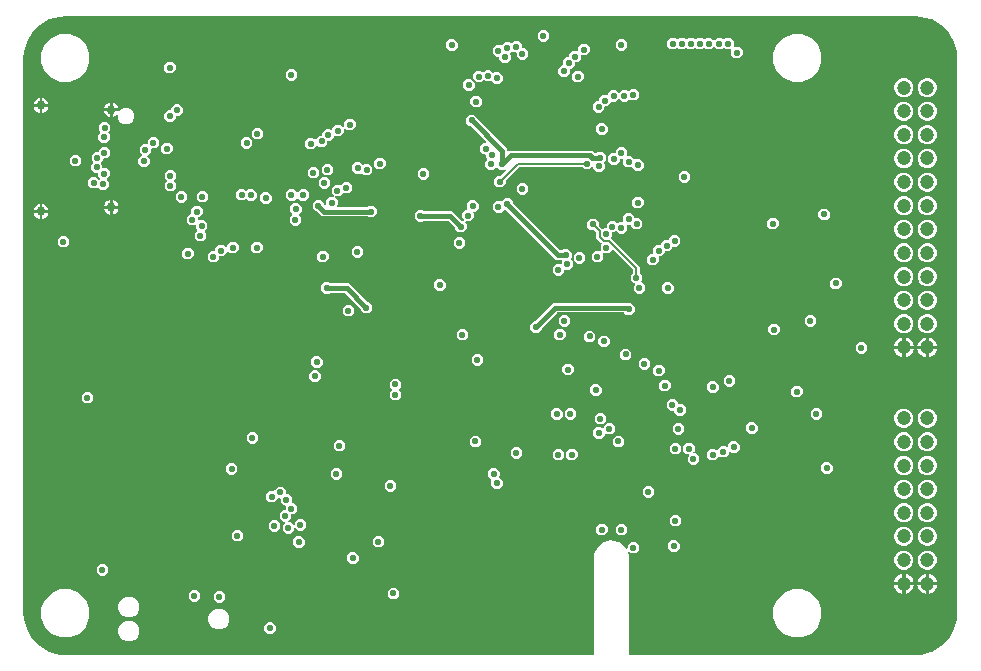
<source format=gbr>
G04 EAGLE Gerber X2 export*
G75*
%MOMM*%
%FSLAX34Y34*%
%LPD*%
%AMOC8*
5,1,8,0,0,1.08239X$1,22.5*%
G01*
%ADD10C,0.750000*%
%ADD11C,1.200000*%
%ADD12C,0.553200*%
%ADD13C,0.152400*%
%ADD14C,0.406400*%

G36*
X587186Y104576D02*
X587186Y104576D01*
X587205Y104574D01*
X587307Y104596D01*
X587409Y104612D01*
X587426Y104622D01*
X587446Y104626D01*
X587535Y104679D01*
X587626Y104728D01*
X587640Y104742D01*
X587657Y104752D01*
X587724Y104831D01*
X587796Y104906D01*
X587804Y104924D01*
X587817Y104939D01*
X587856Y105035D01*
X587899Y105129D01*
X587901Y105149D01*
X587909Y105167D01*
X587927Y105334D01*
X587927Y190126D01*
X590814Y196120D01*
X596014Y200267D01*
X602500Y201748D01*
X604592Y201270D01*
X607927Y200509D01*
X607928Y200509D01*
X608986Y200267D01*
X614186Y196120D01*
X614766Y194916D01*
X614810Y194853D01*
X614846Y194786D01*
X614880Y194753D01*
X614907Y194714D01*
X614969Y194669D01*
X615024Y194617D01*
X615067Y194596D01*
X615105Y194568D01*
X615178Y194545D01*
X615247Y194513D01*
X615294Y194508D01*
X615339Y194493D01*
X615416Y194494D01*
X615491Y194486D01*
X615538Y194496D01*
X615585Y194497D01*
X615657Y194522D01*
X615732Y194538D01*
X615773Y194562D01*
X615817Y194578D01*
X615878Y194625D01*
X615943Y194664D01*
X615974Y194700D01*
X616011Y194730D01*
X616053Y194793D01*
X616103Y194851D01*
X616121Y194895D01*
X616147Y194935D01*
X616166Y195008D01*
X616195Y195079D01*
X616202Y195143D01*
X616210Y195173D01*
X616208Y195199D01*
X616213Y195246D01*
X616213Y197575D01*
X619035Y200397D01*
X623025Y200397D01*
X625847Y197575D01*
X625847Y193585D01*
X623025Y190763D01*
X619035Y190763D01*
X617826Y191972D01*
X617730Y192041D01*
X617635Y192111D01*
X617630Y192113D01*
X617627Y192115D01*
X617513Y192150D01*
X617401Y192186D01*
X617396Y192186D01*
X617392Y192188D01*
X617272Y192185D01*
X617155Y192183D01*
X617150Y192181D01*
X617146Y192181D01*
X617034Y192140D01*
X616923Y192101D01*
X616919Y192099D01*
X616915Y192097D01*
X616822Y192022D01*
X616729Y191950D01*
X616726Y191946D01*
X616723Y191943D01*
X616658Y191843D01*
X616593Y191745D01*
X616592Y191740D01*
X616590Y191736D01*
X616561Y191622D01*
X616530Y191507D01*
X616531Y191502D01*
X616530Y191498D01*
X616539Y191381D01*
X616546Y191261D01*
X616548Y191256D01*
X616549Y191253D01*
X616554Y191239D01*
X616602Y191103D01*
X617073Y190126D01*
X617073Y105334D01*
X617076Y105314D01*
X617074Y105295D01*
X617096Y105193D01*
X617112Y105091D01*
X617122Y105074D01*
X617126Y105054D01*
X617179Y104965D01*
X617228Y104874D01*
X617242Y104860D01*
X617252Y104843D01*
X617331Y104776D01*
X617406Y104704D01*
X617424Y104696D01*
X617439Y104683D01*
X617535Y104644D01*
X617629Y104601D01*
X617649Y104599D01*
X617667Y104591D01*
X617834Y104573D01*
X860000Y104573D01*
X860018Y104576D01*
X860050Y104574D01*
X864575Y104871D01*
X864598Y104876D01*
X864722Y104895D01*
X873463Y107237D01*
X873477Y107244D01*
X873493Y107246D01*
X873647Y107314D01*
X881484Y111838D01*
X881496Y111848D01*
X881511Y111855D01*
X881642Y111959D01*
X888041Y118358D01*
X888050Y118371D01*
X888062Y118381D01*
X888162Y118516D01*
X892686Y126353D01*
X892692Y126368D01*
X892702Y126381D01*
X892763Y126537D01*
X895105Y135278D01*
X895107Y135302D01*
X895129Y135425D01*
X895426Y139950D01*
X895424Y139969D01*
X895427Y140000D01*
X895427Y610000D01*
X895424Y610018D01*
X895426Y610050D01*
X895129Y614575D01*
X895124Y614598D01*
X895105Y614722D01*
X892763Y623463D01*
X892756Y623477D01*
X892754Y623493D01*
X892686Y623647D01*
X888162Y631484D01*
X888152Y631496D01*
X888145Y631511D01*
X888041Y631642D01*
X881642Y638041D01*
X881629Y638050D01*
X881619Y638062D01*
X881484Y638162D01*
X873647Y642686D01*
X873632Y642692D01*
X873619Y642702D01*
X873463Y642763D01*
X864722Y645105D01*
X864698Y645107D01*
X864575Y645129D01*
X860050Y645426D01*
X860031Y645424D01*
X860000Y645427D01*
X140000Y645427D01*
X139982Y645424D01*
X139950Y645426D01*
X135425Y645129D01*
X135402Y645124D01*
X135278Y645105D01*
X126537Y642763D01*
X126523Y642756D01*
X126507Y642754D01*
X126353Y642686D01*
X118516Y638162D01*
X118504Y638152D01*
X118489Y638145D01*
X118358Y638041D01*
X111959Y631642D01*
X111950Y631629D01*
X111938Y631619D01*
X111838Y631484D01*
X107314Y623647D01*
X107308Y623632D01*
X107298Y623619D01*
X107237Y623463D01*
X104895Y614722D01*
X104893Y614698D01*
X104871Y614575D01*
X104574Y610050D01*
X104576Y610031D01*
X104573Y610000D01*
X104573Y140000D01*
X104576Y139982D01*
X104574Y139950D01*
X104871Y135425D01*
X104876Y135402D01*
X104895Y135278D01*
X107237Y126537D01*
X107244Y126523D01*
X107246Y126507D01*
X107314Y126353D01*
X111838Y118516D01*
X111848Y118504D01*
X111855Y118489D01*
X111959Y118358D01*
X118358Y111959D01*
X118371Y111950D01*
X118381Y111938D01*
X118516Y111838D01*
X126353Y107314D01*
X126368Y107308D01*
X126381Y107298D01*
X126537Y107237D01*
X135278Y104895D01*
X135302Y104893D01*
X135425Y104871D01*
X139950Y104574D01*
X139969Y104576D01*
X140000Y104573D01*
X587166Y104573D01*
X587186Y104576D01*
G37*
%LPC*%
G36*
X506005Y500643D02*
X506005Y500643D01*
X503183Y503465D01*
X503183Y507455D01*
X506005Y510277D01*
X508524Y510277D01*
X508614Y510291D01*
X508705Y510299D01*
X508734Y510311D01*
X508766Y510316D01*
X508847Y510359D01*
X508931Y510395D01*
X508963Y510421D01*
X508984Y510432D01*
X509006Y510455D01*
X509062Y510500D01*
X512638Y514076D01*
X512680Y514134D01*
X512729Y514186D01*
X512751Y514233D01*
X512781Y514275D01*
X512803Y514344D01*
X512833Y514409D01*
X512839Y514461D01*
X512854Y514511D01*
X512852Y514582D01*
X512860Y514653D01*
X512849Y514704D01*
X512847Y514756D01*
X512823Y514824D01*
X512808Y514894D01*
X512781Y514939D01*
X512763Y514987D01*
X512718Y515043D01*
X512681Y515105D01*
X512642Y515139D01*
X512609Y515179D01*
X512549Y515218D01*
X512495Y515265D01*
X512446Y515284D01*
X512402Y515312D01*
X512333Y515330D01*
X512266Y515357D01*
X512195Y515365D01*
X512164Y515373D01*
X512141Y515371D01*
X512100Y515375D01*
X508037Y515375D01*
X505725Y517687D01*
X505709Y517698D01*
X505697Y517714D01*
X505609Y517770D01*
X505526Y517830D01*
X505507Y517836D01*
X505490Y517847D01*
X505389Y517872D01*
X505290Y517903D01*
X505271Y517902D01*
X505251Y517907D01*
X505148Y517899D01*
X505045Y517896D01*
X505026Y517889D01*
X505006Y517888D01*
X504911Y517848D01*
X504814Y517812D01*
X504798Y517799D01*
X504780Y517792D01*
X504649Y517687D01*
X502375Y515413D01*
X498385Y515413D01*
X495563Y518235D01*
X495563Y522225D01*
X497329Y523991D01*
X497340Y524007D01*
X497356Y524019D01*
X497412Y524107D01*
X497472Y524190D01*
X497478Y524209D01*
X497489Y524226D01*
X497514Y524327D01*
X497545Y524426D01*
X497544Y524445D01*
X497549Y524465D01*
X497541Y524568D01*
X497538Y524671D01*
X497531Y524690D01*
X497530Y524710D01*
X497490Y524805D01*
X497454Y524902D01*
X497441Y524918D01*
X497434Y524936D01*
X497329Y525067D01*
X496579Y525817D01*
X496579Y527595D01*
X496576Y527615D01*
X496578Y527635D01*
X496556Y527736D01*
X496540Y527838D01*
X496530Y527856D01*
X496526Y527875D01*
X496473Y527964D01*
X496424Y528055D01*
X496410Y528069D01*
X496400Y528086D01*
X496321Y528154D01*
X496246Y528225D01*
X496228Y528233D01*
X496213Y528246D01*
X496117Y528285D01*
X496023Y528328D01*
X496003Y528331D01*
X495985Y528338D01*
X495818Y528357D01*
X494040Y528357D01*
X491218Y531178D01*
X491218Y535168D01*
X494040Y537990D01*
X495798Y537990D01*
X495869Y538002D01*
X495941Y538003D01*
X495990Y538021D01*
X496041Y538030D01*
X496104Y538063D01*
X496172Y538088D01*
X496212Y538121D01*
X496258Y538145D01*
X496308Y538197D01*
X496364Y538242D01*
X496392Y538285D01*
X496428Y538323D01*
X496458Y538388D01*
X496497Y538449D01*
X496509Y538499D01*
X496531Y538546D01*
X496539Y538618D01*
X496557Y538687D01*
X496553Y538739D01*
X496559Y538791D01*
X496543Y538861D01*
X496538Y538932D01*
X496517Y538980D01*
X496506Y539031D01*
X496469Y539093D01*
X496441Y539159D01*
X496397Y539215D01*
X496380Y539242D01*
X496362Y539257D01*
X496337Y539290D01*
X483390Y552236D01*
X483316Y552289D01*
X483246Y552349D01*
X483216Y552361D01*
X483190Y552380D01*
X483103Y552407D01*
X483018Y552441D01*
X482977Y552445D01*
X482955Y552452D01*
X482923Y552451D01*
X482852Y552459D01*
X482129Y552459D01*
X479307Y555281D01*
X479307Y559271D01*
X482129Y562093D01*
X486119Y562093D01*
X488941Y559271D01*
X488941Y558548D01*
X488955Y558458D01*
X488963Y558367D01*
X488975Y558338D01*
X488980Y558306D01*
X489023Y558225D01*
X489059Y558141D01*
X489085Y558109D01*
X489096Y558088D01*
X489119Y558066D01*
X489164Y558010D01*
X514115Y533059D01*
X514115Y531886D01*
X514126Y531816D01*
X514128Y531744D01*
X514146Y531695D01*
X514154Y531644D01*
X514188Y531580D01*
X514213Y531513D01*
X514245Y531472D01*
X514270Y531426D01*
X514322Y531377D01*
X514366Y531321D01*
X514410Y531293D01*
X514448Y531257D01*
X514513Y531227D01*
X514573Y531188D01*
X514624Y531175D01*
X514671Y531153D01*
X514742Y531145D01*
X514812Y531128D01*
X514864Y531132D01*
X514915Y531126D01*
X514986Y531141D01*
X515057Y531147D01*
X515105Y531167D01*
X515156Y531178D01*
X515217Y531215D01*
X515283Y531243D01*
X515339Y531288D01*
X515367Y531305D01*
X515382Y531322D01*
X515414Y531348D01*
X515697Y531631D01*
X586228Y531631D01*
X587773Y530086D01*
X587847Y530033D01*
X587916Y529973D01*
X587946Y529961D01*
X587972Y529942D01*
X588059Y529915D01*
X588144Y529881D01*
X588185Y529877D01*
X588208Y529870D01*
X588240Y529871D01*
X588311Y529863D01*
X590046Y529863D01*
X590136Y529877D01*
X590227Y529885D01*
X590256Y529897D01*
X590288Y529902D01*
X590369Y529945D01*
X590453Y529981D01*
X590485Y530007D01*
X590506Y530018D01*
X590528Y530041D01*
X590584Y530086D01*
X591095Y530597D01*
X595085Y530597D01*
X597907Y527775D01*
X597907Y523785D01*
X596062Y521940D01*
X596051Y521924D01*
X596035Y521912D01*
X595979Y521824D01*
X595919Y521741D01*
X595913Y521722D01*
X595902Y521705D01*
X595877Y521604D01*
X595846Y521505D01*
X595847Y521486D01*
X595842Y521466D01*
X595850Y521363D01*
X595853Y521260D01*
X595860Y521241D01*
X595861Y521221D01*
X595901Y521126D01*
X595937Y521029D01*
X595950Y521013D01*
X595957Y520995D01*
X596062Y520864D01*
X596733Y520193D01*
X596733Y516203D01*
X593911Y513381D01*
X589921Y513381D01*
X587099Y516203D01*
X587099Y517450D01*
X587088Y517520D01*
X587086Y517592D01*
X587068Y517641D01*
X587060Y517692D01*
X587026Y517756D01*
X587001Y517823D01*
X586969Y517864D01*
X586944Y517910D01*
X586892Y517959D01*
X586848Y518015D01*
X586804Y518043D01*
X586766Y518079D01*
X586701Y518109D01*
X586641Y518148D01*
X586590Y518161D01*
X586543Y518183D01*
X586472Y518191D01*
X586402Y518208D01*
X586350Y518204D01*
X586299Y518210D01*
X586228Y518195D01*
X586157Y518189D01*
X586109Y518169D01*
X586058Y518158D01*
X585997Y518121D01*
X585931Y518093D01*
X585875Y518048D01*
X585847Y518031D01*
X585832Y518014D01*
X585800Y517988D01*
X583695Y515883D01*
X579705Y515883D01*
X577924Y517664D01*
X577850Y517717D01*
X577780Y517777D01*
X577750Y517789D01*
X577724Y517808D01*
X577637Y517835D01*
X577552Y517869D01*
X577511Y517873D01*
X577489Y517880D01*
X577457Y517879D01*
X577386Y517887D01*
X524720Y517887D01*
X524630Y517873D01*
X524539Y517865D01*
X524510Y517853D01*
X524478Y517848D01*
X524397Y517805D01*
X524313Y517769D01*
X524281Y517743D01*
X524260Y517732D01*
X524238Y517709D01*
X524182Y517664D01*
X513040Y506522D01*
X512987Y506448D01*
X512927Y506378D01*
X512915Y506348D01*
X512896Y506322D01*
X512869Y506235D01*
X512835Y506150D01*
X512831Y506109D01*
X512824Y506087D01*
X512825Y506055D01*
X512817Y505984D01*
X512817Y503465D01*
X509995Y500643D01*
X506005Y500643D01*
G37*
%LPD*%
%LPC*%
G36*
X755958Y589679D02*
X755958Y589679D01*
X748489Y592773D01*
X742773Y598489D01*
X739679Y605958D01*
X739679Y614042D01*
X742773Y621511D01*
X748489Y627227D01*
X755958Y630321D01*
X764042Y630321D01*
X771511Y627227D01*
X777227Y621511D01*
X780321Y614042D01*
X780321Y605958D01*
X777227Y598489D01*
X771511Y592773D01*
X764042Y589679D01*
X755958Y589679D01*
G37*
%LPD*%
%LPC*%
G36*
X135958Y589679D02*
X135958Y589679D01*
X128489Y592773D01*
X122773Y598489D01*
X119679Y605958D01*
X119679Y614042D01*
X122773Y621511D01*
X128489Y627227D01*
X135958Y630321D01*
X144042Y630321D01*
X151511Y627227D01*
X157227Y621511D01*
X160321Y614042D01*
X160321Y605958D01*
X157227Y598489D01*
X151511Y592773D01*
X144042Y589679D01*
X135958Y589679D01*
G37*
%LPD*%
%LPC*%
G36*
X755958Y119679D02*
X755958Y119679D01*
X748489Y122773D01*
X742773Y128489D01*
X739679Y135958D01*
X739679Y144042D01*
X742773Y151511D01*
X748489Y157227D01*
X755958Y160321D01*
X764042Y160321D01*
X771511Y157227D01*
X777227Y151511D01*
X780321Y144042D01*
X780321Y135958D01*
X777227Y128489D01*
X771511Y122773D01*
X764042Y119679D01*
X755958Y119679D01*
G37*
%LPD*%
%LPC*%
G36*
X135958Y119679D02*
X135958Y119679D01*
X128489Y122773D01*
X122773Y128489D01*
X119679Y135958D01*
X119679Y144042D01*
X122773Y151511D01*
X128489Y157227D01*
X135958Y160321D01*
X144042Y160321D01*
X151511Y157227D01*
X157227Y151511D01*
X160321Y144042D01*
X160321Y135958D01*
X157227Y128489D01*
X151511Y122773D01*
X144042Y119679D01*
X135958Y119679D01*
G37*
%LPD*%
%LPC*%
G36*
X624115Y410473D02*
X624115Y410473D01*
X621293Y413295D01*
X621293Y417285D01*
X622072Y418064D01*
X622114Y418122D01*
X622163Y418174D01*
X622185Y418221D01*
X622215Y418263D01*
X622236Y418332D01*
X622267Y418397D01*
X622272Y418449D01*
X622288Y418499D01*
X622286Y418570D01*
X622294Y418641D01*
X622283Y418692D01*
X622281Y418744D01*
X622257Y418812D01*
X622242Y418882D01*
X622215Y418927D01*
X622197Y418975D01*
X622152Y419031D01*
X622115Y419093D01*
X622076Y419127D01*
X622043Y419167D01*
X621983Y419206D01*
X621928Y419253D01*
X621880Y419272D01*
X621836Y419300D01*
X621767Y419318D01*
X621700Y419345D01*
X621629Y419353D01*
X621598Y419361D01*
X621579Y419359D01*
X618753Y422185D01*
X618753Y426175D01*
X620534Y427956D01*
X620587Y428030D01*
X620647Y428100D01*
X620659Y428130D01*
X620678Y428156D01*
X620705Y428243D01*
X620739Y428328D01*
X620743Y428369D01*
X620750Y428391D01*
X620749Y428423D01*
X620757Y428494D01*
X620757Y430772D01*
X620743Y430862D01*
X620735Y430953D01*
X620723Y430982D01*
X620718Y431014D01*
X620675Y431095D01*
X620639Y431179D01*
X620613Y431211D01*
X620602Y431232D01*
X620579Y431254D01*
X620534Y431310D01*
X604161Y447683D01*
X604145Y447695D01*
X604133Y447710D01*
X604066Y447753D01*
X604027Y447786D01*
X604006Y447795D01*
X603962Y447826D01*
X603943Y447832D01*
X603926Y447843D01*
X603825Y447868D01*
X603816Y447871D01*
X603799Y447878D01*
X603791Y447879D01*
X603727Y447899D01*
X603707Y447898D01*
X603687Y447903D01*
X603584Y447895D01*
X603481Y447892D01*
X603462Y447886D01*
X603442Y447884D01*
X603382Y447859D01*
X603371Y447857D01*
X603344Y447842D01*
X603250Y447808D01*
X603234Y447795D01*
X603216Y447788D01*
X603167Y447749D01*
X603154Y447742D01*
X603139Y447726D01*
X603085Y447683D01*
X600165Y444763D01*
X596128Y444763D01*
X596108Y444760D01*
X596089Y444762D01*
X595987Y444740D01*
X595885Y444724D01*
X595868Y444714D01*
X595848Y444710D01*
X595759Y444657D01*
X595668Y444608D01*
X595654Y444594D01*
X595637Y444584D01*
X595570Y444505D01*
X595498Y444430D01*
X595490Y444412D01*
X595477Y444397D01*
X595438Y444301D01*
X595395Y444207D01*
X595393Y444187D01*
X595385Y444169D01*
X595367Y444002D01*
X595367Y439965D01*
X592545Y437143D01*
X588555Y437143D01*
X585733Y439965D01*
X585733Y443955D01*
X588555Y446777D01*
X592592Y446777D01*
X592612Y446780D01*
X592631Y446778D01*
X592733Y446800D01*
X592835Y446816D01*
X592852Y446826D01*
X592872Y446830D01*
X592961Y446883D01*
X593052Y446932D01*
X593066Y446946D01*
X593083Y446956D01*
X593150Y447035D01*
X593222Y447110D01*
X593230Y447128D01*
X593243Y447143D01*
X593282Y447239D01*
X593325Y447333D01*
X593327Y447353D01*
X593335Y447371D01*
X593353Y447538D01*
X593353Y451575D01*
X594008Y452230D01*
X594019Y452246D01*
X594035Y452258D01*
X594091Y452345D01*
X594151Y452429D01*
X594157Y452448D01*
X594168Y452465D01*
X594193Y452565D01*
X594224Y452664D01*
X594223Y452684D01*
X594228Y452704D01*
X594220Y452807D01*
X594217Y452910D01*
X594210Y452929D01*
X594209Y452949D01*
X594168Y453044D01*
X594133Y453141D01*
X594120Y453157D01*
X594112Y453175D01*
X594008Y453306D01*
X592824Y454490D01*
X589779Y457534D01*
X589779Y461750D01*
X589765Y461840D01*
X589757Y461931D01*
X589745Y461960D01*
X589740Y461992D01*
X589697Y462073D01*
X589661Y462157D01*
X589635Y462189D01*
X589624Y462210D01*
X589601Y462232D01*
X589556Y462288D01*
X587802Y464042D01*
X587728Y464095D01*
X587658Y464155D01*
X587628Y464167D01*
X587602Y464186D01*
X587515Y464213D01*
X587430Y464247D01*
X587389Y464251D01*
X587367Y464258D01*
X587335Y464257D01*
X587264Y464265D01*
X584745Y464265D01*
X581923Y467087D01*
X581923Y471077D01*
X584745Y473899D01*
X588735Y473899D01*
X591557Y471077D01*
X591557Y468558D01*
X591571Y468468D01*
X591579Y468377D01*
X591591Y468348D01*
X591596Y468316D01*
X591639Y468235D01*
X591675Y468151D01*
X591701Y468119D01*
X591712Y468098D01*
X591735Y468076D01*
X591780Y468020D01*
X593534Y466266D01*
X594536Y465264D01*
X594552Y465252D01*
X594564Y465237D01*
X594651Y465181D01*
X594735Y465121D01*
X594754Y465115D01*
X594771Y465104D01*
X594872Y465079D01*
X594970Y465048D01*
X594990Y465049D01*
X595010Y465044D01*
X595113Y465052D01*
X595216Y465055D01*
X595235Y465061D01*
X595255Y465063D01*
X595350Y465103D01*
X595447Y465139D01*
X595463Y465152D01*
X595481Y465159D01*
X595612Y465264D01*
X596175Y465827D01*
X597672Y465827D01*
X597692Y465830D01*
X597711Y465828D01*
X597813Y465850D01*
X597915Y465866D01*
X597932Y465876D01*
X597952Y465880D01*
X598041Y465933D01*
X598132Y465982D01*
X598146Y465996D01*
X598163Y466006D01*
X598230Y466085D01*
X598302Y466160D01*
X598310Y466178D01*
X598323Y466193D01*
X598362Y466289D01*
X598405Y466383D01*
X598407Y466403D01*
X598415Y466421D01*
X598433Y466588D01*
X598433Y469355D01*
X601255Y472177D01*
X605245Y472177D01*
X607138Y470284D01*
X607154Y470273D01*
X607166Y470257D01*
X607254Y470201D01*
X607337Y470141D01*
X607356Y470135D01*
X607373Y470124D01*
X607474Y470099D01*
X607573Y470068D01*
X607592Y470069D01*
X607612Y470064D01*
X607715Y470072D01*
X607818Y470075D01*
X607837Y470082D01*
X607857Y470083D01*
X607952Y470123D01*
X608049Y470159D01*
X608065Y470172D01*
X608083Y470179D01*
X608214Y470284D01*
X608837Y470907D01*
X611408Y470907D01*
X611428Y470910D01*
X611447Y470908D01*
X611549Y470930D01*
X611651Y470946D01*
X611668Y470956D01*
X611688Y470960D01*
X611777Y471013D01*
X611868Y471062D01*
X611882Y471076D01*
X611899Y471086D01*
X611966Y471165D01*
X612038Y471240D01*
X612046Y471258D01*
X612059Y471273D01*
X612098Y471369D01*
X612141Y471463D01*
X612143Y471483D01*
X612151Y471501D01*
X612169Y471668D01*
X612169Y475705D01*
X614991Y478527D01*
X618981Y478527D01*
X621803Y475705D01*
X621803Y475297D01*
X621806Y475279D01*
X621804Y475262D01*
X621804Y475261D01*
X621804Y475258D01*
X621826Y475157D01*
X621842Y475055D01*
X621852Y475037D01*
X621856Y475018D01*
X621909Y474929D01*
X621958Y474837D01*
X621972Y474824D01*
X621982Y474806D01*
X622061Y474739D01*
X622136Y474668D01*
X622154Y474660D01*
X622169Y474647D01*
X622265Y474608D01*
X622359Y474564D01*
X622379Y474562D01*
X622397Y474555D01*
X622564Y474536D01*
X625713Y474536D01*
X628535Y471715D01*
X628535Y467724D01*
X625713Y464903D01*
X621723Y464903D01*
X618901Y467724D01*
X618901Y468132D01*
X618898Y468152D01*
X618900Y468171D01*
X618878Y468273D01*
X618862Y468375D01*
X618852Y468392D01*
X618848Y468412D01*
X618795Y468501D01*
X618746Y468592D01*
X618732Y468606D01*
X618722Y468623D01*
X618643Y468690D01*
X618568Y468762D01*
X618550Y468770D01*
X618535Y468783D01*
X618439Y468822D01*
X618345Y468865D01*
X618325Y468867D01*
X618307Y468875D01*
X618140Y468893D01*
X616410Y468893D01*
X616390Y468890D01*
X616371Y468892D01*
X616269Y468870D01*
X616167Y468854D01*
X616150Y468844D01*
X616130Y468840D01*
X616041Y468787D01*
X615950Y468738D01*
X615936Y468724D01*
X615919Y468714D01*
X615852Y468635D01*
X615780Y468560D01*
X615772Y468542D01*
X615759Y468527D01*
X615720Y468431D01*
X615677Y468337D01*
X615675Y468317D01*
X615667Y468299D01*
X615649Y468132D01*
X615649Y464095D01*
X612827Y461273D01*
X608837Y461273D01*
X606944Y463166D01*
X606928Y463177D01*
X606916Y463193D01*
X606828Y463249D01*
X606745Y463309D01*
X606726Y463315D01*
X606709Y463326D01*
X606608Y463351D01*
X606509Y463382D01*
X606490Y463381D01*
X606470Y463386D01*
X606367Y463378D01*
X606264Y463375D01*
X606245Y463368D01*
X606225Y463367D01*
X606130Y463327D01*
X606033Y463291D01*
X606017Y463278D01*
X605999Y463271D01*
X605868Y463166D01*
X605245Y462543D01*
X603748Y462543D01*
X603728Y462540D01*
X603709Y462542D01*
X603607Y462520D01*
X603505Y462504D01*
X603488Y462494D01*
X603468Y462490D01*
X603379Y462437D01*
X603288Y462388D01*
X603274Y462374D01*
X603257Y462364D01*
X603190Y462285D01*
X603118Y462210D01*
X603110Y462192D01*
X603097Y462177D01*
X603058Y462080D01*
X603015Y461987D01*
X603013Y461967D01*
X603005Y461949D01*
X602987Y461782D01*
X602987Y459015D01*
X602424Y458452D01*
X602412Y458436D01*
X602397Y458424D01*
X602341Y458336D01*
X602281Y458253D01*
X602275Y458234D01*
X602264Y458217D01*
X602239Y458116D01*
X602208Y458017D01*
X602209Y457997D01*
X602204Y457978D01*
X602212Y457875D01*
X602215Y457772D01*
X602221Y457753D01*
X602223Y457733D01*
X602263Y457638D01*
X602299Y457541D01*
X602312Y457525D01*
X602319Y457507D01*
X602424Y457376D01*
X626383Y433417D01*
X626383Y428494D01*
X626397Y428404D01*
X626405Y428313D01*
X626417Y428284D01*
X626422Y428252D01*
X626465Y428171D01*
X626501Y428087D01*
X626527Y428055D01*
X626538Y428034D01*
X626561Y428012D01*
X626606Y427956D01*
X628387Y426175D01*
X628387Y422185D01*
X627608Y421406D01*
X627566Y421348D01*
X627517Y421296D01*
X627495Y421249D01*
X627465Y421207D01*
X627444Y421138D01*
X627413Y421073D01*
X627408Y421021D01*
X627392Y420971D01*
X627394Y420900D01*
X627386Y420829D01*
X627397Y420778D01*
X627399Y420726D01*
X627423Y420658D01*
X627438Y420588D01*
X627465Y420543D01*
X627483Y420495D01*
X627528Y420439D01*
X627565Y420377D01*
X627604Y420343D01*
X627637Y420303D01*
X627697Y420264D01*
X627752Y420217D01*
X627800Y420198D01*
X627844Y420170D01*
X627913Y420152D01*
X627980Y420125D01*
X628051Y420117D01*
X628082Y420109D01*
X628101Y420111D01*
X630927Y417285D01*
X630927Y413295D01*
X628105Y410473D01*
X624115Y410473D01*
G37*
%LPD*%
%LPC*%
G36*
X555535Y425713D02*
X555535Y425713D01*
X552713Y428535D01*
X552713Y432525D01*
X555535Y435347D01*
X559572Y435347D01*
X559592Y435350D01*
X559611Y435348D01*
X559713Y435370D01*
X559815Y435386D01*
X559832Y435396D01*
X559852Y435400D01*
X559941Y435453D01*
X560032Y435502D01*
X560046Y435516D01*
X560063Y435526D01*
X560130Y435605D01*
X560202Y435680D01*
X560210Y435698D01*
X560223Y435713D01*
X560262Y435809D01*
X560305Y435903D01*
X560307Y435923D01*
X560315Y435941D01*
X560333Y436108D01*
X560333Y437605D01*
X560576Y437848D01*
X560618Y437906D01*
X560667Y437958D01*
X560689Y438005D01*
X560719Y438047D01*
X560740Y438116D01*
X560771Y438181D01*
X560776Y438233D01*
X560792Y438283D01*
X560790Y438354D01*
X560798Y438425D01*
X560787Y438476D01*
X560785Y438528D01*
X560761Y438596D01*
X560746Y438666D01*
X560719Y438711D01*
X560701Y438759D01*
X560656Y438815D01*
X560619Y438877D01*
X560580Y438911D01*
X560547Y438951D01*
X560487Y438990D01*
X560432Y439037D01*
X560384Y439056D01*
X560340Y439084D01*
X560271Y439102D01*
X560204Y439129D01*
X560133Y439137D01*
X560102Y439145D01*
X560079Y439143D01*
X560038Y439147D01*
X555839Y439147D01*
X553224Y441762D01*
X513616Y481370D01*
X513542Y481423D01*
X513472Y481483D01*
X513442Y481495D01*
X513416Y481514D01*
X513329Y481541D01*
X513244Y481575D01*
X513203Y481579D01*
X513181Y481586D01*
X513149Y481585D01*
X513078Y481593D01*
X512355Y481593D01*
X512348Y481600D01*
X512332Y481611D01*
X512320Y481627D01*
X512232Y481683D01*
X512149Y481743D01*
X512130Y481749D01*
X512113Y481760D01*
X512012Y481785D01*
X511913Y481816D01*
X511894Y481815D01*
X511874Y481820D01*
X511771Y481812D01*
X511668Y481809D01*
X511649Y481802D01*
X511629Y481801D01*
X511534Y481761D01*
X511437Y481725D01*
X511421Y481712D01*
X511403Y481705D01*
X511272Y481600D01*
X508725Y479053D01*
X504735Y479053D01*
X501913Y481875D01*
X501913Y485865D01*
X504735Y488687D01*
X508725Y488687D01*
X508732Y488680D01*
X508748Y488669D01*
X508760Y488653D01*
X508847Y488597D01*
X508931Y488537D01*
X508950Y488531D01*
X508967Y488520D01*
X509068Y488495D01*
X509166Y488464D01*
X509186Y488465D01*
X509206Y488460D01*
X509309Y488468D01*
X509412Y488471D01*
X509431Y488477D01*
X509451Y488479D01*
X509546Y488519D01*
X509643Y488555D01*
X509659Y488568D01*
X509677Y488575D01*
X509808Y488680D01*
X512355Y491227D01*
X516345Y491227D01*
X519167Y488405D01*
X519167Y487682D01*
X519181Y487592D01*
X519189Y487501D01*
X519201Y487472D01*
X519206Y487440D01*
X519249Y487359D01*
X519285Y487275D01*
X519311Y487243D01*
X519322Y487222D01*
X519345Y487200D01*
X519390Y487144D01*
X558998Y447536D01*
X559072Y447483D01*
X559142Y447423D01*
X559172Y447411D01*
X559198Y447392D01*
X559285Y447365D01*
X559370Y447331D01*
X559411Y447327D01*
X559433Y447320D01*
X559465Y447321D01*
X559536Y447313D01*
X560836Y447313D01*
X560926Y447327D01*
X561017Y447335D01*
X561046Y447347D01*
X561078Y447352D01*
X561159Y447395D01*
X561243Y447431D01*
X561275Y447457D01*
X561296Y447468D01*
X561318Y447491D01*
X561374Y447536D01*
X561885Y448047D01*
X565875Y448047D01*
X568697Y445225D01*
X568697Y441235D01*
X568055Y440593D01*
X568044Y440577D01*
X568028Y440565D01*
X567972Y440477D01*
X567912Y440394D01*
X567906Y440375D01*
X567895Y440358D01*
X567870Y440257D01*
X567839Y440158D01*
X567840Y440139D01*
X567835Y440119D01*
X567843Y440016D01*
X567846Y439913D01*
X567853Y439894D01*
X567854Y439874D01*
X567894Y439779D01*
X567930Y439682D01*
X567943Y439666D01*
X567950Y439648D01*
X568055Y439517D01*
X569194Y438378D01*
X569252Y438336D01*
X569304Y438287D01*
X569351Y438265D01*
X569393Y438235D01*
X569462Y438214D01*
X569527Y438183D01*
X569579Y438178D01*
X569629Y438162D01*
X569700Y438164D01*
X569771Y438156D01*
X569822Y438167D01*
X569874Y438169D01*
X569942Y438193D01*
X570012Y438208D01*
X570056Y438235D01*
X570105Y438253D01*
X570161Y438298D01*
X570223Y438335D01*
X570257Y438374D01*
X570297Y438407D01*
X570336Y438467D01*
X570383Y438522D01*
X570402Y438570D01*
X570430Y438614D01*
X570448Y438683D01*
X570475Y438750D01*
X570483Y438821D01*
X570491Y438852D01*
X570489Y438875D01*
X570493Y438916D01*
X570493Y442685D01*
X573315Y445507D01*
X577305Y445507D01*
X580127Y442685D01*
X580127Y438695D01*
X577305Y435873D01*
X573315Y435873D01*
X571266Y437922D01*
X571208Y437964D01*
X571156Y438013D01*
X571109Y438035D01*
X571067Y438065D01*
X570998Y438086D01*
X570933Y438117D01*
X570881Y438122D01*
X570831Y438138D01*
X570760Y438136D01*
X570689Y438144D01*
X570638Y438133D01*
X570586Y438131D01*
X570518Y438107D01*
X570448Y438092D01*
X570403Y438065D01*
X570355Y438047D01*
X570299Y438002D01*
X570237Y437965D01*
X570203Y437926D01*
X570163Y437893D01*
X570124Y437833D01*
X570077Y437778D01*
X570058Y437730D01*
X570030Y437686D01*
X570012Y437617D01*
X569985Y437550D01*
X569977Y437479D01*
X569969Y437448D01*
X569971Y437425D01*
X569967Y437384D01*
X569967Y433615D01*
X567145Y430793D01*
X563108Y430793D01*
X563088Y430790D01*
X563069Y430792D01*
X562967Y430770D01*
X562865Y430754D01*
X562848Y430744D01*
X562828Y430740D01*
X562739Y430687D01*
X562648Y430638D01*
X562634Y430624D01*
X562617Y430614D01*
X562550Y430535D01*
X562478Y430460D01*
X562470Y430442D01*
X562457Y430427D01*
X562418Y430331D01*
X562375Y430237D01*
X562373Y430217D01*
X562365Y430199D01*
X562347Y430032D01*
X562347Y428535D01*
X559525Y425713D01*
X555535Y425713D01*
G37*
%LPD*%
%LPC*%
G36*
X536542Y377510D02*
X536542Y377510D01*
X533720Y380332D01*
X533720Y384322D01*
X536542Y387144D01*
X537265Y387144D01*
X537355Y387158D01*
X537446Y387166D01*
X537475Y387178D01*
X537507Y387183D01*
X537588Y387226D01*
X537672Y387262D01*
X537704Y387288D01*
X537725Y387299D01*
X537747Y387322D01*
X537803Y387367D01*
X553299Y402863D01*
X617641Y402863D01*
X617954Y402550D01*
X618028Y402496D01*
X618098Y402437D01*
X618128Y402425D01*
X618154Y402406D01*
X618241Y402379D01*
X618326Y402345D01*
X618367Y402341D01*
X618389Y402334D01*
X618421Y402335D01*
X618492Y402327D01*
X619215Y402327D01*
X622037Y399505D01*
X622037Y395515D01*
X619215Y392693D01*
X615225Y392693D01*
X613444Y394474D01*
X613370Y394527D01*
X613300Y394587D01*
X613270Y394599D01*
X613244Y394618D01*
X613157Y394645D01*
X613072Y394679D01*
X613031Y394683D01*
X613009Y394690D01*
X612977Y394689D01*
X612906Y394697D01*
X556996Y394697D01*
X556906Y394683D01*
X556815Y394675D01*
X556786Y394663D01*
X556754Y394658D01*
X556673Y394615D01*
X556589Y394579D01*
X556557Y394553D01*
X556536Y394542D01*
X556514Y394519D01*
X556458Y394474D01*
X543577Y381593D01*
X543524Y381519D01*
X543464Y381449D01*
X543452Y381419D01*
X543433Y381393D01*
X543406Y381306D01*
X543372Y381221D01*
X543368Y381180D01*
X543361Y381158D01*
X543362Y381126D01*
X543354Y381055D01*
X543354Y380332D01*
X540532Y377510D01*
X536542Y377510D01*
G37*
%LPD*%
%LPC*%
G36*
X396785Y475243D02*
X396785Y475243D01*
X396274Y475754D01*
X396200Y475807D01*
X396130Y475867D01*
X396100Y475879D01*
X396074Y475898D01*
X395987Y475925D01*
X395902Y475959D01*
X395861Y475963D01*
X395839Y475970D01*
X395807Y475969D01*
X395736Y475977D01*
X357719Y475977D01*
X353596Y480100D01*
X353522Y480153D01*
X353452Y480213D01*
X353422Y480225D01*
X353396Y480244D01*
X353309Y480271D01*
X353224Y480305D01*
X353183Y480309D01*
X353161Y480316D01*
X353129Y480315D01*
X353058Y480323D01*
X352335Y480323D01*
X349513Y483145D01*
X349513Y487135D01*
X352335Y489957D01*
X356325Y489957D01*
X359147Y487135D01*
X359147Y486412D01*
X359161Y486323D01*
X359169Y486231D01*
X359181Y486202D01*
X359186Y486170D01*
X359229Y486089D01*
X359265Y486005D01*
X359291Y485973D01*
X359302Y485952D01*
X359325Y485930D01*
X359370Y485874D01*
X359644Y485600D01*
X359702Y485558D01*
X359754Y485509D01*
X359801Y485487D01*
X359843Y485457D01*
X359912Y485435D01*
X359977Y485405D01*
X360029Y485400D01*
X360079Y485384D01*
X360150Y485386D01*
X360221Y485378D01*
X360272Y485389D01*
X360324Y485391D01*
X360392Y485415D01*
X360462Y485430D01*
X360507Y485457D01*
X360555Y485475D01*
X360611Y485520D01*
X360673Y485557D01*
X360707Y485596D01*
X360747Y485629D01*
X360786Y485689D01*
X360833Y485744D01*
X360852Y485792D01*
X360880Y485836D01*
X360898Y485905D01*
X360925Y485972D01*
X360933Y486043D01*
X360941Y486074D01*
X360939Y486097D01*
X360943Y486138D01*
X360943Y489675D01*
X363765Y492497D01*
X367026Y492497D01*
X367096Y492508D01*
X367168Y492510D01*
X367217Y492528D01*
X367268Y492536D01*
X367332Y492570D01*
X367399Y492595D01*
X367440Y492627D01*
X367486Y492652D01*
X367535Y492704D01*
X367591Y492748D01*
X367619Y492792D01*
X367655Y492830D01*
X367685Y492895D01*
X367724Y492955D01*
X367737Y493006D01*
X367759Y493053D01*
X367767Y493124D01*
X367784Y493194D01*
X367780Y493246D01*
X367786Y493297D01*
X367771Y493368D01*
X367765Y493439D01*
X367745Y493487D01*
X367734Y493538D01*
X367697Y493599D01*
X367669Y493665D01*
X367624Y493721D01*
X367607Y493749D01*
X367590Y493764D01*
X367564Y493796D01*
X365515Y495845D01*
X365515Y499835D01*
X368337Y502657D01*
X372327Y502657D01*
X372334Y502650D01*
X372350Y502639D01*
X372362Y502623D01*
X372450Y502567D01*
X372533Y502507D01*
X372552Y502501D01*
X372569Y502490D01*
X372670Y502465D01*
X372769Y502434D01*
X372788Y502435D01*
X372808Y502430D01*
X372911Y502438D01*
X373014Y502441D01*
X373033Y502448D01*
X373053Y502449D01*
X373148Y502489D01*
X373245Y502525D01*
X373261Y502538D01*
X373279Y502545D01*
X373410Y502650D01*
X375957Y505197D01*
X379947Y505197D01*
X382769Y502375D01*
X382769Y498385D01*
X379947Y495563D01*
X375957Y495563D01*
X375950Y495570D01*
X375934Y495581D01*
X375922Y495597D01*
X375835Y495653D01*
X375751Y495713D01*
X375732Y495719D01*
X375715Y495730D01*
X375614Y495755D01*
X375516Y495786D01*
X375496Y495785D01*
X375476Y495790D01*
X375373Y495782D01*
X375270Y495779D01*
X375251Y495773D01*
X375231Y495771D01*
X375136Y495731D01*
X375039Y495695D01*
X375023Y495682D01*
X375005Y495675D01*
X374874Y495570D01*
X372327Y493023D01*
X369066Y493023D01*
X368996Y493012D01*
X368924Y493010D01*
X368875Y492992D01*
X368824Y492984D01*
X368760Y492950D01*
X368693Y492925D01*
X368652Y492893D01*
X368606Y492868D01*
X368557Y492816D01*
X368501Y492772D01*
X368473Y492728D01*
X368437Y492690D01*
X368407Y492625D01*
X368368Y492565D01*
X368355Y492514D01*
X368333Y492467D01*
X368325Y492396D01*
X368308Y492326D01*
X368312Y492274D01*
X368306Y492223D01*
X368321Y492152D01*
X368327Y492081D01*
X368347Y492033D01*
X368358Y491982D01*
X368395Y491921D01*
X368423Y491855D01*
X368468Y491799D01*
X368485Y491771D01*
X368502Y491756D01*
X368528Y491724D01*
X370577Y489675D01*
X370577Y485685D01*
X370334Y485442D01*
X370292Y485384D01*
X370243Y485332D01*
X370221Y485285D01*
X370191Y485243D01*
X370170Y485174D01*
X370139Y485109D01*
X370134Y485057D01*
X370118Y485007D01*
X370120Y484936D01*
X370112Y484865D01*
X370123Y484814D01*
X370125Y484762D01*
X370149Y484694D01*
X370164Y484624D01*
X370191Y484579D01*
X370209Y484531D01*
X370254Y484475D01*
X370291Y484413D01*
X370330Y484379D01*
X370363Y484339D01*
X370423Y484300D01*
X370478Y484253D01*
X370526Y484234D01*
X370570Y484206D01*
X370639Y484188D01*
X370706Y484161D01*
X370777Y484153D01*
X370808Y484145D01*
X370831Y484147D01*
X370872Y484143D01*
X395736Y484143D01*
X395826Y484157D01*
X395917Y484165D01*
X395946Y484177D01*
X395978Y484182D01*
X396059Y484225D01*
X396143Y484261D01*
X396175Y484287D01*
X396196Y484298D01*
X396218Y484321D01*
X396274Y484366D01*
X396785Y484877D01*
X400775Y484877D01*
X403597Y482055D01*
X403597Y478065D01*
X400775Y475243D01*
X396785Y475243D01*
G37*
%LPD*%
%LPC*%
G36*
X706665Y609863D02*
X706665Y609863D01*
X703843Y612685D01*
X703843Y616722D01*
X703840Y616742D01*
X703842Y616761D01*
X703820Y616863D01*
X703804Y616965D01*
X703794Y616982D01*
X703790Y617002D01*
X703737Y617091D01*
X703688Y617182D01*
X703674Y617196D01*
X703664Y617213D01*
X703585Y617280D01*
X703510Y617352D01*
X703492Y617360D01*
X703477Y617373D01*
X703381Y617412D01*
X703287Y617455D01*
X703267Y617457D01*
X703249Y617465D01*
X703082Y617483D01*
X699365Y617483D01*
X698088Y618760D01*
X698072Y618771D01*
X698060Y618787D01*
X697972Y618843D01*
X697889Y618903D01*
X697870Y618909D01*
X697853Y618920D01*
X697752Y618945D01*
X697653Y618976D01*
X697634Y618975D01*
X697614Y618980D01*
X697511Y618972D01*
X697408Y618969D01*
X697389Y618962D01*
X697369Y618961D01*
X697274Y618921D01*
X697177Y618885D01*
X697161Y618872D01*
X697143Y618865D01*
X697012Y618760D01*
X695735Y617483D01*
X691745Y617483D01*
X689833Y619395D01*
X689817Y619406D01*
X689805Y619422D01*
X689718Y619478D01*
X689634Y619538D01*
X689615Y619544D01*
X689598Y619555D01*
X689497Y619580D01*
X689398Y619611D01*
X689379Y619610D01*
X689359Y619615D01*
X689256Y619607D01*
X689153Y619604D01*
X689134Y619597D01*
X689114Y619596D01*
X689019Y619556D01*
X688922Y619520D01*
X688906Y619507D01*
X688888Y619500D01*
X688757Y619395D01*
X686845Y617483D01*
X682855Y617483D01*
X681597Y618741D01*
X681581Y618752D01*
X681569Y618768D01*
X681481Y618824D01*
X681398Y618884D01*
X681379Y618890D01*
X681362Y618901D01*
X681261Y618926D01*
X681162Y618957D01*
X681143Y618956D01*
X681123Y618961D01*
X681020Y618953D01*
X680917Y618950D01*
X680898Y618943D01*
X680878Y618942D01*
X680783Y618902D01*
X680686Y618866D01*
X680670Y618853D01*
X680652Y618846D01*
X680521Y618741D01*
X679263Y617483D01*
X675273Y617483D01*
X673977Y618779D01*
X673961Y618790D01*
X673949Y618806D01*
X673862Y618862D01*
X673778Y618922D01*
X673759Y618928D01*
X673742Y618939D01*
X673641Y618964D01*
X673542Y618995D01*
X673523Y618994D01*
X673503Y618999D01*
X673400Y618991D01*
X673297Y618988D01*
X673278Y618981D01*
X673258Y618980D01*
X673163Y618940D01*
X673066Y618904D01*
X673050Y618891D01*
X673032Y618884D01*
X672901Y618779D01*
X671605Y617483D01*
X667615Y617483D01*
X666338Y618760D01*
X666322Y618771D01*
X666310Y618787D01*
X666222Y618843D01*
X666139Y618903D01*
X666120Y618909D01*
X666103Y618920D01*
X666002Y618945D01*
X665903Y618976D01*
X665884Y618975D01*
X665864Y618980D01*
X665761Y618972D01*
X665658Y618969D01*
X665639Y618962D01*
X665619Y618961D01*
X665524Y618921D01*
X665427Y618885D01*
X665411Y618872D01*
X665393Y618865D01*
X665262Y618760D01*
X663985Y617483D01*
X659995Y617483D01*
X658718Y618760D01*
X658702Y618771D01*
X658690Y618787D01*
X658602Y618843D01*
X658519Y618903D01*
X658500Y618909D01*
X658483Y618920D01*
X658382Y618945D01*
X658283Y618976D01*
X658264Y618975D01*
X658244Y618980D01*
X658141Y618972D01*
X658038Y618969D01*
X658019Y618962D01*
X657999Y618961D01*
X657904Y618921D01*
X657807Y618885D01*
X657791Y618872D01*
X657773Y618865D01*
X657642Y618760D01*
X656365Y617483D01*
X652375Y617483D01*
X649553Y620305D01*
X649553Y624295D01*
X652375Y627117D01*
X656365Y627117D01*
X657642Y625840D01*
X657658Y625829D01*
X657670Y625813D01*
X657758Y625757D01*
X657841Y625697D01*
X657860Y625691D01*
X657877Y625680D01*
X657978Y625655D01*
X658077Y625624D01*
X658096Y625625D01*
X658116Y625620D01*
X658219Y625628D01*
X658322Y625631D01*
X658341Y625638D01*
X658361Y625639D01*
X658456Y625679D01*
X658553Y625715D01*
X658569Y625728D01*
X658587Y625735D01*
X658718Y625840D01*
X659995Y627117D01*
X663985Y627117D01*
X665262Y625840D01*
X665278Y625829D01*
X665290Y625813D01*
X665378Y625757D01*
X665461Y625697D01*
X665480Y625691D01*
X665497Y625680D01*
X665598Y625655D01*
X665697Y625624D01*
X665716Y625625D01*
X665736Y625620D01*
X665839Y625628D01*
X665942Y625631D01*
X665961Y625638D01*
X665981Y625639D01*
X666076Y625679D01*
X666173Y625715D01*
X666189Y625728D01*
X666207Y625735D01*
X666338Y625840D01*
X667615Y627117D01*
X671605Y627117D01*
X672901Y625821D01*
X672917Y625810D01*
X672929Y625794D01*
X673017Y625738D01*
X673100Y625678D01*
X673119Y625672D01*
X673136Y625661D01*
X673237Y625636D01*
X673336Y625605D01*
X673355Y625606D01*
X673375Y625601D01*
X673478Y625609D01*
X673581Y625612D01*
X673600Y625619D01*
X673620Y625620D01*
X673715Y625660D01*
X673812Y625696D01*
X673828Y625709D01*
X673846Y625716D01*
X673977Y625821D01*
X675273Y627117D01*
X679263Y627117D01*
X680521Y625859D01*
X680537Y625848D01*
X680549Y625832D01*
X680637Y625776D01*
X680720Y625716D01*
X680739Y625710D01*
X680756Y625699D01*
X680857Y625674D01*
X680956Y625643D01*
X680975Y625644D01*
X680995Y625639D01*
X681098Y625647D01*
X681201Y625650D01*
X681220Y625657D01*
X681240Y625658D01*
X681335Y625698D01*
X681432Y625734D01*
X681448Y625747D01*
X681466Y625754D01*
X681597Y625859D01*
X682855Y627117D01*
X686845Y627117D01*
X688757Y625205D01*
X688773Y625194D01*
X688785Y625178D01*
X688873Y625122D01*
X688956Y625062D01*
X688975Y625056D01*
X688992Y625045D01*
X689093Y625020D01*
X689192Y624989D01*
X689211Y624990D01*
X689231Y624985D01*
X689334Y624993D01*
X689437Y624996D01*
X689456Y625003D01*
X689476Y625004D01*
X689571Y625044D01*
X689668Y625080D01*
X689684Y625093D01*
X689702Y625100D01*
X689833Y625205D01*
X691745Y627117D01*
X695735Y627117D01*
X697012Y625840D01*
X697028Y625829D01*
X697040Y625813D01*
X697128Y625757D01*
X697211Y625697D01*
X697230Y625691D01*
X697247Y625680D01*
X697348Y625655D01*
X697447Y625624D01*
X697466Y625625D01*
X697486Y625620D01*
X697589Y625628D01*
X697692Y625631D01*
X697711Y625638D01*
X697731Y625639D01*
X697826Y625679D01*
X697923Y625715D01*
X697939Y625728D01*
X697957Y625735D01*
X698088Y625840D01*
X699365Y627117D01*
X703355Y627117D01*
X706177Y624295D01*
X706177Y620258D01*
X706180Y620238D01*
X706178Y620219D01*
X706200Y620117D01*
X706216Y620015D01*
X706226Y619998D01*
X706230Y619978D01*
X706283Y619889D01*
X706332Y619798D01*
X706346Y619784D01*
X706356Y619767D01*
X706435Y619700D01*
X706510Y619628D01*
X706528Y619620D01*
X706543Y619607D01*
X706639Y619568D01*
X706733Y619525D01*
X706753Y619523D01*
X706771Y619515D01*
X706938Y619497D01*
X710655Y619497D01*
X713477Y616675D01*
X713477Y612685D01*
X710655Y609863D01*
X706665Y609863D01*
G37*
%LPD*%
%LPC*%
G36*
X472985Y462543D02*
X472985Y462543D01*
X470163Y465365D01*
X470163Y466088D01*
X470149Y466178D01*
X470141Y466269D01*
X470129Y466298D01*
X470124Y466330D01*
X470081Y466411D01*
X470045Y466495D01*
X470019Y466527D01*
X470008Y466548D01*
X469985Y466570D01*
X469940Y466626D01*
X464622Y471944D01*
X464548Y471997D01*
X464478Y472057D01*
X464448Y472069D01*
X464422Y472088D01*
X464335Y472115D01*
X464250Y472149D01*
X464209Y472153D01*
X464187Y472160D01*
X464155Y472159D01*
X464084Y472167D01*
X443734Y472167D01*
X443644Y472153D01*
X443553Y472145D01*
X443524Y472133D01*
X443492Y472128D01*
X443411Y472085D01*
X443327Y472049D01*
X443295Y472023D01*
X443274Y472012D01*
X443252Y471989D01*
X443196Y471944D01*
X442685Y471433D01*
X438695Y471433D01*
X435873Y474255D01*
X435873Y478245D01*
X438695Y481067D01*
X442685Y481067D01*
X443196Y480556D01*
X443270Y480503D01*
X443340Y480443D01*
X443370Y480431D01*
X443396Y480412D01*
X443483Y480385D01*
X443568Y480351D01*
X443609Y480347D01*
X443631Y480340D01*
X443663Y480341D01*
X443734Y480333D01*
X467781Y480333D01*
X475714Y472400D01*
X475788Y472347D01*
X475858Y472287D01*
X475888Y472275D01*
X475914Y472256D01*
X476001Y472229D01*
X476086Y472195D01*
X476127Y472191D01*
X476149Y472184D01*
X476181Y472185D01*
X476252Y472177D01*
X476754Y472177D01*
X476824Y472188D01*
X476896Y472190D01*
X476945Y472208D01*
X476996Y472216D01*
X477060Y472250D01*
X477127Y472275D01*
X477168Y472307D01*
X477214Y472332D01*
X477263Y472384D01*
X477319Y472428D01*
X477347Y472472D01*
X477383Y472510D01*
X477413Y472575D01*
X477452Y472635D01*
X477465Y472686D01*
X477487Y472733D01*
X477495Y472804D01*
X477512Y472874D01*
X477508Y472926D01*
X477514Y472977D01*
X477499Y473048D01*
X477493Y473119D01*
X477473Y473167D01*
X477462Y473218D01*
X477425Y473279D01*
X477397Y473345D01*
X477352Y473401D01*
X477335Y473429D01*
X477318Y473444D01*
X477292Y473476D01*
X476259Y474509D01*
X476259Y478499D01*
X479081Y481321D01*
X479802Y481321D01*
X479872Y481332D01*
X479944Y481334D01*
X479993Y481352D01*
X480044Y481360D01*
X480108Y481394D01*
X480175Y481419D01*
X480216Y481451D01*
X480262Y481476D01*
X480311Y481527D01*
X480367Y481572D01*
X480395Y481616D01*
X480431Y481654D01*
X480461Y481719D01*
X480500Y481779D01*
X480513Y481830D01*
X480535Y481877D01*
X480543Y481948D01*
X480560Y482018D01*
X480556Y482070D01*
X480562Y482121D01*
X480547Y482192D01*
X480541Y482263D01*
X480521Y482311D01*
X480510Y482362D01*
X480473Y482423D01*
X480445Y482489D01*
X480400Y482545D01*
X480383Y482573D01*
X480366Y482588D01*
X480340Y482620D01*
X480323Y482637D01*
X480323Y486627D01*
X483145Y489449D01*
X487135Y489449D01*
X489957Y486627D01*
X489957Y482637D01*
X487135Y479815D01*
X486414Y479815D01*
X486344Y479804D01*
X486272Y479802D01*
X486223Y479784D01*
X486172Y479776D01*
X486108Y479742D01*
X486041Y479717D01*
X486000Y479685D01*
X485954Y479660D01*
X485905Y479609D01*
X485849Y479564D01*
X485821Y479520D01*
X485785Y479482D01*
X485755Y479417D01*
X485716Y479357D01*
X485703Y479306D01*
X485681Y479259D01*
X485673Y479188D01*
X485656Y479118D01*
X485660Y479066D01*
X485654Y479015D01*
X485669Y478944D01*
X485675Y478873D01*
X485695Y478825D01*
X485706Y478774D01*
X485743Y478713D01*
X485771Y478647D01*
X485816Y478591D01*
X485833Y478563D01*
X485850Y478548D01*
X485876Y478516D01*
X485893Y478499D01*
X485893Y474509D01*
X483071Y471687D01*
X479302Y471687D01*
X479232Y471676D01*
X479160Y471674D01*
X479111Y471656D01*
X479060Y471648D01*
X478996Y471614D01*
X478929Y471589D01*
X478888Y471557D01*
X478842Y471532D01*
X478793Y471480D01*
X478737Y471436D01*
X478709Y471392D01*
X478673Y471354D01*
X478643Y471289D01*
X478604Y471229D01*
X478591Y471178D01*
X478569Y471131D01*
X478561Y471060D01*
X478544Y470990D01*
X478548Y470938D01*
X478542Y470887D01*
X478557Y470816D01*
X478563Y470745D01*
X478583Y470697D01*
X478594Y470646D01*
X478631Y470585D01*
X478659Y470519D01*
X478704Y470463D01*
X478721Y470435D01*
X478738Y470420D01*
X478764Y470388D01*
X479797Y469355D01*
X479797Y465365D01*
X476975Y462543D01*
X472985Y462543D01*
G37*
%LPD*%
%LPC*%
G36*
X326935Y207273D02*
X326935Y207273D01*
X324113Y210095D01*
X324113Y214085D01*
X326162Y216134D01*
X326204Y216192D01*
X326253Y216244D01*
X326275Y216291D01*
X326305Y216333D01*
X326326Y216402D01*
X326357Y216467D01*
X326362Y216519D01*
X326378Y216569D01*
X326376Y216640D01*
X326384Y216711D01*
X326373Y216762D01*
X326371Y216814D01*
X326347Y216882D01*
X326332Y216952D01*
X326305Y216997D01*
X326287Y217045D01*
X326242Y217101D01*
X326205Y217163D01*
X326166Y217197D01*
X326133Y217237D01*
X326073Y217276D01*
X326018Y217323D01*
X325970Y217342D01*
X325926Y217370D01*
X325857Y217388D01*
X325790Y217415D01*
X325719Y217423D01*
X325688Y217431D01*
X325665Y217429D01*
X325624Y217433D01*
X324395Y217433D01*
X321573Y220255D01*
X321573Y224245D01*
X324395Y227067D01*
X325892Y227067D01*
X325912Y227070D01*
X325931Y227068D01*
X326033Y227090D01*
X326135Y227106D01*
X326152Y227116D01*
X326172Y227120D01*
X326261Y227173D01*
X326352Y227222D01*
X326366Y227236D01*
X326383Y227246D01*
X326450Y227325D01*
X326522Y227400D01*
X326530Y227418D01*
X326543Y227433D01*
X326582Y227529D01*
X326625Y227623D01*
X326627Y227643D01*
X326635Y227661D01*
X326653Y227828D01*
X326653Y230642D01*
X326650Y230662D01*
X326652Y230681D01*
X326630Y230783D01*
X326614Y230885D01*
X326604Y230902D01*
X326600Y230922D01*
X326547Y231011D01*
X326498Y231102D01*
X326484Y231116D01*
X326474Y231133D01*
X326395Y231200D01*
X326320Y231272D01*
X326302Y231280D01*
X326287Y231293D01*
X326191Y231332D01*
X326097Y231375D01*
X326077Y231377D01*
X326059Y231385D01*
X325892Y231403D01*
X325157Y231403D01*
X322335Y234225D01*
X322335Y236765D01*
X322332Y236785D01*
X322334Y236805D01*
X322312Y236906D01*
X322296Y237008D01*
X322286Y237026D01*
X322282Y237045D01*
X322229Y237134D01*
X322180Y237225D01*
X322166Y237239D01*
X322156Y237256D01*
X322077Y237324D01*
X322002Y237395D01*
X321984Y237403D01*
X321969Y237416D01*
X321873Y237455D01*
X321779Y237498D01*
X321759Y237501D01*
X321741Y237508D01*
X321574Y237527D01*
X320538Y237527D01*
X320518Y237523D01*
X320499Y237526D01*
X320397Y237504D01*
X320295Y237487D01*
X320278Y237478D01*
X320258Y237473D01*
X320169Y237420D01*
X320078Y237372D01*
X320064Y237357D01*
X320047Y237347D01*
X319980Y237268D01*
X319908Y237193D01*
X319900Y237175D01*
X319887Y237160D01*
X319848Y237064D01*
X319805Y236970D01*
X319803Y236951D01*
X319795Y236932D01*
X319777Y236765D01*
X316955Y233943D01*
X312965Y233943D01*
X310143Y236765D01*
X310143Y240755D01*
X312965Y243577D01*
X316521Y243577D01*
X316541Y243580D01*
X316561Y243578D01*
X316662Y243600D01*
X316764Y243616D01*
X316782Y243626D01*
X316801Y243630D01*
X316890Y243683D01*
X316981Y243732D01*
X316995Y243746D01*
X317012Y243756D01*
X317080Y243835D01*
X317151Y243910D01*
X317159Y243928D01*
X317172Y243943D01*
X317211Y244039D01*
X317254Y244133D01*
X317257Y244153D01*
X317264Y244171D01*
X317283Y244338D01*
X320104Y247160D01*
X324094Y247160D01*
X326916Y244338D01*
X326916Y241798D01*
X326919Y241778D01*
X326917Y241759D01*
X326939Y241657D01*
X326956Y241555D01*
X326965Y241538D01*
X326969Y241518D01*
X327023Y241429D01*
X327071Y241338D01*
X327085Y241324D01*
X327096Y241307D01*
X327174Y241240D01*
X327249Y241168D01*
X327267Y241160D01*
X327282Y241147D01*
X327379Y241108D01*
X327472Y241065D01*
X327492Y241063D01*
X327511Y241055D01*
X327677Y241037D01*
X329147Y241037D01*
X331969Y238215D01*
X331969Y234178D01*
X331972Y234158D01*
X331970Y234139D01*
X331992Y234037D01*
X332008Y233935D01*
X332018Y233918D01*
X332022Y233898D01*
X332075Y233809D01*
X332124Y233718D01*
X332138Y233704D01*
X332148Y233687D01*
X332227Y233620D01*
X332302Y233548D01*
X332320Y233540D01*
X332335Y233527D01*
X332431Y233488D01*
X332525Y233445D01*
X332545Y233443D01*
X332563Y233435D01*
X332730Y233417D01*
X333465Y233417D01*
X336287Y230595D01*
X336287Y226605D01*
X333465Y223783D01*
X331968Y223783D01*
X331948Y223780D01*
X331929Y223782D01*
X331827Y223760D01*
X331725Y223744D01*
X331708Y223734D01*
X331688Y223730D01*
X331599Y223677D01*
X331508Y223628D01*
X331494Y223614D01*
X331477Y223604D01*
X331410Y223525D01*
X331338Y223450D01*
X331330Y223432D01*
X331317Y223417D01*
X331278Y223321D01*
X331235Y223227D01*
X331233Y223207D01*
X331225Y223189D01*
X331207Y223022D01*
X331207Y220255D01*
X329158Y218206D01*
X329116Y218148D01*
X329067Y218096D01*
X329045Y218049D01*
X329015Y218007D01*
X328994Y217938D01*
X328963Y217873D01*
X328958Y217821D01*
X328942Y217771D01*
X328944Y217700D01*
X328936Y217629D01*
X328947Y217578D01*
X328949Y217526D01*
X328973Y217458D01*
X328988Y217388D01*
X329015Y217343D01*
X329033Y217295D01*
X329078Y217239D01*
X329115Y217177D01*
X329154Y217143D01*
X329187Y217103D01*
X329247Y217064D01*
X329302Y217017D01*
X329350Y216998D01*
X329394Y216970D01*
X329463Y216952D01*
X329530Y216925D01*
X329601Y216917D01*
X329632Y216909D01*
X329655Y216911D01*
X329696Y216907D01*
X330925Y216907D01*
X332974Y214858D01*
X333032Y214816D01*
X333084Y214767D01*
X333131Y214745D01*
X333173Y214715D01*
X333242Y214694D01*
X333307Y214663D01*
X333359Y214658D01*
X333409Y214642D01*
X333480Y214644D01*
X333551Y214636D01*
X333602Y214647D01*
X333654Y214649D01*
X333722Y214673D01*
X333792Y214688D01*
X333837Y214715D01*
X333885Y214733D01*
X333941Y214778D01*
X334003Y214815D01*
X334037Y214854D01*
X334077Y214887D01*
X334116Y214947D01*
X334163Y215002D01*
X334182Y215050D01*
X334210Y215094D01*
X334228Y215163D01*
X334255Y215230D01*
X334263Y215301D01*
X334271Y215332D01*
X334269Y215355D01*
X334273Y215396D01*
X334273Y216625D01*
X337095Y219447D01*
X341085Y219447D01*
X343907Y216625D01*
X343907Y212635D01*
X341085Y209813D01*
X337095Y209813D01*
X335046Y211862D01*
X334988Y211904D01*
X334936Y211953D01*
X334889Y211975D01*
X334847Y212005D01*
X334778Y212026D01*
X334713Y212057D01*
X334661Y212062D01*
X334611Y212078D01*
X334540Y212076D01*
X334469Y212084D01*
X334418Y212073D01*
X334366Y212071D01*
X334298Y212047D01*
X334228Y212032D01*
X334183Y212005D01*
X334135Y211987D01*
X334079Y211942D01*
X334017Y211905D01*
X333983Y211866D01*
X333943Y211833D01*
X333904Y211773D01*
X333857Y211718D01*
X333838Y211670D01*
X333810Y211626D01*
X333792Y211557D01*
X333765Y211490D01*
X333757Y211419D01*
X333749Y211388D01*
X333751Y211365D01*
X333747Y211324D01*
X333747Y210095D01*
X330925Y207273D01*
X326935Y207273D01*
G37*
%LPD*%
%LPC*%
G36*
X170217Y498611D02*
X170217Y498611D01*
X168178Y500650D01*
X168162Y500661D01*
X168150Y500677D01*
X168062Y500733D01*
X167979Y500793D01*
X167960Y500799D01*
X167943Y500810D01*
X167842Y500835D01*
X167743Y500866D01*
X167724Y500865D01*
X167704Y500870D01*
X167601Y500862D01*
X167498Y500859D01*
X167479Y500852D01*
X167459Y500851D01*
X167364Y500811D01*
X167267Y500775D01*
X167251Y500762D01*
X167233Y500755D01*
X167102Y500650D01*
X166079Y499627D01*
X162089Y499627D01*
X159267Y502449D01*
X159267Y506439D01*
X162089Y509261D01*
X166079Y509261D01*
X168118Y507222D01*
X168134Y507211D01*
X168146Y507195D01*
X168234Y507139D01*
X168317Y507079D01*
X168337Y507073D01*
X168353Y507062D01*
X168454Y507037D01*
X168553Y507006D01*
X168573Y507007D01*
X168592Y507002D01*
X168695Y507010D01*
X168798Y507013D01*
X168817Y507020D01*
X168837Y507021D01*
X168932Y507061D01*
X169029Y507097D01*
X169045Y507110D01*
X169063Y507117D01*
X169194Y507222D01*
X169434Y507462D01*
X169445Y507478D01*
X169461Y507490D01*
X169517Y507578D01*
X169577Y507662D01*
X169583Y507680D01*
X169594Y507697D01*
X169619Y507798D01*
X169650Y507897D01*
X169649Y507916D01*
X169654Y507936D01*
X169646Y508039D01*
X169643Y508142D01*
X169636Y508161D01*
X169635Y508181D01*
X169595Y508276D01*
X169559Y508373D01*
X169546Y508389D01*
X169539Y508407D01*
X169434Y508538D01*
X167903Y510069D01*
X167903Y512074D01*
X167900Y512094D01*
X167902Y512113D01*
X167880Y512215D01*
X167864Y512317D01*
X167854Y512334D01*
X167850Y512354D01*
X167797Y512443D01*
X167748Y512534D01*
X167734Y512548D01*
X167724Y512565D01*
X167645Y512632D01*
X167570Y512704D01*
X167552Y512712D01*
X167537Y512725D01*
X167441Y512764D01*
X167347Y512807D01*
X167327Y512809D01*
X167309Y512817D01*
X167142Y512835D01*
X164629Y512835D01*
X161807Y515657D01*
X161807Y519647D01*
X163338Y521178D01*
X163349Y521194D01*
X163365Y521206D01*
X163421Y521294D01*
X163481Y521377D01*
X163487Y521396D01*
X163498Y521413D01*
X163523Y521514D01*
X163554Y521613D01*
X163553Y521632D01*
X163558Y521652D01*
X163550Y521755D01*
X163547Y521858D01*
X163540Y521877D01*
X163539Y521897D01*
X163499Y521992D01*
X163463Y522089D01*
X163450Y522105D01*
X163443Y522123D01*
X163363Y522223D01*
X163360Y522229D01*
X163356Y522232D01*
X163338Y522254D01*
X162315Y523277D01*
X162315Y527267D01*
X165137Y530089D01*
X167650Y530089D01*
X167670Y530092D01*
X167689Y530090D01*
X167791Y530112D01*
X167893Y530128D01*
X167910Y530138D01*
X167930Y530142D01*
X168019Y530195D01*
X168110Y530244D01*
X168124Y530258D01*
X168141Y530268D01*
X168208Y530347D01*
X168280Y530422D01*
X168288Y530440D01*
X168301Y530455D01*
X168340Y530551D01*
X168383Y530645D01*
X168385Y530665D01*
X168393Y530683D01*
X168411Y530850D01*
X168411Y531839D01*
X171233Y534661D01*
X175223Y534661D01*
X178045Y531839D01*
X178045Y527849D01*
X175223Y525027D01*
X172710Y525027D01*
X172690Y525024D01*
X172671Y525026D01*
X172569Y525004D01*
X172467Y524988D01*
X172450Y524978D01*
X172430Y524974D01*
X172341Y524921D01*
X172250Y524872D01*
X172236Y524858D01*
X172219Y524848D01*
X172152Y524769D01*
X172080Y524694D01*
X172072Y524676D01*
X172059Y524661D01*
X172020Y524565D01*
X171977Y524471D01*
X171975Y524451D01*
X171967Y524433D01*
X171949Y524266D01*
X171949Y523277D01*
X170418Y521746D01*
X170407Y521730D01*
X170391Y521718D01*
X170335Y521630D01*
X170275Y521547D01*
X170269Y521528D01*
X170258Y521511D01*
X170233Y521410D01*
X170202Y521311D01*
X170203Y521292D01*
X170198Y521272D01*
X170206Y521169D01*
X170209Y521066D01*
X170216Y521047D01*
X170217Y521027D01*
X170257Y520932D01*
X170293Y520835D01*
X170306Y520819D01*
X170313Y520801D01*
X170418Y520670D01*
X171441Y519647D01*
X171441Y517642D01*
X171444Y517622D01*
X171442Y517603D01*
X171464Y517501D01*
X171480Y517399D01*
X171490Y517382D01*
X171494Y517362D01*
X171547Y517273D01*
X171596Y517182D01*
X171610Y517168D01*
X171620Y517151D01*
X171699Y517084D01*
X171774Y517012D01*
X171792Y517004D01*
X171807Y516991D01*
X171903Y516952D01*
X171997Y516909D01*
X172017Y516907D01*
X172035Y516899D01*
X172202Y516881D01*
X174715Y516881D01*
X177537Y514059D01*
X177537Y510069D01*
X175498Y508030D01*
X175487Y508014D01*
X175471Y508002D01*
X175415Y507914D01*
X175355Y507831D01*
X175349Y507812D01*
X175338Y507795D01*
X175313Y507694D01*
X175282Y507595D01*
X175283Y507576D01*
X175278Y507556D01*
X175286Y507453D01*
X175289Y507350D01*
X175296Y507331D01*
X175297Y507311D01*
X175337Y507216D01*
X175373Y507119D01*
X175386Y507103D01*
X175393Y507085D01*
X175498Y506954D01*
X177029Y505423D01*
X177029Y501433D01*
X174207Y498611D01*
X170217Y498611D01*
G37*
%LPD*%
%LPC*%
G36*
X392975Y393963D02*
X392975Y393963D01*
X390153Y396785D01*
X390153Y397508D01*
X390139Y397598D01*
X390131Y397689D01*
X390119Y397718D01*
X390114Y397750D01*
X390071Y397831D01*
X390035Y397915D01*
X390009Y397947D01*
X389998Y397968D01*
X389975Y397990D01*
X389930Y398046D01*
X376992Y410984D01*
X376918Y411037D01*
X376848Y411097D01*
X376818Y411109D01*
X376792Y411128D01*
X376705Y411155D01*
X376620Y411189D01*
X376579Y411193D01*
X376557Y411200D01*
X376525Y411199D01*
X376454Y411207D01*
X364496Y411207D01*
X364406Y411193D01*
X364315Y411185D01*
X364286Y411173D01*
X364254Y411168D01*
X364173Y411125D01*
X364089Y411089D01*
X364057Y411063D01*
X364036Y411052D01*
X364014Y411029D01*
X363958Y410984D01*
X363447Y410473D01*
X359457Y410473D01*
X356635Y413295D01*
X356635Y417285D01*
X359457Y420107D01*
X363447Y420107D01*
X363958Y419596D01*
X364032Y419543D01*
X364102Y419483D01*
X364132Y419471D01*
X364158Y419452D01*
X364245Y419425D01*
X364330Y419391D01*
X364371Y419387D01*
X364393Y419380D01*
X364425Y419381D01*
X364496Y419373D01*
X380151Y419373D01*
X395704Y403820D01*
X395778Y403767D01*
X395848Y403707D01*
X395878Y403695D01*
X395904Y403676D01*
X395991Y403649D01*
X396076Y403615D01*
X396117Y403611D01*
X396139Y403604D01*
X396171Y403605D01*
X396242Y403597D01*
X396965Y403597D01*
X399787Y400775D01*
X399787Y396785D01*
X396965Y393963D01*
X392975Y393963D01*
G37*
%LPD*%
%LPC*%
G36*
X345985Y532647D02*
X345985Y532647D01*
X343163Y535469D01*
X343163Y539459D01*
X345985Y542281D01*
X349975Y542281D01*
X351008Y541248D01*
X351066Y541206D01*
X351118Y541157D01*
X351165Y541135D01*
X351207Y541105D01*
X351276Y541084D01*
X351341Y541053D01*
X351393Y541048D01*
X351443Y541032D01*
X351514Y541034D01*
X351585Y541026D01*
X351636Y541037D01*
X351688Y541039D01*
X351756Y541063D01*
X351826Y541078D01*
X351871Y541105D01*
X351919Y541123D01*
X351975Y541168D01*
X352037Y541205D01*
X352071Y541244D01*
X352111Y541277D01*
X352145Y541329D01*
X355129Y544313D01*
X356907Y544313D01*
X356927Y544316D01*
X356947Y544314D01*
X357048Y544336D01*
X357150Y544352D01*
X357168Y544362D01*
X357187Y544366D01*
X357276Y544419D01*
X357367Y544468D01*
X357381Y544482D01*
X357398Y544492D01*
X357466Y544571D01*
X357537Y544646D01*
X357545Y544664D01*
X357558Y544679D01*
X357597Y544775D01*
X357640Y544869D01*
X357643Y544889D01*
X357650Y544907D01*
X357669Y545074D01*
X357669Y546852D01*
X360490Y549674D01*
X364480Y549674D01*
X364724Y549431D01*
X364782Y549389D01*
X364834Y549340D01*
X364881Y549318D01*
X364923Y549287D01*
X364992Y549266D01*
X365057Y549236D01*
X365109Y549230D01*
X365159Y549215D01*
X365230Y549217D01*
X365301Y549209D01*
X365352Y549220D01*
X365404Y549221D01*
X365472Y549246D01*
X365542Y549261D01*
X365587Y549288D01*
X365635Y549306D01*
X365691Y549350D01*
X365753Y549387D01*
X365787Y549427D01*
X365827Y549459D01*
X365866Y549520D01*
X365913Y549574D01*
X365932Y549623D01*
X365960Y549666D01*
X365978Y549736D01*
X366005Y549802D01*
X366013Y549874D01*
X366021Y549905D01*
X366019Y549928D01*
X366023Y549969D01*
X366023Y550635D01*
X368845Y553457D01*
X372835Y553457D01*
X374884Y551408D01*
X374942Y551366D01*
X374994Y551317D01*
X375041Y551295D01*
X375083Y551265D01*
X375152Y551244D01*
X375217Y551213D01*
X375269Y551208D01*
X375319Y551192D01*
X375390Y551194D01*
X375461Y551186D01*
X375512Y551197D01*
X375564Y551199D01*
X375632Y551223D01*
X375702Y551238D01*
X375747Y551265D01*
X375795Y551283D01*
X375851Y551328D01*
X375913Y551365D01*
X375947Y551404D01*
X375987Y551437D01*
X376026Y551497D01*
X376073Y551552D01*
X376092Y551600D01*
X376120Y551644D01*
X376138Y551713D01*
X376165Y551780D01*
X376173Y551851D01*
X376181Y551882D01*
X376179Y551905D01*
X376183Y551946D01*
X376183Y555715D01*
X379005Y558537D01*
X382995Y558537D01*
X385817Y555715D01*
X385817Y551725D01*
X382995Y548903D01*
X379005Y548903D01*
X376956Y550952D01*
X376898Y550994D01*
X376846Y551043D01*
X376799Y551065D01*
X376757Y551095D01*
X376688Y551116D01*
X376623Y551147D01*
X376571Y551152D01*
X376521Y551168D01*
X376450Y551166D01*
X376379Y551174D01*
X376328Y551163D01*
X376276Y551161D01*
X376208Y551137D01*
X376138Y551122D01*
X376093Y551095D01*
X376045Y551077D01*
X375989Y551032D01*
X375927Y550995D01*
X375893Y550956D01*
X375853Y550923D01*
X375814Y550863D01*
X375767Y550808D01*
X375748Y550760D01*
X375720Y550716D01*
X375702Y550647D01*
X375675Y550580D01*
X375667Y550509D01*
X375659Y550478D01*
X375661Y550455D01*
X375657Y550414D01*
X375657Y546645D01*
X372835Y543823D01*
X368845Y543823D01*
X368602Y544067D01*
X368543Y544108D01*
X368491Y544158D01*
X368444Y544180D01*
X368402Y544210D01*
X368333Y544231D01*
X368268Y544261D01*
X368217Y544267D01*
X368167Y544282D01*
X368095Y544281D01*
X368024Y544288D01*
X367973Y544277D01*
X367921Y544276D01*
X367854Y544251D01*
X367783Y544236D01*
X367739Y544210D01*
X367690Y544192D01*
X367634Y544147D01*
X367572Y544110D01*
X367539Y544070D01*
X367498Y544038D01*
X367459Y543978D01*
X367412Y543923D01*
X367393Y543875D01*
X367365Y543831D01*
X367347Y543762D01*
X367321Y543695D01*
X367313Y543624D01*
X367305Y543593D01*
X367307Y543569D01*
X367302Y543528D01*
X367302Y542862D01*
X364480Y540041D01*
X362702Y540041D01*
X362682Y540037D01*
X362663Y540040D01*
X362561Y540018D01*
X362459Y540001D01*
X362442Y539992D01*
X362422Y539987D01*
X362333Y539934D01*
X362242Y539886D01*
X362228Y539871D01*
X362211Y539861D01*
X362144Y539782D01*
X362072Y539707D01*
X362064Y539689D01*
X362051Y539674D01*
X362012Y539578D01*
X361969Y539484D01*
X361967Y539465D01*
X361959Y539446D01*
X361941Y539279D01*
X361941Y537501D01*
X359119Y534679D01*
X355129Y534679D01*
X354096Y535712D01*
X354038Y535754D01*
X353986Y535803D01*
X353939Y535825D01*
X353897Y535855D01*
X353828Y535876D01*
X353763Y535907D01*
X353711Y535912D01*
X353661Y535928D01*
X353590Y535926D01*
X353519Y535934D01*
X353468Y535923D01*
X353416Y535921D01*
X353348Y535897D01*
X353278Y535882D01*
X353233Y535855D01*
X353185Y535837D01*
X353129Y535792D01*
X353067Y535755D01*
X353033Y535716D01*
X352993Y535683D01*
X352959Y535631D01*
X349975Y532647D01*
X345985Y532647D01*
G37*
%LPD*%
%LPC*%
G36*
X589544Y563862D02*
X589544Y563862D01*
X586722Y566684D01*
X586722Y570674D01*
X589544Y573495D01*
X591322Y573495D01*
X591342Y573499D01*
X591361Y573496D01*
X591463Y573518D01*
X591565Y573535D01*
X591582Y573544D01*
X591602Y573549D01*
X591691Y573602D01*
X591782Y573650D01*
X591796Y573665D01*
X591813Y573675D01*
X591880Y573754D01*
X591952Y573829D01*
X591960Y573847D01*
X591973Y573862D01*
X592012Y573958D01*
X592055Y574052D01*
X592057Y574071D01*
X592065Y574090D01*
X592083Y574257D01*
X592083Y576035D01*
X594905Y578857D01*
X598942Y578857D01*
X598962Y578860D01*
X598981Y578858D01*
X599083Y578880D01*
X599185Y578896D01*
X599202Y578906D01*
X599222Y578910D01*
X599311Y578963D01*
X599402Y579012D01*
X599416Y579026D01*
X599433Y579036D01*
X599500Y579115D01*
X599572Y579190D01*
X599580Y579208D01*
X599593Y579223D01*
X599632Y579319D01*
X599675Y579413D01*
X599677Y579433D01*
X599685Y579451D01*
X599703Y579618D01*
X599703Y579845D01*
X602525Y582667D01*
X606515Y582667D01*
X608427Y580755D01*
X608443Y580744D01*
X608455Y580728D01*
X608543Y580672D01*
X608626Y580612D01*
X608645Y580606D01*
X608662Y580595D01*
X608763Y580570D01*
X608862Y580539D01*
X608881Y580540D01*
X608901Y580535D01*
X609004Y580543D01*
X609107Y580546D01*
X609126Y580553D01*
X609146Y580554D01*
X609241Y580594D01*
X609338Y580630D01*
X609354Y580643D01*
X609372Y580650D01*
X609503Y580755D01*
X611415Y582667D01*
X615405Y582667D01*
X616028Y582044D01*
X616044Y582033D01*
X616056Y582017D01*
X616144Y581961D01*
X616227Y581901D01*
X616246Y581895D01*
X616263Y581884D01*
X616364Y581859D01*
X616463Y581828D01*
X616482Y581829D01*
X616502Y581824D01*
X616605Y581832D01*
X616708Y581835D01*
X616727Y581842D01*
X616747Y581843D01*
X616842Y581883D01*
X616939Y581919D01*
X616955Y581932D01*
X616973Y581939D01*
X617104Y582044D01*
X618997Y583937D01*
X622987Y583937D01*
X625809Y581115D01*
X625809Y577125D01*
X622987Y574303D01*
X618997Y574303D01*
X618374Y574926D01*
X618358Y574937D01*
X618346Y574953D01*
X618258Y575009D01*
X618175Y575069D01*
X618156Y575075D01*
X618139Y575086D01*
X618038Y575111D01*
X617939Y575142D01*
X617920Y575141D01*
X617900Y575146D01*
X617797Y575138D01*
X617694Y575135D01*
X617675Y575128D01*
X617655Y575127D01*
X617560Y575087D01*
X617463Y575051D01*
X617447Y575038D01*
X617429Y575031D01*
X617298Y574926D01*
X615405Y573033D01*
X611415Y573033D01*
X609503Y574945D01*
X609487Y574956D01*
X609475Y574972D01*
X609387Y575028D01*
X609304Y575088D01*
X609285Y575094D01*
X609268Y575105D01*
X609167Y575130D01*
X609068Y575161D01*
X609049Y575160D01*
X609029Y575165D01*
X608926Y575157D01*
X608823Y575154D01*
X608804Y575147D01*
X608784Y575146D01*
X608689Y575106D01*
X608592Y575070D01*
X608576Y575057D01*
X608558Y575050D01*
X608427Y574945D01*
X606515Y573033D01*
X602478Y573033D01*
X602458Y573030D01*
X602439Y573032D01*
X602337Y573010D01*
X602235Y572994D01*
X602218Y572984D01*
X602198Y572980D01*
X602109Y572927D01*
X602018Y572878D01*
X602004Y572864D01*
X601987Y572854D01*
X601920Y572775D01*
X601848Y572700D01*
X601840Y572682D01*
X601827Y572667D01*
X601788Y572571D01*
X601745Y572477D01*
X601743Y572457D01*
X601735Y572439D01*
X601717Y572272D01*
X601717Y572045D01*
X598895Y569223D01*
X597117Y569223D01*
X597097Y569220D01*
X597077Y569222D01*
X596976Y569200D01*
X596874Y569184D01*
X596856Y569174D01*
X596837Y569170D01*
X596748Y569117D01*
X596657Y569068D01*
X596643Y569054D01*
X596626Y569044D01*
X596558Y568965D01*
X596487Y568890D01*
X596479Y568872D01*
X596466Y568857D01*
X596427Y568761D01*
X596384Y568667D01*
X596381Y568647D01*
X596374Y568629D01*
X596355Y568462D01*
X596355Y566684D01*
X593534Y563862D01*
X589544Y563862D01*
G37*
%LPD*%
%LPC*%
G36*
X510325Y606091D02*
X510325Y606091D01*
X507503Y608913D01*
X507503Y610417D01*
X507500Y610437D01*
X507502Y610457D01*
X507480Y610558D01*
X507464Y610660D01*
X507454Y610678D01*
X507450Y610697D01*
X507397Y610786D01*
X507348Y610877D01*
X507334Y610891D01*
X507324Y610908D01*
X507245Y610976D01*
X507170Y611047D01*
X507152Y611055D01*
X507137Y611068D01*
X507041Y611107D01*
X506947Y611150D01*
X506927Y611153D01*
X506909Y611160D01*
X506742Y611179D01*
X504690Y611179D01*
X501868Y614000D01*
X501868Y617990D01*
X504690Y620812D01*
X508680Y620812D01*
X508751Y620741D01*
X508767Y620730D01*
X508779Y620714D01*
X508867Y620658D01*
X508950Y620598D01*
X508969Y620592D01*
X508986Y620581D01*
X509087Y620556D01*
X509186Y620525D01*
X509205Y620526D01*
X509225Y620521D01*
X509328Y620529D01*
X509431Y620532D01*
X509450Y620539D01*
X509470Y620540D01*
X509565Y620580D01*
X509662Y620616D01*
X509678Y620629D01*
X509696Y620636D01*
X509827Y620741D01*
X512393Y623307D01*
X516383Y623307D01*
X517006Y622684D01*
X517022Y622673D01*
X517034Y622657D01*
X517122Y622601D01*
X517205Y622541D01*
X517224Y622535D01*
X517241Y622524D01*
X517342Y622499D01*
X517441Y622468D01*
X517460Y622469D01*
X517480Y622464D01*
X517583Y622472D01*
X517686Y622475D01*
X517705Y622482D01*
X517725Y622483D01*
X517820Y622523D01*
X517917Y622559D01*
X517933Y622572D01*
X517951Y622579D01*
X518082Y622684D01*
X519975Y624577D01*
X523965Y624577D01*
X526787Y621755D01*
X526787Y618988D01*
X526790Y618968D01*
X526788Y618949D01*
X526810Y618847D01*
X526826Y618745D01*
X526836Y618728D01*
X526840Y618708D01*
X526893Y618619D01*
X526942Y618528D01*
X526956Y618514D01*
X526966Y618497D01*
X527045Y618430D01*
X527120Y618358D01*
X527138Y618350D01*
X527153Y618337D01*
X527249Y618298D01*
X527343Y618255D01*
X527363Y618253D01*
X527381Y618245D01*
X527548Y618227D01*
X529045Y618227D01*
X531867Y615405D01*
X531867Y611415D01*
X529045Y608593D01*
X525055Y608593D01*
X522233Y611415D01*
X522233Y614182D01*
X522230Y614202D01*
X522232Y614221D01*
X522210Y614323D01*
X522194Y614425D01*
X522184Y614442D01*
X522180Y614462D01*
X522127Y614551D01*
X522078Y614642D01*
X522064Y614656D01*
X522054Y614673D01*
X521975Y614740D01*
X521900Y614812D01*
X521882Y614820D01*
X521867Y614833D01*
X521771Y614872D01*
X521677Y614915D01*
X521657Y614917D01*
X521639Y614925D01*
X521472Y614943D01*
X519975Y614943D01*
X519352Y615566D01*
X519336Y615577D01*
X519324Y615593D01*
X519236Y615649D01*
X519153Y615709D01*
X519134Y615715D01*
X519117Y615726D01*
X519016Y615751D01*
X518917Y615782D01*
X518898Y615781D01*
X518878Y615786D01*
X518775Y615778D01*
X518672Y615775D01*
X518653Y615768D01*
X518633Y615767D01*
X518538Y615727D01*
X518441Y615691D01*
X518425Y615678D01*
X518407Y615671D01*
X518276Y615566D01*
X516913Y614203D01*
X516902Y614187D01*
X516886Y614175D01*
X516830Y614087D01*
X516770Y614004D01*
X516764Y613985D01*
X516753Y613968D01*
X516728Y613867D01*
X516697Y613768D01*
X516698Y613749D01*
X516693Y613729D01*
X516701Y613626D01*
X516704Y613523D01*
X516711Y613504D01*
X516712Y613484D01*
X516752Y613389D01*
X516788Y613292D01*
X516801Y613276D01*
X516808Y613258D01*
X516913Y613127D01*
X517137Y612903D01*
X517137Y608913D01*
X514315Y606091D01*
X510325Y606091D01*
G37*
%LPD*%
%LPC*%
G36*
X622845Y514613D02*
X622845Y514613D01*
X620095Y517363D01*
X620079Y517375D01*
X620066Y517390D01*
X619979Y517446D01*
X619896Y517506D01*
X619876Y517512D01*
X619859Y517523D01*
X619759Y517548D01*
X619660Y517579D01*
X619640Y517578D01*
X619621Y517583D01*
X619518Y517575D01*
X619415Y517572D01*
X619396Y517565D01*
X619376Y517564D01*
X619365Y517559D01*
X615225Y517559D01*
X612403Y520381D01*
X612403Y524012D01*
X612400Y524032D01*
X612402Y524051D01*
X612380Y524153D01*
X612364Y524255D01*
X612354Y524272D01*
X612350Y524292D01*
X612297Y524381D01*
X612248Y524472D01*
X612234Y524486D01*
X612224Y524503D01*
X612145Y524570D01*
X612070Y524642D01*
X612052Y524650D01*
X612037Y524663D01*
X611941Y524702D01*
X611847Y524745D01*
X611827Y524747D01*
X611809Y524755D01*
X611642Y524773D01*
X610098Y524773D01*
X610078Y524770D01*
X610059Y524772D01*
X609957Y524750D01*
X609855Y524734D01*
X609838Y524724D01*
X609818Y524720D01*
X609729Y524667D01*
X609638Y524618D01*
X609624Y524604D01*
X609607Y524594D01*
X609540Y524515D01*
X609468Y524440D01*
X609460Y524422D01*
X609447Y524407D01*
X609408Y524311D01*
X609365Y524217D01*
X609363Y524197D01*
X609355Y524179D01*
X609337Y524012D01*
X609337Y522515D01*
X606515Y519693D01*
X602525Y519693D01*
X599703Y522515D01*
X599703Y526505D01*
X602525Y529327D01*
X605292Y529327D01*
X605312Y529330D01*
X605331Y529328D01*
X605433Y529350D01*
X605535Y529366D01*
X605552Y529376D01*
X605572Y529380D01*
X605661Y529433D01*
X605752Y529482D01*
X605766Y529496D01*
X605783Y529506D01*
X605850Y529585D01*
X605922Y529660D01*
X605930Y529678D01*
X605943Y529693D01*
X605982Y529789D01*
X606025Y529883D01*
X606027Y529903D01*
X606035Y529921D01*
X606053Y530088D01*
X606053Y531585D01*
X608875Y534407D01*
X612865Y534407D01*
X615687Y531585D01*
X615687Y527954D01*
X615690Y527934D01*
X615688Y527915D01*
X615710Y527813D01*
X615726Y527711D01*
X615736Y527694D01*
X615740Y527674D01*
X615793Y527585D01*
X615842Y527494D01*
X615856Y527480D01*
X615866Y527463D01*
X615945Y527396D01*
X616020Y527324D01*
X616038Y527316D01*
X616053Y527303D01*
X616149Y527264D01*
X616243Y527221D01*
X616263Y527219D01*
X616281Y527211D01*
X616448Y527193D01*
X619215Y527193D01*
X621965Y524443D01*
X621981Y524432D01*
X621993Y524416D01*
X622081Y524360D01*
X622164Y524300D01*
X622183Y524294D01*
X622200Y524283D01*
X622301Y524258D01*
X622400Y524227D01*
X622419Y524228D01*
X622439Y524223D01*
X622542Y524231D01*
X622645Y524234D01*
X622664Y524241D01*
X622684Y524242D01*
X622695Y524247D01*
X626835Y524247D01*
X629657Y521425D01*
X629657Y517435D01*
X626835Y514613D01*
X622845Y514613D01*
G37*
%LPD*%
%LPC*%
G36*
X252513Y454923D02*
X252513Y454923D01*
X249691Y457745D01*
X249691Y461735D01*
X251730Y463774D01*
X251741Y463790D01*
X251757Y463802D01*
X251813Y463890D01*
X251873Y463973D01*
X251879Y463992D01*
X251890Y464009D01*
X251915Y464110D01*
X251946Y464209D01*
X251945Y464228D01*
X251950Y464248D01*
X251942Y464351D01*
X251939Y464454D01*
X251932Y464473D01*
X251931Y464493D01*
X251891Y464588D01*
X251855Y464685D01*
X251842Y464701D01*
X251835Y464719D01*
X251730Y464850D01*
X250707Y465873D01*
X250707Y467610D01*
X250696Y467681D01*
X250694Y467753D01*
X250676Y467801D01*
X250668Y467852D01*
X250634Y467916D01*
X250609Y467984D01*
X250577Y468024D01*
X250552Y468070D01*
X250500Y468119D01*
X250455Y468176D01*
X250411Y468204D01*
X250374Y468239D01*
X250309Y468269D01*
X250248Y468308D01*
X250198Y468321D01*
X250151Y468343D01*
X250079Y468351D01*
X250009Y468368D01*
X249958Y468364D01*
X249907Y468370D01*
X249852Y468358D01*
X245628Y468358D01*
X242806Y471180D01*
X242806Y475170D01*
X245628Y477991D01*
X245882Y477991D01*
X245902Y477995D01*
X245921Y477992D01*
X246023Y478014D01*
X246125Y478031D01*
X246142Y478040D01*
X246162Y478045D01*
X246251Y478098D01*
X246342Y478146D01*
X246356Y478161D01*
X246373Y478171D01*
X246440Y478250D01*
X246512Y478325D01*
X246520Y478343D01*
X246533Y478358D01*
X246572Y478454D01*
X246615Y478548D01*
X246617Y478567D01*
X246625Y478586D01*
X246643Y478753D01*
X246643Y482055D01*
X249465Y484877D01*
X253455Y484877D01*
X256277Y482055D01*
X256277Y478065D01*
X253455Y475243D01*
X253201Y475243D01*
X253181Y475240D01*
X253161Y475242D01*
X253060Y475220D01*
X252958Y475204D01*
X252940Y475194D01*
X252921Y475190D01*
X252832Y475137D01*
X252741Y475088D01*
X252727Y475074D01*
X252710Y475064D01*
X252642Y474985D01*
X252571Y474910D01*
X252563Y474892D01*
X252550Y474877D01*
X252511Y474781D01*
X252468Y474687D01*
X252465Y474667D01*
X252458Y474649D01*
X252439Y474482D01*
X252439Y473433D01*
X252451Y473362D01*
X252453Y473290D01*
X252471Y473241D01*
X252479Y473190D01*
X252513Y473127D01*
X252538Y473059D01*
X252570Y473019D01*
X252594Y472973D01*
X252646Y472923D01*
X252692Y472867D01*
X252735Y472839D01*
X252773Y472804D01*
X252838Y472773D01*
X252899Y472734D01*
X252949Y472722D01*
X252996Y472700D01*
X253067Y472692D01*
X253137Y472674D01*
X253189Y472679D01*
X253240Y472673D01*
X253295Y472685D01*
X257519Y472685D01*
X260341Y469863D01*
X260341Y465873D01*
X258302Y463834D01*
X258291Y463818D01*
X258275Y463806D01*
X258219Y463718D01*
X258159Y463635D01*
X258153Y463616D01*
X258142Y463599D01*
X258117Y463498D01*
X258086Y463399D01*
X258087Y463380D01*
X258082Y463360D01*
X258090Y463257D01*
X258093Y463154D01*
X258100Y463135D01*
X258101Y463115D01*
X258141Y463020D01*
X258177Y462923D01*
X258190Y462907D01*
X258197Y462889D01*
X258302Y462758D01*
X259325Y461735D01*
X259325Y457745D01*
X256503Y454923D01*
X252513Y454923D01*
G37*
%LPD*%
%LPC*%
G36*
X635545Y434603D02*
X635545Y434603D01*
X632723Y437425D01*
X632723Y441415D01*
X635545Y444237D01*
X637042Y444237D01*
X637062Y444240D01*
X637081Y444238D01*
X637183Y444260D01*
X637285Y444276D01*
X637302Y444286D01*
X637322Y444290D01*
X637411Y444343D01*
X637502Y444392D01*
X637516Y444406D01*
X637533Y444416D01*
X637600Y444495D01*
X637672Y444570D01*
X637680Y444588D01*
X637693Y444603D01*
X637732Y444699D01*
X637775Y444793D01*
X637777Y444813D01*
X637785Y444831D01*
X637803Y444998D01*
X637803Y449035D01*
X640625Y451857D01*
X643673Y451857D01*
X643693Y451860D01*
X643713Y451858D01*
X643814Y451880D01*
X643916Y451896D01*
X643934Y451906D01*
X643953Y451910D01*
X644042Y451963D01*
X644133Y452012D01*
X644147Y452026D01*
X644164Y452036D01*
X644232Y452115D01*
X644303Y452190D01*
X644311Y452208D01*
X644324Y452223D01*
X644363Y452319D01*
X644406Y452413D01*
X644409Y452433D01*
X644416Y452451D01*
X644435Y452618D01*
X644435Y453126D01*
X647256Y455948D01*
X650305Y455948D01*
X650324Y455951D01*
X650344Y455949D01*
X650445Y455971D01*
X650547Y455988D01*
X650565Y455997D01*
X650584Y456001D01*
X650673Y456055D01*
X650765Y456103D01*
X650778Y456117D01*
X650796Y456128D01*
X650863Y456206D01*
X650934Y456281D01*
X650943Y456299D01*
X650955Y456314D01*
X650994Y456411D01*
X651038Y456504D01*
X651040Y456524D01*
X651047Y456543D01*
X651066Y456709D01*
X651066Y457218D01*
X653887Y460039D01*
X657878Y460039D01*
X660699Y457218D01*
X660699Y453227D01*
X657878Y450406D01*
X654829Y450406D01*
X654810Y450403D01*
X654790Y450405D01*
X654689Y450383D01*
X654587Y450366D01*
X654569Y450357D01*
X654549Y450353D01*
X654460Y450299D01*
X654369Y450251D01*
X654355Y450237D01*
X654338Y450226D01*
X654271Y450148D01*
X654200Y450073D01*
X654191Y450055D01*
X654178Y450040D01*
X654140Y449943D01*
X654096Y449850D01*
X654094Y449830D01*
X654087Y449811D01*
X654068Y449645D01*
X654068Y449136D01*
X651246Y446315D01*
X648198Y446315D01*
X648178Y446311D01*
X648159Y446314D01*
X648057Y446292D01*
X647955Y446275D01*
X647938Y446266D01*
X647918Y446261D01*
X647829Y446208D01*
X647738Y446160D01*
X647724Y446145D01*
X647707Y446135D01*
X647640Y446056D01*
X647568Y445981D01*
X647560Y445963D01*
X647547Y445948D01*
X647508Y445852D01*
X647465Y445758D01*
X647463Y445739D01*
X647455Y445720D01*
X647437Y445553D01*
X647437Y445045D01*
X644615Y442223D01*
X643118Y442223D01*
X643098Y442220D01*
X643079Y442222D01*
X642977Y442200D01*
X642875Y442184D01*
X642858Y442174D01*
X642838Y442170D01*
X642749Y442117D01*
X642658Y442068D01*
X642644Y442054D01*
X642627Y442044D01*
X642560Y441965D01*
X642488Y441890D01*
X642480Y441872D01*
X642467Y441857D01*
X642428Y441761D01*
X642385Y441667D01*
X642383Y441647D01*
X642375Y441629D01*
X642357Y441462D01*
X642357Y437425D01*
X639535Y434603D01*
X635545Y434603D01*
G37*
%LPD*%
%LPC*%
G36*
X560334Y594342D02*
X560334Y594342D01*
X557512Y597164D01*
X557512Y601154D01*
X560334Y603975D01*
X560842Y603975D01*
X560862Y603979D01*
X560881Y603976D01*
X560983Y603998D01*
X561085Y604015D01*
X561102Y604024D01*
X561122Y604029D01*
X561211Y604082D01*
X561302Y604130D01*
X561316Y604145D01*
X561333Y604155D01*
X561400Y604234D01*
X561472Y604309D01*
X561480Y604327D01*
X561493Y604342D01*
X561532Y604438D01*
X561575Y604532D01*
X561577Y604551D01*
X561585Y604570D01*
X561603Y604737D01*
X561603Y607785D01*
X564425Y610607D01*
X566203Y610607D01*
X566223Y610610D01*
X566243Y610608D01*
X566344Y610630D01*
X566446Y610646D01*
X566464Y610656D01*
X566483Y610660D01*
X566572Y610713D01*
X566663Y610762D01*
X566677Y610776D01*
X566694Y610786D01*
X566762Y610865D01*
X566833Y610940D01*
X566841Y610958D01*
X566854Y610973D01*
X566893Y611069D01*
X566936Y611163D01*
X566939Y611183D01*
X566946Y611201D01*
X566965Y611368D01*
X566965Y613146D01*
X569786Y615968D01*
X573542Y615968D01*
X573562Y615971D01*
X573581Y615969D01*
X573683Y615991D01*
X573785Y616008D01*
X573802Y616017D01*
X573822Y616021D01*
X573911Y616075D01*
X574002Y616123D01*
X574016Y616137D01*
X574033Y616148D01*
X574100Y616226D01*
X574172Y616301D01*
X574180Y616319D01*
X574193Y616334D01*
X574232Y616431D01*
X574275Y616524D01*
X574277Y616544D01*
X574285Y616563D01*
X574303Y616729D01*
X574303Y619215D01*
X577125Y622037D01*
X581115Y622037D01*
X583937Y619215D01*
X583937Y615225D01*
X581115Y612403D01*
X577359Y612403D01*
X577340Y612400D01*
X577320Y612402D01*
X577219Y612380D01*
X577117Y612364D01*
X577099Y612354D01*
X577079Y612350D01*
X576990Y612297D01*
X576899Y612248D01*
X576885Y612234D01*
X576868Y612224D01*
X576801Y612145D01*
X576730Y612070D01*
X576721Y612052D01*
X576708Y612037D01*
X576670Y611941D01*
X576626Y611847D01*
X576624Y611827D01*
X576617Y611809D01*
X576598Y611642D01*
X576598Y609156D01*
X573776Y606335D01*
X571998Y606335D01*
X571978Y606331D01*
X571959Y606334D01*
X571857Y606312D01*
X571755Y606295D01*
X571738Y606286D01*
X571718Y606281D01*
X571629Y606228D01*
X571538Y606180D01*
X571524Y606165D01*
X571507Y606155D01*
X571440Y606076D01*
X571368Y606001D01*
X571360Y605983D01*
X571347Y605968D01*
X571308Y605872D01*
X571265Y605778D01*
X571263Y605759D01*
X571255Y605740D01*
X571237Y605573D01*
X571237Y603795D01*
X568415Y600973D01*
X567907Y600973D01*
X567887Y600970D01*
X567867Y600972D01*
X567766Y600950D01*
X567664Y600934D01*
X567646Y600924D01*
X567627Y600920D01*
X567538Y600867D01*
X567447Y600818D01*
X567433Y600804D01*
X567416Y600794D01*
X567348Y600715D01*
X567277Y600640D01*
X567269Y600622D01*
X567256Y600607D01*
X567217Y600511D01*
X567174Y600417D01*
X567171Y600397D01*
X567164Y600379D01*
X567145Y600212D01*
X567145Y597164D01*
X564324Y594342D01*
X560334Y594342D01*
G37*
%LPD*%
%LPC*%
G36*
X192047Y116029D02*
X192047Y116029D01*
X188809Y117371D01*
X186331Y119849D01*
X184989Y123087D01*
X184989Y126593D01*
X186331Y129831D01*
X188809Y132309D01*
X192047Y133651D01*
X195553Y133651D01*
X198791Y132309D01*
X201269Y129831D01*
X202611Y126593D01*
X202611Y123087D01*
X201269Y119849D01*
X198791Y117371D01*
X195553Y116029D01*
X192047Y116029D01*
G37*
%LPD*%
%LPC*%
G36*
X192047Y136349D02*
X192047Y136349D01*
X188809Y137691D01*
X186331Y140169D01*
X184989Y143407D01*
X184989Y146913D01*
X186331Y150151D01*
X188809Y152629D01*
X192047Y153971D01*
X195553Y153971D01*
X198791Y152629D01*
X201269Y150151D01*
X202611Y146913D01*
X202611Y143407D01*
X201269Y140169D01*
X198791Y137691D01*
X195553Y136349D01*
X192047Y136349D01*
G37*
%LPD*%
%LPC*%
G36*
X268247Y126189D02*
X268247Y126189D01*
X265009Y127531D01*
X262531Y130009D01*
X261189Y133247D01*
X261189Y136753D01*
X262531Y139991D01*
X265009Y142469D01*
X268247Y143811D01*
X271753Y143811D01*
X274991Y142469D01*
X277469Y139991D01*
X278811Y136753D01*
X278811Y133247D01*
X277469Y130009D01*
X274991Y127531D01*
X271753Y126189D01*
X268247Y126189D01*
G37*
%LPD*%
%LPC*%
G36*
X686345Y269503D02*
X686345Y269503D01*
X683523Y272325D01*
X683523Y276315D01*
X686345Y279137D01*
X690335Y279137D01*
X691114Y278358D01*
X691172Y278316D01*
X691224Y278267D01*
X691243Y278258D01*
X691255Y278248D01*
X691282Y278237D01*
X691313Y278215D01*
X691382Y278194D01*
X691447Y278163D01*
X691472Y278161D01*
X691483Y278156D01*
X691515Y278153D01*
X691549Y278142D01*
X691597Y278144D01*
X691649Y278138D01*
X691652Y278138D01*
X691662Y278139D01*
X691691Y278136D01*
X691742Y278147D01*
X691794Y278149D01*
X691856Y278171D01*
X691895Y278177D01*
X691904Y278182D01*
X691932Y278188D01*
X691977Y278215D01*
X692025Y278233D01*
X692076Y278273D01*
X692112Y278293D01*
X692120Y278301D01*
X692143Y278315D01*
X692177Y278354D01*
X692217Y278387D01*
X692251Y278439D01*
X692282Y278471D01*
X692287Y278483D01*
X692303Y278502D01*
X692322Y278550D01*
X692350Y278594D01*
X692365Y278650D01*
X692385Y278694D01*
X692387Y278710D01*
X692395Y278730D01*
X692403Y278801D01*
X692411Y278832D01*
X692409Y278851D01*
X695235Y281677D01*
X699225Y281677D01*
X700004Y280898D01*
X700062Y280856D01*
X700114Y280807D01*
X700161Y280785D01*
X700203Y280755D01*
X700272Y280734D01*
X700337Y280703D01*
X700389Y280698D01*
X700439Y280682D01*
X700510Y280684D01*
X700581Y280676D01*
X700632Y280687D01*
X700684Y280689D01*
X700752Y280713D01*
X700822Y280728D01*
X700867Y280755D01*
X700915Y280773D01*
X700971Y280818D01*
X701033Y280855D01*
X701067Y280894D01*
X701107Y280927D01*
X701146Y280987D01*
X701193Y281042D01*
X701212Y281090D01*
X701240Y281134D01*
X701258Y281203D01*
X701285Y281270D01*
X701293Y281341D01*
X701301Y281372D01*
X701299Y281395D01*
X701303Y281436D01*
X701303Y282665D01*
X704125Y285487D01*
X708115Y285487D01*
X710937Y282665D01*
X710937Y278675D01*
X708115Y275853D01*
X704125Y275853D01*
X703346Y276632D01*
X703288Y276674D01*
X703236Y276723D01*
X703189Y276745D01*
X703147Y276775D01*
X703078Y276796D01*
X703013Y276827D01*
X702961Y276832D01*
X702911Y276848D01*
X702840Y276846D01*
X702769Y276854D01*
X702718Y276843D01*
X702666Y276841D01*
X702598Y276817D01*
X702528Y276802D01*
X702483Y276775D01*
X702435Y276757D01*
X702379Y276712D01*
X702317Y276675D01*
X702283Y276636D01*
X702243Y276603D01*
X702204Y276543D01*
X702157Y276488D01*
X702138Y276440D01*
X702110Y276396D01*
X702092Y276327D01*
X702065Y276260D01*
X702057Y276189D01*
X702049Y276158D01*
X702051Y276135D01*
X702047Y276094D01*
X702047Y274865D01*
X699225Y272043D01*
X695235Y272043D01*
X694456Y272822D01*
X694398Y272864D01*
X694346Y272913D01*
X694299Y272935D01*
X694257Y272965D01*
X694188Y272986D01*
X694123Y273017D01*
X694071Y273022D01*
X694021Y273038D01*
X693950Y273036D01*
X693879Y273044D01*
X693828Y273033D01*
X693776Y273031D01*
X693708Y273007D01*
X693638Y272992D01*
X693593Y272965D01*
X693545Y272947D01*
X693489Y272902D01*
X693427Y272865D01*
X693393Y272826D01*
X693353Y272793D01*
X693314Y272733D01*
X693267Y272678D01*
X693248Y272630D01*
X693220Y272586D01*
X693202Y272517D01*
X693175Y272450D01*
X693167Y272379D01*
X693159Y272348D01*
X693161Y272329D01*
X690335Y269503D01*
X686345Y269503D01*
G37*
%LPD*%
%LPC*%
G36*
X204761Y517915D02*
X204761Y517915D01*
X201939Y520737D01*
X201939Y524727D01*
X204740Y527528D01*
X204751Y527544D01*
X204767Y527556D01*
X204823Y527644D01*
X204883Y527727D01*
X204889Y527746D01*
X204900Y527763D01*
X204925Y527864D01*
X204956Y527963D01*
X204955Y527982D01*
X204960Y528002D01*
X204952Y528105D01*
X204949Y528208D01*
X204942Y528227D01*
X204941Y528247D01*
X204901Y528342D01*
X204865Y528439D01*
X204852Y528455D01*
X204845Y528473D01*
X204740Y528604D01*
X202955Y530389D01*
X202955Y534379D01*
X205777Y537201D01*
X209052Y537201D01*
X209072Y537204D01*
X209091Y537202D01*
X209193Y537224D01*
X209295Y537240D01*
X209312Y537250D01*
X209332Y537254D01*
X209421Y537307D01*
X209512Y537356D01*
X209526Y537370D01*
X209543Y537380D01*
X209610Y537459D01*
X209682Y537534D01*
X209690Y537552D01*
X209703Y537567D01*
X209742Y537663D01*
X209785Y537757D01*
X209787Y537777D01*
X209795Y537795D01*
X209813Y537962D01*
X209813Y540343D01*
X212635Y543165D01*
X216625Y543165D01*
X219447Y540343D01*
X219447Y536353D01*
X216625Y533531D01*
X213350Y533531D01*
X213330Y533528D01*
X213311Y533530D01*
X213209Y533508D01*
X213107Y533492D01*
X213090Y533482D01*
X213070Y533478D01*
X212981Y533425D01*
X212890Y533376D01*
X212876Y533362D01*
X212859Y533352D01*
X212792Y533273D01*
X212720Y533198D01*
X212712Y533180D01*
X212699Y533165D01*
X212660Y533069D01*
X212617Y532975D01*
X212615Y532955D01*
X212607Y532937D01*
X212589Y532770D01*
X212589Y530389D01*
X209788Y527588D01*
X209777Y527572D01*
X209761Y527560D01*
X209731Y527513D01*
X209713Y527495D01*
X209700Y527466D01*
X209645Y527389D01*
X209639Y527370D01*
X209628Y527353D01*
X209603Y527252D01*
X209572Y527153D01*
X209573Y527134D01*
X209568Y527114D01*
X209576Y527011D01*
X209579Y526908D01*
X209586Y526889D01*
X209587Y526869D01*
X209627Y526774D01*
X209663Y526677D01*
X209676Y526661D01*
X209683Y526643D01*
X209788Y526512D01*
X211573Y524727D01*
X211573Y520737D01*
X208751Y517915D01*
X204761Y517915D01*
G37*
%LPD*%
%LPC*%
G36*
X263435Y437143D02*
X263435Y437143D01*
X260613Y439965D01*
X260613Y443955D01*
X263435Y446777D01*
X266202Y446777D01*
X266222Y446780D01*
X266241Y446778D01*
X266343Y446800D01*
X266445Y446816D01*
X266462Y446826D01*
X266482Y446830D01*
X266571Y446883D01*
X266662Y446932D01*
X266676Y446946D01*
X266693Y446956D01*
X266760Y447035D01*
X266832Y447110D01*
X266840Y447128D01*
X266853Y447143D01*
X266892Y447239D01*
X266935Y447333D01*
X266937Y447353D01*
X266945Y447371D01*
X266963Y447538D01*
X266963Y449035D01*
X269785Y451857D01*
X273775Y451857D01*
X275824Y449808D01*
X275882Y449766D01*
X275934Y449717D01*
X275981Y449695D01*
X276023Y449665D01*
X276092Y449644D01*
X276157Y449613D01*
X276209Y449608D01*
X276259Y449592D01*
X276330Y449594D01*
X276401Y449586D01*
X276452Y449597D01*
X276504Y449599D01*
X276572Y449623D01*
X276642Y449638D01*
X276687Y449665D01*
X276735Y449683D01*
X276791Y449728D01*
X276853Y449765D01*
X276887Y449804D01*
X276927Y449837D01*
X276966Y449897D01*
X277013Y449952D01*
X277032Y450000D01*
X277060Y450044D01*
X277078Y450113D01*
X277105Y450180D01*
X277113Y450251D01*
X277121Y450282D01*
X277119Y450305D01*
X277123Y450346D01*
X277123Y451575D01*
X279945Y454397D01*
X283935Y454397D01*
X286757Y451575D01*
X286757Y447585D01*
X283935Y444763D01*
X279945Y444763D01*
X277896Y446812D01*
X277838Y446854D01*
X277786Y446903D01*
X277739Y446925D01*
X277697Y446955D01*
X277628Y446976D01*
X277563Y447007D01*
X277511Y447012D01*
X277461Y447028D01*
X277390Y447026D01*
X277319Y447034D01*
X277268Y447023D01*
X277216Y447021D01*
X277148Y446997D01*
X277078Y446982D01*
X277033Y446955D01*
X276985Y446937D01*
X276929Y446892D01*
X276867Y446855D01*
X276833Y446816D01*
X276793Y446783D01*
X276754Y446723D01*
X276707Y446668D01*
X276688Y446620D01*
X276660Y446576D01*
X276642Y446507D01*
X276615Y446440D01*
X276607Y446369D01*
X276599Y446338D01*
X276601Y446315D01*
X276597Y446274D01*
X276597Y445045D01*
X273775Y442223D01*
X271008Y442223D01*
X270988Y442220D01*
X270969Y442222D01*
X270867Y442200D01*
X270765Y442184D01*
X270748Y442174D01*
X270728Y442170D01*
X270639Y442117D01*
X270548Y442068D01*
X270534Y442054D01*
X270517Y442044D01*
X270450Y441965D01*
X270378Y441890D01*
X270370Y441872D01*
X270357Y441857D01*
X270318Y441761D01*
X270275Y441667D01*
X270273Y441647D01*
X270265Y441629D01*
X270247Y441462D01*
X270247Y439965D01*
X267425Y437143D01*
X263435Y437143D01*
G37*
%LPD*%
%LPC*%
G36*
X503465Y588273D02*
X503465Y588273D01*
X501205Y590533D01*
X501189Y590544D01*
X501177Y590560D01*
X501089Y590616D01*
X501006Y590676D01*
X500987Y590682D01*
X500970Y590693D01*
X500869Y590718D01*
X500770Y590749D01*
X500751Y590748D01*
X500731Y590753D01*
X500628Y590745D01*
X500525Y590742D01*
X500506Y590735D01*
X500486Y590734D01*
X500391Y590694D01*
X500294Y590658D01*
X500278Y590645D01*
X500260Y590638D01*
X500129Y590533D01*
X499873Y590277D01*
X495883Y590277D01*
X494992Y591168D01*
X494976Y591179D01*
X494964Y591195D01*
X494876Y591251D01*
X494793Y591311D01*
X494774Y591317D01*
X494757Y591328D01*
X494656Y591353D01*
X494557Y591384D01*
X494538Y591383D01*
X494518Y591388D01*
X494415Y591380D01*
X494312Y591377D01*
X494293Y591370D01*
X494273Y591369D01*
X494178Y591329D01*
X494081Y591293D01*
X494065Y591280D01*
X494047Y591273D01*
X493916Y591168D01*
X492291Y589543D01*
X488301Y589543D01*
X485479Y592365D01*
X485479Y596355D01*
X488301Y599177D01*
X492291Y599177D01*
X493182Y598286D01*
X493198Y598275D01*
X493210Y598259D01*
X493298Y598203D01*
X493381Y598143D01*
X493400Y598137D01*
X493417Y598126D01*
X493518Y598101D01*
X493617Y598070D01*
X493636Y598071D01*
X493656Y598066D01*
X493759Y598074D01*
X493862Y598077D01*
X493881Y598084D01*
X493901Y598085D01*
X493996Y598125D01*
X494093Y598161D01*
X494109Y598174D01*
X494127Y598181D01*
X494258Y598286D01*
X495883Y599911D01*
X499873Y599911D01*
X502133Y597651D01*
X502149Y597640D01*
X502161Y597624D01*
X502248Y597568D01*
X502332Y597508D01*
X502351Y597502D01*
X502368Y597491D01*
X502469Y597466D01*
X502568Y597435D01*
X502588Y597436D01*
X502607Y597431D01*
X502710Y597439D01*
X502813Y597442D01*
X502832Y597449D01*
X502852Y597450D01*
X502947Y597490D01*
X503044Y597526D01*
X503060Y597539D01*
X503078Y597546D01*
X503209Y597651D01*
X503465Y597907D01*
X507455Y597907D01*
X510277Y595085D01*
X510277Y591095D01*
X507455Y588273D01*
X503465Y588273D01*
G37*
%LPD*%
%LPC*%
G36*
X868399Y576949D02*
X868399Y576949D01*
X865440Y578175D01*
X863175Y580440D01*
X861949Y583399D01*
X861949Y586601D01*
X863175Y589560D01*
X865440Y591825D01*
X868399Y593051D01*
X871601Y593051D01*
X874560Y591825D01*
X876825Y589560D01*
X878051Y586601D01*
X878051Y583399D01*
X876825Y580440D01*
X874560Y578175D01*
X871601Y576949D01*
X868399Y576949D01*
G37*
%LPD*%
%LPC*%
G36*
X848399Y576949D02*
X848399Y576949D01*
X845440Y578175D01*
X843175Y580440D01*
X841949Y583399D01*
X841949Y586601D01*
X843175Y589560D01*
X845440Y591825D01*
X848399Y593051D01*
X851601Y593051D01*
X854560Y591825D01*
X856825Y589560D01*
X858051Y586601D01*
X858051Y583399D01*
X856825Y580440D01*
X854560Y578175D01*
X851601Y576949D01*
X848399Y576949D01*
G37*
%LPD*%
%LPC*%
G36*
X868399Y556949D02*
X868399Y556949D01*
X865440Y558175D01*
X863175Y560440D01*
X861949Y563399D01*
X861949Y566601D01*
X863175Y569560D01*
X865440Y571825D01*
X868399Y573051D01*
X871601Y573051D01*
X874560Y571825D01*
X876825Y569560D01*
X878051Y566601D01*
X878051Y563399D01*
X876825Y560440D01*
X874560Y558175D01*
X871601Y556949D01*
X868399Y556949D01*
G37*
%LPD*%
%LPC*%
G36*
X848399Y556949D02*
X848399Y556949D01*
X845440Y558175D01*
X843175Y560440D01*
X841949Y563399D01*
X841949Y566601D01*
X843175Y569560D01*
X845440Y571825D01*
X848399Y573051D01*
X851601Y573051D01*
X854560Y571825D01*
X856825Y569560D01*
X858051Y566601D01*
X858051Y563399D01*
X856825Y560440D01*
X854560Y558175D01*
X851601Y556949D01*
X848399Y556949D01*
G37*
%LPD*%
%LPC*%
G36*
X868399Y256949D02*
X868399Y256949D01*
X865440Y258175D01*
X863175Y260440D01*
X861949Y263399D01*
X861949Y266601D01*
X863175Y269560D01*
X865440Y271825D01*
X868399Y273051D01*
X871601Y273051D01*
X874560Y271825D01*
X876825Y269560D01*
X878051Y266601D01*
X878051Y263399D01*
X876825Y260440D01*
X874560Y258175D01*
X871601Y256949D01*
X868399Y256949D01*
G37*
%LPD*%
%LPC*%
G36*
X848399Y256949D02*
X848399Y256949D01*
X845440Y258175D01*
X843175Y260440D01*
X841949Y263399D01*
X841949Y266601D01*
X843175Y269560D01*
X845440Y271825D01*
X848399Y273051D01*
X851601Y273051D01*
X854560Y271825D01*
X856825Y269560D01*
X858051Y266601D01*
X858051Y263399D01*
X856825Y260440D01*
X854560Y258175D01*
X851601Y256949D01*
X848399Y256949D01*
G37*
%LPD*%
%LPC*%
G36*
X868399Y536949D02*
X868399Y536949D01*
X865440Y538175D01*
X863175Y540440D01*
X861949Y543399D01*
X861949Y546601D01*
X863175Y549560D01*
X865440Y551825D01*
X868399Y553051D01*
X871601Y553051D01*
X874560Y551825D01*
X876825Y549560D01*
X878051Y546601D01*
X878051Y543399D01*
X876825Y540440D01*
X874560Y538175D01*
X871601Y536949D01*
X868399Y536949D01*
G37*
%LPD*%
%LPC*%
G36*
X848399Y536949D02*
X848399Y536949D01*
X845440Y538175D01*
X843175Y540440D01*
X841949Y543399D01*
X841949Y546601D01*
X843175Y549560D01*
X845440Y551825D01*
X848399Y553051D01*
X851601Y553051D01*
X854560Y551825D01*
X856825Y549560D01*
X858051Y546601D01*
X858051Y543399D01*
X856825Y540440D01*
X854560Y538175D01*
X851601Y536949D01*
X848399Y536949D01*
G37*
%LPD*%
%LPC*%
G36*
X848399Y376949D02*
X848399Y376949D01*
X845440Y378175D01*
X843175Y380440D01*
X841949Y383399D01*
X841949Y386601D01*
X843175Y389560D01*
X845440Y391825D01*
X848399Y393051D01*
X851601Y393051D01*
X854560Y391825D01*
X856825Y389560D01*
X858051Y386601D01*
X858051Y383399D01*
X856825Y380440D01*
X854560Y378175D01*
X851601Y376949D01*
X848399Y376949D01*
G37*
%LPD*%
%LPC*%
G36*
X868399Y376949D02*
X868399Y376949D01*
X865440Y378175D01*
X863175Y380440D01*
X861949Y383399D01*
X861949Y386601D01*
X863175Y389560D01*
X865440Y391825D01*
X868399Y393051D01*
X871601Y393051D01*
X874560Y391825D01*
X876825Y389560D01*
X878051Y386601D01*
X878051Y383399D01*
X876825Y380440D01*
X874560Y378175D01*
X871601Y376949D01*
X868399Y376949D01*
G37*
%LPD*%
%LPC*%
G36*
X868399Y236949D02*
X868399Y236949D01*
X865440Y238175D01*
X863175Y240440D01*
X861949Y243399D01*
X861949Y246601D01*
X863175Y249560D01*
X865440Y251825D01*
X868399Y253051D01*
X871601Y253051D01*
X874560Y251825D01*
X876825Y249560D01*
X878051Y246601D01*
X878051Y243399D01*
X876825Y240440D01*
X874560Y238175D01*
X871601Y236949D01*
X868399Y236949D01*
G37*
%LPD*%
%LPC*%
G36*
X868399Y516949D02*
X868399Y516949D01*
X865440Y518175D01*
X863175Y520440D01*
X861949Y523399D01*
X861949Y526601D01*
X863175Y529560D01*
X865440Y531825D01*
X868399Y533051D01*
X871601Y533051D01*
X874560Y531825D01*
X876825Y529560D01*
X878051Y526601D01*
X878051Y523399D01*
X876825Y520440D01*
X874560Y518175D01*
X871601Y516949D01*
X868399Y516949D01*
G37*
%LPD*%
%LPC*%
G36*
X848399Y516949D02*
X848399Y516949D01*
X845440Y518175D01*
X843175Y520440D01*
X841949Y523399D01*
X841949Y526601D01*
X843175Y529560D01*
X845440Y531825D01*
X848399Y533051D01*
X851601Y533051D01*
X854560Y531825D01*
X856825Y529560D01*
X858051Y526601D01*
X858051Y523399D01*
X856825Y520440D01*
X854560Y518175D01*
X851601Y516949D01*
X848399Y516949D01*
G37*
%LPD*%
%LPC*%
G36*
X868399Y456949D02*
X868399Y456949D01*
X865440Y458175D01*
X863175Y460440D01*
X861949Y463399D01*
X861949Y466601D01*
X863175Y469560D01*
X865440Y471825D01*
X868399Y473051D01*
X871601Y473051D01*
X874560Y471825D01*
X876825Y469560D01*
X878051Y466601D01*
X878051Y463399D01*
X876825Y460440D01*
X874560Y458175D01*
X871601Y456949D01*
X868399Y456949D01*
G37*
%LPD*%
%LPC*%
G36*
X848399Y456949D02*
X848399Y456949D01*
X845440Y458175D01*
X843175Y460440D01*
X841949Y463399D01*
X841949Y466601D01*
X843175Y469560D01*
X845440Y471825D01*
X848399Y473051D01*
X851601Y473051D01*
X854560Y471825D01*
X856825Y469560D01*
X858051Y466601D01*
X858051Y463399D01*
X856825Y460440D01*
X854560Y458175D01*
X851601Y456949D01*
X848399Y456949D01*
G37*
%LPD*%
%LPC*%
G36*
X868399Y416949D02*
X868399Y416949D01*
X865440Y418175D01*
X863175Y420440D01*
X861949Y423399D01*
X861949Y426601D01*
X863175Y429560D01*
X865440Y431825D01*
X868399Y433051D01*
X871601Y433051D01*
X874560Y431825D01*
X876825Y429560D01*
X878051Y426601D01*
X878051Y423399D01*
X876825Y420440D01*
X874560Y418175D01*
X871601Y416949D01*
X868399Y416949D01*
G37*
%LPD*%
%LPC*%
G36*
X848399Y276949D02*
X848399Y276949D01*
X845440Y278175D01*
X843175Y280440D01*
X841949Y283399D01*
X841949Y286601D01*
X843175Y289560D01*
X845440Y291825D01*
X848399Y293051D01*
X851601Y293051D01*
X854560Y291825D01*
X856825Y289560D01*
X858051Y286601D01*
X858051Y283399D01*
X856825Y280440D01*
X854560Y278175D01*
X851601Y276949D01*
X848399Y276949D01*
G37*
%LPD*%
%LPC*%
G36*
X868399Y496949D02*
X868399Y496949D01*
X865440Y498175D01*
X863175Y500440D01*
X861949Y503399D01*
X861949Y506601D01*
X863175Y509560D01*
X865440Y511825D01*
X868399Y513051D01*
X871601Y513051D01*
X874560Y511825D01*
X876825Y509560D01*
X878051Y506601D01*
X878051Y503399D01*
X876825Y500440D01*
X874560Y498175D01*
X871601Y496949D01*
X868399Y496949D01*
G37*
%LPD*%
%LPC*%
G36*
X848399Y496949D02*
X848399Y496949D01*
X845440Y498175D01*
X843175Y500440D01*
X841949Y503399D01*
X841949Y506601D01*
X843175Y509560D01*
X845440Y511825D01*
X848399Y513051D01*
X851601Y513051D01*
X854560Y511825D01*
X856825Y509560D01*
X858051Y506601D01*
X858051Y503399D01*
X856825Y500440D01*
X854560Y498175D01*
X851601Y496949D01*
X848399Y496949D01*
G37*
%LPD*%
%LPC*%
G36*
X848399Y416949D02*
X848399Y416949D01*
X845440Y418175D01*
X843175Y420440D01*
X841949Y423399D01*
X841949Y426601D01*
X843175Y429560D01*
X845440Y431825D01*
X848399Y433051D01*
X851601Y433051D01*
X854560Y431825D01*
X856825Y429560D01*
X858051Y426601D01*
X858051Y423399D01*
X856825Y420440D01*
X854560Y418175D01*
X851601Y416949D01*
X848399Y416949D01*
G37*
%LPD*%
%LPC*%
G36*
X868399Y396949D02*
X868399Y396949D01*
X865440Y398175D01*
X863175Y400440D01*
X861949Y403399D01*
X861949Y406601D01*
X863175Y409560D01*
X865440Y411825D01*
X868399Y413051D01*
X871601Y413051D01*
X874560Y411825D01*
X876825Y409560D01*
X878051Y406601D01*
X878051Y403399D01*
X876825Y400440D01*
X874560Y398175D01*
X871601Y396949D01*
X868399Y396949D01*
G37*
%LPD*%
%LPC*%
G36*
X848399Y436949D02*
X848399Y436949D01*
X845440Y438175D01*
X843175Y440440D01*
X841949Y443399D01*
X841949Y446601D01*
X843175Y449560D01*
X845440Y451825D01*
X848399Y453051D01*
X851601Y453051D01*
X854560Y451825D01*
X856825Y449560D01*
X858051Y446601D01*
X858051Y443399D01*
X856825Y440440D01*
X854560Y438175D01*
X851601Y436949D01*
X848399Y436949D01*
G37*
%LPD*%
%LPC*%
G36*
X868399Y476949D02*
X868399Y476949D01*
X865440Y478175D01*
X863175Y480440D01*
X861949Y483399D01*
X861949Y486601D01*
X863175Y489560D01*
X865440Y491825D01*
X868399Y493051D01*
X871601Y493051D01*
X874560Y491825D01*
X876825Y489560D01*
X878051Y486601D01*
X878051Y483399D01*
X876825Y480440D01*
X874560Y478175D01*
X871601Y476949D01*
X868399Y476949D01*
G37*
%LPD*%
%LPC*%
G36*
X848399Y476949D02*
X848399Y476949D01*
X845440Y478175D01*
X843175Y480440D01*
X841949Y483399D01*
X841949Y486601D01*
X843175Y489560D01*
X845440Y491825D01*
X848399Y493051D01*
X851601Y493051D01*
X854560Y491825D01*
X856825Y489560D01*
X858051Y486601D01*
X858051Y483399D01*
X856825Y480440D01*
X854560Y478175D01*
X851601Y476949D01*
X848399Y476949D01*
G37*
%LPD*%
%LPC*%
G36*
X848399Y396949D02*
X848399Y396949D01*
X845440Y398175D01*
X843175Y400440D01*
X841949Y403399D01*
X841949Y406601D01*
X843175Y409560D01*
X845440Y411825D01*
X848399Y413051D01*
X851601Y413051D01*
X854560Y411825D01*
X856825Y409560D01*
X858051Y406601D01*
X858051Y403399D01*
X856825Y400440D01*
X854560Y398175D01*
X851601Y396949D01*
X848399Y396949D01*
G37*
%LPD*%
%LPC*%
G36*
X848399Y236949D02*
X848399Y236949D01*
X845440Y238175D01*
X843175Y240440D01*
X841949Y243399D01*
X841949Y246601D01*
X843175Y249560D01*
X845440Y251825D01*
X848399Y253051D01*
X851601Y253051D01*
X854560Y251825D01*
X856825Y249560D01*
X858051Y246601D01*
X858051Y243399D01*
X856825Y240440D01*
X854560Y238175D01*
X851601Y236949D01*
X848399Y236949D01*
G37*
%LPD*%
%LPC*%
G36*
X868399Y216949D02*
X868399Y216949D01*
X865440Y218175D01*
X863175Y220440D01*
X861949Y223399D01*
X861949Y226601D01*
X863175Y229560D01*
X865440Y231825D01*
X868399Y233051D01*
X871601Y233051D01*
X874560Y231825D01*
X876825Y229560D01*
X878051Y226601D01*
X878051Y223399D01*
X876825Y220440D01*
X874560Y218175D01*
X871601Y216949D01*
X868399Y216949D01*
G37*
%LPD*%
%LPC*%
G36*
X868399Y436949D02*
X868399Y436949D01*
X865440Y438175D01*
X863175Y440440D01*
X861949Y443399D01*
X861949Y446601D01*
X863175Y449560D01*
X865440Y451825D01*
X868399Y453051D01*
X871601Y453051D01*
X874560Y451825D01*
X876825Y449560D01*
X878051Y446601D01*
X878051Y443399D01*
X876825Y440440D01*
X874560Y438175D01*
X871601Y436949D01*
X868399Y436949D01*
G37*
%LPD*%
%LPC*%
G36*
X868399Y196949D02*
X868399Y196949D01*
X865440Y198175D01*
X863175Y200440D01*
X861949Y203399D01*
X861949Y206601D01*
X863175Y209560D01*
X865440Y211825D01*
X868399Y213051D01*
X871601Y213051D01*
X874560Y211825D01*
X876825Y209560D01*
X878051Y206601D01*
X878051Y203399D01*
X876825Y200440D01*
X874560Y198175D01*
X871601Y196949D01*
X868399Y196949D01*
G37*
%LPD*%
%LPC*%
G36*
X848399Y196949D02*
X848399Y196949D01*
X845440Y198175D01*
X843175Y200440D01*
X841949Y203399D01*
X841949Y206601D01*
X843175Y209560D01*
X845440Y211825D01*
X848399Y213051D01*
X851601Y213051D01*
X854560Y211825D01*
X856825Y209560D01*
X858051Y206601D01*
X858051Y203399D01*
X856825Y200440D01*
X854560Y198175D01*
X851601Y196949D01*
X848399Y196949D01*
G37*
%LPD*%
%LPC*%
G36*
X868399Y176949D02*
X868399Y176949D01*
X865440Y178175D01*
X863175Y180440D01*
X861949Y183399D01*
X861949Y186601D01*
X863175Y189560D01*
X865440Y191825D01*
X868399Y193051D01*
X871601Y193051D01*
X874560Y191825D01*
X876825Y189560D01*
X878051Y186601D01*
X878051Y183399D01*
X876825Y180440D01*
X874560Y178175D01*
X871601Y176949D01*
X868399Y176949D01*
G37*
%LPD*%
%LPC*%
G36*
X848399Y176949D02*
X848399Y176949D01*
X845440Y178175D01*
X843175Y180440D01*
X841949Y183399D01*
X841949Y186601D01*
X843175Y189560D01*
X845440Y191825D01*
X848399Y193051D01*
X851601Y193051D01*
X854560Y191825D01*
X856825Y189560D01*
X858051Y186601D01*
X858051Y183399D01*
X856825Y180440D01*
X854560Y178175D01*
X851601Y176949D01*
X848399Y176949D01*
G37*
%LPD*%
%LPC*%
G36*
X868399Y276949D02*
X868399Y276949D01*
X865440Y278175D01*
X863175Y280440D01*
X861949Y283399D01*
X861949Y286601D01*
X863175Y289560D01*
X865440Y291825D01*
X868399Y293051D01*
X871601Y293051D01*
X874560Y291825D01*
X876825Y289560D01*
X878051Y286601D01*
X878051Y283399D01*
X876825Y280440D01*
X874560Y278175D01*
X871601Y276949D01*
X868399Y276949D01*
G37*
%LPD*%
%LPC*%
G36*
X848399Y296949D02*
X848399Y296949D01*
X845440Y298175D01*
X843175Y300440D01*
X841949Y303399D01*
X841949Y306601D01*
X843175Y309560D01*
X845440Y311825D01*
X848399Y313051D01*
X851601Y313051D01*
X854560Y311825D01*
X856825Y309560D01*
X858051Y306601D01*
X858051Y303399D01*
X856825Y300440D01*
X854560Y298175D01*
X851601Y296949D01*
X848399Y296949D01*
G37*
%LPD*%
%LPC*%
G36*
X868399Y296949D02*
X868399Y296949D01*
X865440Y298175D01*
X863175Y300440D01*
X861949Y303399D01*
X861949Y306601D01*
X863175Y309560D01*
X865440Y311825D01*
X868399Y313051D01*
X871601Y313051D01*
X874560Y311825D01*
X876825Y309560D01*
X878051Y306601D01*
X878051Y303399D01*
X876825Y300440D01*
X874560Y298175D01*
X871601Y296949D01*
X868399Y296949D01*
G37*
%LPD*%
%LPC*%
G36*
X848399Y216949D02*
X848399Y216949D01*
X845440Y218175D01*
X843175Y220440D01*
X841949Y223399D01*
X841949Y226601D01*
X843175Y229560D01*
X845440Y231825D01*
X848399Y233051D01*
X851601Y233051D01*
X854560Y231825D01*
X856825Y229560D01*
X858051Y226601D01*
X858051Y223399D01*
X856825Y220440D01*
X854560Y218175D01*
X851601Y216949D01*
X848399Y216949D01*
G37*
%LPD*%
%LPC*%
G36*
X190096Y553939D02*
X190096Y553939D01*
X187500Y555014D01*
X185514Y557000D01*
X184439Y559596D01*
X184439Y561005D01*
X184428Y561076D01*
X184426Y561148D01*
X184408Y561196D01*
X184400Y561248D01*
X184366Y561311D01*
X184341Y561379D01*
X184309Y561419D01*
X184284Y561465D01*
X184232Y561515D01*
X184188Y561571D01*
X184144Y561599D01*
X184106Y561635D01*
X184041Y561665D01*
X183981Y561704D01*
X183930Y561716D01*
X183883Y561738D01*
X183812Y561746D01*
X183742Y561764D01*
X183690Y561760D01*
X183639Y561765D01*
X183568Y561750D01*
X183497Y561744D01*
X183449Y561724D01*
X183398Y561713D01*
X183337Y561676D01*
X183271Y561648D01*
X183215Y561603D01*
X183187Y561587D01*
X183172Y561569D01*
X183140Y561543D01*
X183010Y561414D01*
X181980Y560725D01*
X180835Y560251D01*
X180249Y560135D01*
X180249Y565051D01*
X185250Y565051D01*
X185340Y565065D01*
X185431Y565073D01*
X185461Y565085D01*
X185493Y565090D01*
X185573Y565133D01*
X185657Y565169D01*
X185690Y565195D01*
X185710Y565206D01*
X185732Y565229D01*
X185788Y565274D01*
X187500Y566986D01*
X190096Y568061D01*
X192904Y568061D01*
X195500Y566986D01*
X197486Y565000D01*
X198561Y562404D01*
X198561Y559596D01*
X197486Y557000D01*
X195500Y555014D01*
X192904Y553939D01*
X190096Y553939D01*
G37*
%LPD*%
%LPC*%
G36*
X329475Y489213D02*
X329475Y489213D01*
X326653Y492035D01*
X326653Y496025D01*
X329475Y498847D01*
X333465Y498847D01*
X335993Y496319D01*
X336009Y496308D01*
X336021Y496292D01*
X336109Y496236D01*
X336192Y496176D01*
X336211Y496170D01*
X336228Y496159D01*
X336329Y496134D01*
X336428Y496103D01*
X336447Y496104D01*
X336467Y496099D01*
X336570Y496107D01*
X336673Y496110D01*
X336692Y496117D01*
X336712Y496118D01*
X336807Y496158D01*
X336904Y496194D01*
X336920Y496207D01*
X336938Y496214D01*
X337069Y496319D01*
X339597Y498847D01*
X343587Y498847D01*
X346409Y496025D01*
X346409Y492035D01*
X343587Y489213D01*
X339597Y489213D01*
X337069Y491741D01*
X337053Y491752D01*
X337041Y491768D01*
X336953Y491824D01*
X336870Y491884D01*
X336851Y491890D01*
X336834Y491901D01*
X336733Y491926D01*
X336634Y491957D01*
X336615Y491956D01*
X336595Y491961D01*
X336492Y491953D01*
X336389Y491950D01*
X336370Y491943D01*
X336350Y491942D01*
X336255Y491902D01*
X336158Y491866D01*
X336142Y491853D01*
X336124Y491846D01*
X335993Y491741D01*
X333465Y489213D01*
X329475Y489213D01*
G37*
%LPD*%
%LPC*%
G36*
X669835Y265693D02*
X669835Y265693D01*
X667013Y268515D01*
X667013Y272505D01*
X667792Y273284D01*
X667834Y273342D01*
X667883Y273394D01*
X667905Y273441D01*
X667935Y273483D01*
X667956Y273552D01*
X667987Y273617D01*
X667992Y273669D01*
X668008Y273719D01*
X668006Y273790D01*
X668014Y273861D01*
X668003Y273912D01*
X668001Y273964D01*
X667977Y274032D01*
X667962Y274102D01*
X667935Y274147D01*
X667917Y274195D01*
X667872Y274251D01*
X667835Y274313D01*
X667796Y274347D01*
X667763Y274387D01*
X667703Y274426D01*
X667648Y274473D01*
X667600Y274492D01*
X667556Y274520D01*
X667487Y274538D01*
X667420Y274565D01*
X667349Y274573D01*
X667318Y274581D01*
X667295Y274579D01*
X667254Y274583D01*
X666025Y274583D01*
X663203Y277405D01*
X663203Y281395D01*
X666025Y284217D01*
X670015Y284217D01*
X672837Y281395D01*
X672837Y277405D01*
X672058Y276626D01*
X672016Y276568D01*
X671967Y276516D01*
X671945Y276469D01*
X671915Y276427D01*
X671894Y276358D01*
X671863Y276293D01*
X671858Y276241D01*
X671842Y276191D01*
X671844Y276120D01*
X671836Y276049D01*
X671847Y275998D01*
X671849Y275946D01*
X671873Y275878D01*
X671888Y275808D01*
X671915Y275763D01*
X671933Y275715D01*
X671978Y275659D01*
X672015Y275597D01*
X672054Y275563D01*
X672087Y275523D01*
X672147Y275484D01*
X672202Y275437D01*
X672250Y275418D01*
X672294Y275390D01*
X672363Y275372D01*
X672430Y275345D01*
X672501Y275337D01*
X672532Y275329D01*
X672555Y275331D01*
X672596Y275327D01*
X673825Y275327D01*
X676647Y272505D01*
X676647Y268515D01*
X673825Y265693D01*
X669835Y265693D01*
G37*
%LPD*%
%LPC*%
G36*
X589825Y287791D02*
X589825Y287791D01*
X587003Y290613D01*
X587003Y294603D01*
X589825Y297425D01*
X593815Y297425D01*
X594594Y296646D01*
X594652Y296604D01*
X594704Y296555D01*
X594751Y296533D01*
X594793Y296503D01*
X594862Y296482D01*
X594927Y296451D01*
X594979Y296446D01*
X595029Y296430D01*
X595100Y296432D01*
X595171Y296424D01*
X595222Y296435D01*
X595274Y296437D01*
X595342Y296461D01*
X595412Y296476D01*
X595457Y296503D01*
X595505Y296521D01*
X595561Y296566D01*
X595623Y296603D01*
X595657Y296642D01*
X595697Y296675D01*
X595736Y296735D01*
X595783Y296790D01*
X595802Y296838D01*
X595830Y296882D01*
X595848Y296951D01*
X595875Y297018D01*
X595883Y297089D01*
X595891Y297120D01*
X595889Y297143D01*
X595893Y297184D01*
X595893Y298177D01*
X598715Y300999D01*
X602705Y300999D01*
X605527Y298177D01*
X605527Y294187D01*
X602705Y291365D01*
X598715Y291365D01*
X597936Y292144D01*
X597878Y292186D01*
X597826Y292235D01*
X597779Y292257D01*
X597737Y292287D01*
X597668Y292308D01*
X597603Y292339D01*
X597551Y292344D01*
X597501Y292360D01*
X597430Y292358D01*
X597359Y292366D01*
X597308Y292355D01*
X597256Y292353D01*
X597188Y292329D01*
X597118Y292314D01*
X597073Y292287D01*
X597025Y292269D01*
X596969Y292224D01*
X596907Y292187D01*
X596873Y292148D01*
X596833Y292115D01*
X596794Y292055D01*
X596747Y292000D01*
X596728Y291952D01*
X596700Y291908D01*
X596682Y291839D01*
X596655Y291772D01*
X596647Y291701D01*
X596639Y291670D01*
X596641Y291647D01*
X596637Y291606D01*
X596637Y290613D01*
X593815Y287791D01*
X589825Y287791D01*
G37*
%LPD*%
%LPC*%
G36*
X332777Y468169D02*
X332777Y468169D01*
X329955Y470991D01*
X329955Y474981D01*
X332229Y477255D01*
X332240Y477271D01*
X332256Y477283D01*
X332312Y477371D01*
X332372Y477454D01*
X332378Y477473D01*
X332389Y477490D01*
X332414Y477591D01*
X332445Y477690D01*
X332444Y477709D01*
X332449Y477729D01*
X332441Y477832D01*
X332438Y477935D01*
X332431Y477954D01*
X332430Y477974D01*
X332390Y478069D01*
X332354Y478166D01*
X332341Y478182D01*
X332334Y478200D01*
X332229Y478331D01*
X330463Y480097D01*
X330463Y484087D01*
X333285Y486909D01*
X337275Y486909D01*
X340097Y484087D01*
X340097Y480097D01*
X337823Y477823D01*
X337812Y477807D01*
X337796Y477795D01*
X337740Y477707D01*
X337680Y477624D01*
X337674Y477605D01*
X337663Y477588D01*
X337638Y477487D01*
X337607Y477388D01*
X337608Y477369D01*
X337603Y477349D01*
X337611Y477246D01*
X337614Y477143D01*
X337621Y477124D01*
X337622Y477104D01*
X337662Y477009D01*
X337698Y476912D01*
X337711Y476896D01*
X337718Y476878D01*
X337823Y476747D01*
X339589Y474981D01*
X339589Y470991D01*
X336767Y468169D01*
X332777Y468169D01*
G37*
%LPD*%
%LPC*%
G36*
X227113Y497087D02*
X227113Y497087D01*
X224291Y499909D01*
X224291Y503899D01*
X226076Y505684D01*
X226087Y505700D01*
X226103Y505712D01*
X226159Y505800D01*
X226219Y505883D01*
X226225Y505902D01*
X226236Y505919D01*
X226261Y506020D01*
X226292Y506119D01*
X226291Y506138D01*
X226296Y506158D01*
X226288Y506261D01*
X226285Y506364D01*
X226278Y506383D01*
X226277Y506403D01*
X226237Y506498D01*
X226201Y506595D01*
X226188Y506611D01*
X226181Y506629D01*
X226076Y506760D01*
X224291Y508545D01*
X224291Y512535D01*
X227113Y515357D01*
X231103Y515357D01*
X233925Y512535D01*
X233925Y508545D01*
X232140Y506760D01*
X232129Y506744D01*
X232113Y506732D01*
X232057Y506644D01*
X231997Y506561D01*
X231991Y506542D01*
X231980Y506525D01*
X231955Y506424D01*
X231924Y506325D01*
X231925Y506306D01*
X231920Y506286D01*
X231928Y506183D01*
X231931Y506080D01*
X231938Y506061D01*
X231939Y506041D01*
X231979Y505946D01*
X232015Y505849D01*
X232028Y505833D01*
X232035Y505815D01*
X232140Y505684D01*
X233925Y503899D01*
X233925Y499909D01*
X231103Y497087D01*
X227113Y497087D01*
G37*
%LPD*%
%LPC*%
G36*
X417613Y320303D02*
X417613Y320303D01*
X414791Y323125D01*
X414791Y327115D01*
X416576Y328900D01*
X416587Y328916D01*
X416603Y328928D01*
X416659Y329016D01*
X416719Y329099D01*
X416725Y329118D01*
X416736Y329135D01*
X416761Y329236D01*
X416792Y329335D01*
X416791Y329354D01*
X416796Y329374D01*
X416788Y329477D01*
X416785Y329580D01*
X416778Y329599D01*
X416777Y329619D01*
X416737Y329714D01*
X416701Y329811D01*
X416688Y329827D01*
X416681Y329845D01*
X416576Y329976D01*
X414791Y331761D01*
X414791Y335751D01*
X417613Y338573D01*
X421603Y338573D01*
X424425Y335751D01*
X424425Y331761D01*
X422640Y329976D01*
X422629Y329960D01*
X422613Y329948D01*
X422557Y329860D01*
X422497Y329777D01*
X422491Y329758D01*
X422480Y329741D01*
X422455Y329640D01*
X422424Y329541D01*
X422425Y329522D01*
X422420Y329502D01*
X422428Y329399D01*
X422431Y329296D01*
X422438Y329277D01*
X422439Y329257D01*
X422479Y329162D01*
X422515Y329065D01*
X422528Y329049D01*
X422535Y329031D01*
X422640Y328900D01*
X424425Y327115D01*
X424425Y323125D01*
X421603Y320303D01*
X417613Y320303D01*
G37*
%LPD*%
%LPC*%
G36*
X503465Y245411D02*
X503465Y245411D01*
X500643Y248233D01*
X500643Y252228D01*
X500658Y252239D01*
X500714Y252327D01*
X500774Y252410D01*
X500780Y252429D01*
X500791Y252446D01*
X500816Y252547D01*
X500847Y252646D01*
X500846Y252665D01*
X500851Y252685D01*
X500843Y252788D01*
X500840Y252891D01*
X500833Y252910D01*
X500832Y252930D01*
X500792Y253025D01*
X500756Y253122D01*
X500743Y253138D01*
X500736Y253156D01*
X500631Y253287D01*
X498103Y255815D01*
X498103Y259805D01*
X500925Y262627D01*
X504915Y262627D01*
X507737Y259805D01*
X507737Y255810D01*
X507722Y255799D01*
X507693Y255753D01*
X507669Y255728D01*
X507653Y255694D01*
X507606Y255628D01*
X507600Y255609D01*
X507589Y255592D01*
X507569Y255513D01*
X507566Y255505D01*
X507564Y255494D01*
X507564Y255492D01*
X507533Y255393D01*
X507534Y255373D01*
X507529Y255353D01*
X507537Y255250D01*
X507540Y255147D01*
X507546Y255128D01*
X507548Y255108D01*
X507589Y255013D01*
X507624Y254916D01*
X507637Y254900D01*
X507644Y254882D01*
X507749Y254751D01*
X510277Y252223D01*
X510277Y248233D01*
X507455Y245411D01*
X503465Y245411D01*
G37*
%LPD*%
%LPC*%
G36*
X658686Y307322D02*
X658686Y307322D01*
X655865Y310144D01*
X655865Y310652D01*
X655861Y310672D01*
X655864Y310691D01*
X655842Y310793D01*
X655825Y310895D01*
X655816Y310912D01*
X655811Y310932D01*
X655758Y311021D01*
X655710Y311112D01*
X655695Y311126D01*
X655685Y311143D01*
X655606Y311210D01*
X655531Y311282D01*
X655513Y311290D01*
X655498Y311303D01*
X655402Y311342D01*
X655308Y311385D01*
X655289Y311387D01*
X655270Y311395D01*
X655103Y311413D01*
X652055Y311413D01*
X649233Y314235D01*
X649233Y318225D01*
X652055Y321047D01*
X656045Y321047D01*
X658867Y318225D01*
X658867Y317717D01*
X658870Y317699D01*
X658868Y317683D01*
X658868Y317681D01*
X658868Y317677D01*
X658890Y317576D01*
X658906Y317474D01*
X658916Y317456D01*
X658920Y317437D01*
X658973Y317348D01*
X659022Y317257D01*
X659036Y317243D01*
X659046Y317226D01*
X659125Y317158D01*
X659200Y317087D01*
X659218Y317079D01*
X659233Y317066D01*
X659329Y317027D01*
X659423Y316984D01*
X659443Y316981D01*
X659461Y316974D01*
X659628Y316955D01*
X662676Y316955D01*
X665498Y314134D01*
X665498Y310144D01*
X662676Y307322D01*
X658686Y307322D01*
G37*
%LPD*%
%LPC*%
G36*
X393229Y510803D02*
X393229Y510803D01*
X391336Y512696D01*
X391320Y512707D01*
X391308Y512723D01*
X391220Y512779D01*
X391137Y512839D01*
X391118Y512845D01*
X391101Y512856D01*
X391000Y512881D01*
X390901Y512912D01*
X390882Y512911D01*
X390862Y512916D01*
X390759Y512908D01*
X390656Y512905D01*
X390637Y512898D01*
X390617Y512897D01*
X390522Y512857D01*
X390425Y512821D01*
X390409Y512808D01*
X390391Y512801D01*
X390260Y512696D01*
X389637Y512073D01*
X385647Y512073D01*
X382825Y514895D01*
X382825Y518885D01*
X385647Y521707D01*
X389637Y521707D01*
X391530Y519814D01*
X391546Y519803D01*
X391558Y519787D01*
X391646Y519731D01*
X391729Y519671D01*
X391748Y519665D01*
X391765Y519654D01*
X391866Y519629D01*
X391965Y519598D01*
X391984Y519599D01*
X392004Y519594D01*
X392107Y519602D01*
X392210Y519605D01*
X392229Y519612D01*
X392249Y519613D01*
X392344Y519653D01*
X392441Y519689D01*
X392457Y519702D01*
X392475Y519709D01*
X392606Y519814D01*
X393229Y520437D01*
X397219Y520437D01*
X400041Y517615D01*
X400041Y513625D01*
X397219Y510803D01*
X393229Y510803D01*
G37*
%LPD*%
%LPC*%
G36*
X295185Y489213D02*
X295185Y489213D01*
X293781Y490617D01*
X293765Y490628D01*
X293753Y490644D01*
X293666Y490700D01*
X293582Y490760D01*
X293563Y490766D01*
X293546Y490777D01*
X293445Y490802D01*
X293346Y490833D01*
X293327Y490832D01*
X293307Y490837D01*
X293204Y490829D01*
X293101Y490826D01*
X293082Y490819D01*
X293062Y490818D01*
X292967Y490778D01*
X292870Y490742D01*
X292854Y490729D01*
X292836Y490722D01*
X292705Y490617D01*
X291555Y489467D01*
X287565Y489467D01*
X284743Y492289D01*
X284743Y496279D01*
X287565Y499101D01*
X291555Y499101D01*
X292959Y497697D01*
X292975Y497686D01*
X292987Y497670D01*
X293075Y497614D01*
X293158Y497554D01*
X293177Y497548D01*
X293194Y497537D01*
X293295Y497512D01*
X293394Y497481D01*
X293413Y497482D01*
X293433Y497477D01*
X293536Y497485D01*
X293639Y497488D01*
X293658Y497495D01*
X293678Y497496D01*
X293773Y497536D01*
X293870Y497572D01*
X293886Y497585D01*
X293904Y497592D01*
X294035Y497697D01*
X295185Y498847D01*
X299175Y498847D01*
X301997Y496025D01*
X301997Y492035D01*
X299175Y489213D01*
X295185Y489213D01*
G37*
%LPD*%
%LPC*%
G36*
X226832Y556242D02*
X226832Y556242D01*
X224010Y559064D01*
X224010Y563054D01*
X226832Y565875D01*
X229118Y565875D01*
X229138Y565879D01*
X229157Y565876D01*
X229259Y565898D01*
X229361Y565915D01*
X229378Y565924D01*
X229398Y565929D01*
X229487Y565982D01*
X229578Y566030D01*
X229592Y566045D01*
X229609Y566055D01*
X229676Y566134D01*
X229748Y566209D01*
X229756Y566227D01*
X229769Y566242D01*
X229808Y566338D01*
X229851Y566432D01*
X229853Y566451D01*
X229861Y566470D01*
X229879Y566637D01*
X229879Y567907D01*
X232701Y570729D01*
X236691Y570729D01*
X239513Y567907D01*
X239513Y563917D01*
X236691Y561095D01*
X234405Y561095D01*
X234385Y561092D01*
X234365Y561094D01*
X234264Y561072D01*
X234162Y561056D01*
X234144Y561046D01*
X234125Y561042D01*
X234036Y560989D01*
X233945Y560940D01*
X233931Y560926D01*
X233914Y560916D01*
X233846Y560837D01*
X233775Y560762D01*
X233767Y560744D01*
X233754Y560729D01*
X233715Y560633D01*
X233672Y560539D01*
X233669Y560519D01*
X233662Y560501D01*
X233643Y560334D01*
X233643Y559064D01*
X230822Y556242D01*
X226832Y556242D01*
G37*
%LPD*%
%LPC*%
G36*
X170789Y538468D02*
X170789Y538468D01*
X167967Y541289D01*
X167967Y545280D01*
X169544Y546857D01*
X169556Y546873D01*
X169571Y546885D01*
X169627Y546972D01*
X169688Y547056D01*
X169693Y547075D01*
X169704Y547092D01*
X169730Y547193D01*
X169760Y547291D01*
X169759Y547311D01*
X169764Y547331D01*
X169756Y547434D01*
X169754Y547537D01*
X169747Y547556D01*
X169745Y547576D01*
X169705Y547671D01*
X169669Y547768D01*
X169657Y547784D01*
X169649Y547802D01*
X169544Y547933D01*
X168606Y548871D01*
X168606Y552862D01*
X171427Y555683D01*
X175418Y555683D01*
X178239Y552862D01*
X178239Y548871D01*
X176662Y547295D01*
X176651Y547278D01*
X176635Y547266D01*
X176579Y547179D01*
X176519Y547095D01*
X176513Y547076D01*
X176502Y547059D01*
X176477Y546959D01*
X176447Y546860D01*
X176447Y546840D01*
X176442Y546820D01*
X176450Y546718D01*
X176453Y546614D01*
X176460Y546595D01*
X176461Y546575D01*
X176502Y546480D01*
X176537Y546383D01*
X176550Y546367D01*
X176558Y546349D01*
X176662Y546218D01*
X177601Y545280D01*
X177601Y541289D01*
X174779Y538468D01*
X170789Y538468D01*
G37*
%LPD*%
%LPC*%
G36*
X146595Y518423D02*
X146595Y518423D01*
X143773Y521245D01*
X143773Y525235D01*
X146595Y528057D01*
X150585Y528057D01*
X153407Y525235D01*
X153407Y521245D01*
X150585Y518423D01*
X146595Y518423D01*
G37*
%LPD*%
%LPC*%
G36*
X404405Y515883D02*
X404405Y515883D01*
X401583Y518705D01*
X401583Y522695D01*
X404405Y525517D01*
X408395Y525517D01*
X411217Y522695D01*
X411217Y518705D01*
X408395Y515883D01*
X404405Y515883D01*
G37*
%LPD*%
%LPC*%
G36*
X359955Y510803D02*
X359955Y510803D01*
X357133Y513625D01*
X357133Y517615D01*
X359955Y520437D01*
X363945Y520437D01*
X366767Y517615D01*
X366767Y513625D01*
X363945Y510803D01*
X359955Y510803D01*
G37*
%LPD*%
%LPC*%
G36*
X348017Y508263D02*
X348017Y508263D01*
X345195Y511085D01*
X345195Y515075D01*
X348017Y517897D01*
X352007Y517897D01*
X354829Y515075D01*
X354829Y511085D01*
X352007Y508263D01*
X348017Y508263D01*
G37*
%LPD*%
%LPC*%
G36*
X441235Y506993D02*
X441235Y506993D01*
X438413Y509815D01*
X438413Y513805D01*
X441235Y516627D01*
X445225Y516627D01*
X448047Y513805D01*
X448047Y509815D01*
X445225Y506993D01*
X441235Y506993D01*
G37*
%LPD*%
%LPC*%
G36*
X357415Y499373D02*
X357415Y499373D01*
X354593Y502195D01*
X354593Y506185D01*
X357415Y509007D01*
X361405Y509007D01*
X364227Y506185D01*
X364227Y502195D01*
X361405Y499373D01*
X357415Y499373D01*
G37*
%LPD*%
%LPC*%
G36*
X525055Y494293D02*
X525055Y494293D01*
X522233Y497115D01*
X522233Y501105D01*
X525055Y503927D01*
X529045Y503927D01*
X531867Y501105D01*
X531867Y497115D01*
X529045Y494293D01*
X525055Y494293D01*
G37*
%LPD*%
%LPC*%
G36*
X254037Y487943D02*
X254037Y487943D01*
X251215Y490765D01*
X251215Y494755D01*
X254037Y497577D01*
X258027Y497577D01*
X260849Y494755D01*
X260849Y490765D01*
X258027Y487943D01*
X254037Y487943D01*
G37*
%LPD*%
%LPC*%
G36*
X236257Y487435D02*
X236257Y487435D01*
X233435Y490257D01*
X233435Y494247D01*
X236257Y497069D01*
X240247Y497069D01*
X243069Y494247D01*
X243069Y490257D01*
X240247Y487435D01*
X236257Y487435D01*
G37*
%LPD*%
%LPC*%
G36*
X307885Y486673D02*
X307885Y486673D01*
X305063Y489495D01*
X305063Y493485D01*
X307885Y496307D01*
X311875Y496307D01*
X314697Y493485D01*
X314697Y489495D01*
X311875Y486673D01*
X307885Y486673D01*
G37*
%LPD*%
%LPC*%
G36*
X622845Y482863D02*
X622845Y482863D01*
X620023Y485685D01*
X620023Y489675D01*
X622845Y492497D01*
X626835Y492497D01*
X629657Y489675D01*
X629657Y485685D01*
X626835Y482863D01*
X622845Y482863D01*
G37*
%LPD*%
%LPC*%
G36*
X780606Y472985D02*
X780606Y472985D01*
X777785Y475806D01*
X777785Y479796D01*
X780606Y482618D01*
X784596Y482618D01*
X787418Y479796D01*
X787418Y475806D01*
X784596Y472985D01*
X780606Y472985D01*
G37*
%LPD*%
%LPC*%
G36*
X737145Y465083D02*
X737145Y465083D01*
X734323Y467905D01*
X734323Y471895D01*
X737145Y474717D01*
X741135Y474717D01*
X743957Y471895D01*
X743957Y467905D01*
X741135Y465083D01*
X737145Y465083D01*
G37*
%LPD*%
%LPC*%
G36*
X136435Y449843D02*
X136435Y449843D01*
X133613Y452665D01*
X133613Y456655D01*
X136435Y459477D01*
X140425Y459477D01*
X143247Y456655D01*
X143247Y452665D01*
X140425Y449843D01*
X136435Y449843D01*
G37*
%LPD*%
%LPC*%
G36*
X471715Y448573D02*
X471715Y448573D01*
X468893Y451395D01*
X468893Y455385D01*
X471715Y458207D01*
X475705Y458207D01*
X478527Y455385D01*
X478527Y451395D01*
X475705Y448573D01*
X471715Y448573D01*
G37*
%LPD*%
%LPC*%
G36*
X300265Y444763D02*
X300265Y444763D01*
X297443Y447585D01*
X297443Y451575D01*
X300265Y454397D01*
X304255Y454397D01*
X307077Y451575D01*
X307077Y447585D01*
X304255Y444763D01*
X300265Y444763D01*
G37*
%LPD*%
%LPC*%
G36*
X385355Y440953D02*
X385355Y440953D01*
X382533Y443775D01*
X382533Y447765D01*
X385355Y450587D01*
X389345Y450587D01*
X392167Y447765D01*
X392167Y443775D01*
X389345Y440953D01*
X385355Y440953D01*
G37*
%LPD*%
%LPC*%
G36*
X241845Y439683D02*
X241845Y439683D01*
X239023Y442505D01*
X239023Y446495D01*
X241845Y449317D01*
X245835Y449317D01*
X248657Y446495D01*
X248657Y442505D01*
X245835Y439683D01*
X241845Y439683D01*
G37*
%LPD*%
%LPC*%
G36*
X356145Y437143D02*
X356145Y437143D01*
X353323Y439965D01*
X353323Y443955D01*
X356145Y446777D01*
X360135Y446777D01*
X362957Y443955D01*
X362957Y439965D01*
X360135Y437143D01*
X356145Y437143D01*
G37*
%LPD*%
%LPC*%
G36*
X790485Y414573D02*
X790485Y414573D01*
X787663Y417395D01*
X787663Y421385D01*
X790485Y424207D01*
X794475Y424207D01*
X797297Y421385D01*
X797297Y417395D01*
X794475Y414573D01*
X790485Y414573D01*
G37*
%LPD*%
%LPC*%
G36*
X455205Y413013D02*
X455205Y413013D01*
X452383Y415835D01*
X452383Y419825D01*
X455205Y422647D01*
X459195Y422647D01*
X462017Y419825D01*
X462017Y415835D01*
X459195Y413013D01*
X455205Y413013D01*
G37*
%LPD*%
%LPC*%
G36*
X648245Y410473D02*
X648245Y410473D01*
X645423Y413295D01*
X645423Y417285D01*
X648245Y420107D01*
X652235Y420107D01*
X655057Y417285D01*
X655057Y413295D01*
X652235Y410473D01*
X648245Y410473D01*
G37*
%LPD*%
%LPC*%
G36*
X377735Y391423D02*
X377735Y391423D01*
X374913Y394245D01*
X374913Y398235D01*
X377735Y401057D01*
X381725Y401057D01*
X384547Y398235D01*
X384547Y394245D01*
X381725Y391423D01*
X377735Y391423D01*
G37*
%LPD*%
%LPC*%
G36*
X640625Y340623D02*
X640625Y340623D01*
X637803Y343445D01*
X637803Y347435D01*
X640625Y350257D01*
X644615Y350257D01*
X647437Y347435D01*
X647437Y343445D01*
X644615Y340623D01*
X640625Y340623D01*
G37*
%LPD*%
%LPC*%
G36*
X768895Y382533D02*
X768895Y382533D01*
X766073Y385355D01*
X766073Y389345D01*
X768895Y392167D01*
X772885Y392167D01*
X775707Y389345D01*
X775707Y385355D01*
X772885Y382533D01*
X768895Y382533D01*
G37*
%LPD*%
%LPC*%
G36*
X560615Y382533D02*
X560615Y382533D01*
X557793Y385355D01*
X557793Y389345D01*
X560615Y392167D01*
X564605Y392167D01*
X567427Y389345D01*
X567427Y385355D01*
X564605Y382533D01*
X560615Y382533D01*
G37*
%LPD*%
%LPC*%
G36*
X738005Y375183D02*
X738005Y375183D01*
X735183Y378005D01*
X735183Y381995D01*
X738005Y384817D01*
X741995Y384817D01*
X744817Y381995D01*
X744817Y378005D01*
X741995Y375183D01*
X738005Y375183D01*
G37*
%LPD*%
%LPC*%
G36*
X556805Y371103D02*
X556805Y371103D01*
X553983Y373925D01*
X553983Y377915D01*
X556805Y380737D01*
X560795Y380737D01*
X563617Y377915D01*
X563617Y373925D01*
X560795Y371103D01*
X556805Y371103D01*
G37*
%LPD*%
%LPC*%
G36*
X474255Y371103D02*
X474255Y371103D01*
X471433Y373925D01*
X471433Y377915D01*
X474255Y380737D01*
X478245Y380737D01*
X481067Y377915D01*
X481067Y373925D01*
X478245Y371103D01*
X474255Y371103D01*
G37*
%LPD*%
%LPC*%
G36*
X581936Y369565D02*
X581936Y369565D01*
X579115Y372386D01*
X579115Y376377D01*
X581936Y379198D01*
X585927Y379198D01*
X588748Y376377D01*
X588748Y372386D01*
X585927Y369565D01*
X581936Y369565D01*
G37*
%LPD*%
%LPC*%
G36*
X594138Y365251D02*
X594138Y365251D01*
X591317Y368073D01*
X591317Y372063D01*
X594138Y374885D01*
X598129Y374885D01*
X600950Y372063D01*
X600950Y368073D01*
X598129Y365251D01*
X594138Y365251D01*
G37*
%LPD*%
%LPC*%
G36*
X812075Y359673D02*
X812075Y359673D01*
X809253Y362495D01*
X809253Y366485D01*
X812075Y369307D01*
X816065Y369307D01*
X818887Y366485D01*
X818887Y362495D01*
X816065Y359673D01*
X812075Y359673D01*
G37*
%LPD*%
%LPC*%
G36*
X612403Y354312D02*
X612403Y354312D01*
X609582Y357133D01*
X609582Y361124D01*
X612403Y363945D01*
X616394Y363945D01*
X619215Y361124D01*
X619215Y357133D01*
X616394Y354312D01*
X612403Y354312D01*
G37*
%LPD*%
%LPC*%
G36*
X486955Y349605D02*
X486955Y349605D01*
X484133Y352427D01*
X484133Y356417D01*
X486955Y359239D01*
X490945Y359239D01*
X493767Y356417D01*
X493767Y352427D01*
X490945Y349605D01*
X486955Y349605D01*
G37*
%LPD*%
%LPC*%
G36*
X351065Y347735D02*
X351065Y347735D01*
X348243Y350557D01*
X348243Y354547D01*
X351065Y357369D01*
X355055Y357369D01*
X357877Y354547D01*
X357877Y350557D01*
X355055Y347735D01*
X351065Y347735D01*
G37*
%LPD*%
%LPC*%
G36*
X628402Y346201D02*
X628402Y346201D01*
X625581Y349023D01*
X625581Y353013D01*
X628402Y355835D01*
X632393Y355835D01*
X635214Y353013D01*
X635214Y349023D01*
X632393Y346201D01*
X628402Y346201D01*
G37*
%LPD*%
%LPC*%
G36*
X563774Y341274D02*
X563774Y341274D01*
X560953Y344095D01*
X560953Y348086D01*
X563774Y350907D01*
X567765Y350907D01*
X570586Y348086D01*
X570586Y344095D01*
X567765Y341274D01*
X563774Y341274D01*
G37*
%LPD*%
%LPC*%
G36*
X349541Y336051D02*
X349541Y336051D01*
X346719Y338873D01*
X346719Y342863D01*
X349541Y345685D01*
X353531Y345685D01*
X356353Y342863D01*
X356353Y338873D01*
X353531Y336051D01*
X349541Y336051D01*
G37*
%LPD*%
%LPC*%
G36*
X700315Y331733D02*
X700315Y331733D01*
X697493Y334555D01*
X697493Y338545D01*
X700315Y341367D01*
X704305Y341367D01*
X707127Y338545D01*
X707127Y334555D01*
X704305Y331733D01*
X700315Y331733D01*
G37*
%LPD*%
%LPC*%
G36*
X645705Y327923D02*
X645705Y327923D01*
X642883Y330745D01*
X642883Y334735D01*
X645705Y337557D01*
X649695Y337557D01*
X652517Y334735D01*
X652517Y330745D01*
X649695Y327923D01*
X645705Y327923D01*
G37*
%LPD*%
%LPC*%
G36*
X686345Y326653D02*
X686345Y326653D01*
X683523Y329475D01*
X683523Y333465D01*
X686345Y336287D01*
X690335Y336287D01*
X693157Y333465D01*
X693157Y329475D01*
X690335Y326653D01*
X686345Y326653D01*
G37*
%LPD*%
%LPC*%
G36*
X587285Y324113D02*
X587285Y324113D01*
X584463Y326935D01*
X584463Y330925D01*
X587285Y333747D01*
X591275Y333747D01*
X594097Y330925D01*
X594097Y326935D01*
X591275Y324113D01*
X587285Y324113D01*
G37*
%LPD*%
%LPC*%
G36*
X757465Y322843D02*
X757465Y322843D01*
X754643Y325665D01*
X754643Y329655D01*
X757465Y332477D01*
X761455Y332477D01*
X764277Y329655D01*
X764277Y325665D01*
X761455Y322843D01*
X757465Y322843D01*
G37*
%LPD*%
%LPC*%
G36*
X156755Y317763D02*
X156755Y317763D01*
X153933Y320585D01*
X153933Y324575D01*
X156755Y327397D01*
X160745Y327397D01*
X163567Y324575D01*
X163567Y320585D01*
X160745Y317763D01*
X156755Y317763D01*
G37*
%LPD*%
%LPC*%
G36*
X773975Y303793D02*
X773975Y303793D01*
X771153Y306615D01*
X771153Y310605D01*
X773975Y313427D01*
X777965Y313427D01*
X780787Y310605D01*
X780787Y306615D01*
X777965Y303793D01*
X773975Y303793D01*
G37*
%LPD*%
%LPC*%
G36*
X565695Y303793D02*
X565695Y303793D01*
X562873Y306615D01*
X562873Y310605D01*
X565695Y313427D01*
X569685Y313427D01*
X572507Y310605D01*
X572507Y306615D01*
X569685Y303793D01*
X565695Y303793D01*
G37*
%LPD*%
%LPC*%
G36*
X554265Y303793D02*
X554265Y303793D01*
X551443Y306615D01*
X551443Y310605D01*
X554265Y313427D01*
X558255Y313427D01*
X561077Y310605D01*
X561077Y306615D01*
X558255Y303793D01*
X554265Y303793D01*
G37*
%LPD*%
%LPC*%
G36*
X591095Y299983D02*
X591095Y299983D01*
X588273Y302805D01*
X588273Y306795D01*
X591095Y309617D01*
X595085Y309617D01*
X597907Y306795D01*
X597907Y302805D01*
X595085Y299983D01*
X591095Y299983D01*
G37*
%LPD*%
%LPC*%
G36*
X719365Y292019D02*
X719365Y292019D01*
X716543Y294841D01*
X716543Y298831D01*
X719365Y301652D01*
X723355Y301652D01*
X726177Y298831D01*
X726177Y294841D01*
X723355Y292019D01*
X719365Y292019D01*
G37*
%LPD*%
%LPC*%
G36*
X657135Y291093D02*
X657135Y291093D01*
X654313Y293915D01*
X654313Y297905D01*
X657135Y300727D01*
X661125Y300727D01*
X663947Y297905D01*
X663947Y293915D01*
X661125Y291093D01*
X657135Y291093D01*
G37*
%LPD*%
%LPC*%
G36*
X296455Y283473D02*
X296455Y283473D01*
X293633Y286295D01*
X293633Y290285D01*
X296455Y293107D01*
X300445Y293107D01*
X303267Y290285D01*
X303267Y286295D01*
X300445Y283473D01*
X296455Y283473D01*
G37*
%LPD*%
%LPC*%
G36*
X485177Y280679D02*
X485177Y280679D01*
X482355Y283501D01*
X482355Y287491D01*
X485177Y290313D01*
X489167Y290313D01*
X491989Y287491D01*
X491989Y283501D01*
X489167Y280679D01*
X485177Y280679D01*
G37*
%LPD*%
%LPC*%
G36*
X606335Y280679D02*
X606335Y280679D01*
X603513Y283501D01*
X603513Y287491D01*
X606335Y290313D01*
X610325Y290313D01*
X613147Y287491D01*
X613147Y283501D01*
X610325Y280679D01*
X606335Y280679D01*
G37*
%LPD*%
%LPC*%
G36*
X370115Y277123D02*
X370115Y277123D01*
X367293Y279945D01*
X367293Y283935D01*
X370115Y286757D01*
X374105Y286757D01*
X376927Y283935D01*
X376927Y279945D01*
X374105Y277123D01*
X370115Y277123D01*
G37*
%LPD*%
%LPC*%
G36*
X654595Y274583D02*
X654595Y274583D01*
X651773Y277405D01*
X651773Y281395D01*
X654595Y284217D01*
X658585Y284217D01*
X661407Y281395D01*
X661407Y277405D01*
X658585Y274583D01*
X654595Y274583D01*
G37*
%LPD*%
%LPC*%
G36*
X519975Y270773D02*
X519975Y270773D01*
X517153Y273595D01*
X517153Y277585D01*
X519975Y280407D01*
X523965Y280407D01*
X526787Y277585D01*
X526787Y273595D01*
X523965Y270773D01*
X519975Y270773D01*
G37*
%LPD*%
%LPC*%
G36*
X555535Y269503D02*
X555535Y269503D01*
X552713Y272325D01*
X552713Y276315D01*
X555535Y279137D01*
X559525Y279137D01*
X562347Y276315D01*
X562347Y272325D01*
X559525Y269503D01*
X555535Y269503D01*
G37*
%LPD*%
%LPC*%
G36*
X566965Y269503D02*
X566965Y269503D01*
X564143Y272325D01*
X564143Y276315D01*
X566965Y279137D01*
X570955Y279137D01*
X573777Y276315D01*
X573777Y272325D01*
X570955Y269503D01*
X566965Y269503D01*
G37*
%LPD*%
%LPC*%
G36*
X782865Y258073D02*
X782865Y258073D01*
X780043Y260895D01*
X780043Y264885D01*
X782865Y267707D01*
X786855Y267707D01*
X789677Y264885D01*
X789677Y260895D01*
X786855Y258073D01*
X782865Y258073D01*
G37*
%LPD*%
%LPC*%
G36*
X278929Y257311D02*
X278929Y257311D01*
X276107Y260133D01*
X276107Y264123D01*
X278929Y266945D01*
X282919Y266945D01*
X285741Y264123D01*
X285741Y260133D01*
X282919Y257311D01*
X278929Y257311D01*
G37*
%LPD*%
%LPC*%
G36*
X367575Y252993D02*
X367575Y252993D01*
X364753Y255815D01*
X364753Y259805D01*
X367575Y262627D01*
X371565Y262627D01*
X374387Y259805D01*
X374387Y255815D01*
X371565Y252993D01*
X367575Y252993D01*
G37*
%LPD*%
%LPC*%
G36*
X542835Y623833D02*
X542835Y623833D01*
X540013Y626655D01*
X540013Y630645D01*
X542835Y633467D01*
X546825Y633467D01*
X549647Y630645D01*
X549647Y626655D01*
X546825Y623833D01*
X542835Y623833D01*
G37*
%LPD*%
%LPC*%
G36*
X413295Y242833D02*
X413295Y242833D01*
X410473Y245655D01*
X410473Y249645D01*
X413295Y252467D01*
X417285Y252467D01*
X420107Y249645D01*
X420107Y245655D01*
X417285Y242833D01*
X413295Y242833D01*
G37*
%LPD*%
%LPC*%
G36*
X631735Y237753D02*
X631735Y237753D01*
X628913Y240575D01*
X628913Y244565D01*
X631735Y247387D01*
X635725Y247387D01*
X638547Y244565D01*
X638547Y240575D01*
X635725Y237753D01*
X631735Y237753D01*
G37*
%LPD*%
%LPC*%
G36*
X608875Y616213D02*
X608875Y616213D01*
X606053Y619035D01*
X606053Y623025D01*
X608875Y625847D01*
X612865Y625847D01*
X615687Y623025D01*
X615687Y619035D01*
X612865Y616213D01*
X608875Y616213D01*
G37*
%LPD*%
%LPC*%
G36*
X465365Y616213D02*
X465365Y616213D01*
X462543Y619035D01*
X462543Y623025D01*
X465365Y625847D01*
X469355Y625847D01*
X472177Y623025D01*
X472177Y619035D01*
X469355Y616213D01*
X465365Y616213D01*
G37*
%LPD*%
%LPC*%
G36*
X226605Y597163D02*
X226605Y597163D01*
X223783Y599985D01*
X223783Y603975D01*
X226605Y606797D01*
X230595Y606797D01*
X233417Y603975D01*
X233417Y599985D01*
X230595Y597163D01*
X226605Y597163D01*
G37*
%LPD*%
%LPC*%
G36*
X654595Y213623D02*
X654595Y213623D01*
X651773Y216445D01*
X651773Y220435D01*
X654595Y223257D01*
X658585Y223257D01*
X661407Y220435D01*
X661407Y216445D01*
X658585Y213623D01*
X654595Y213623D01*
G37*
%LPD*%
%LPC*%
G36*
X314997Y209051D02*
X314997Y209051D01*
X312175Y211873D01*
X312175Y215863D01*
X314997Y218685D01*
X318987Y218685D01*
X321809Y215863D01*
X321809Y211873D01*
X318987Y209051D01*
X314997Y209051D01*
G37*
%LPD*%
%LPC*%
G36*
X592365Y206003D02*
X592365Y206003D01*
X589543Y208825D01*
X589543Y212815D01*
X592365Y215637D01*
X596355Y215637D01*
X599177Y212815D01*
X599177Y208825D01*
X596355Y206003D01*
X592365Y206003D01*
G37*
%LPD*%
%LPC*%
G36*
X608875Y206003D02*
X608875Y206003D01*
X606053Y208825D01*
X606053Y212815D01*
X608875Y215637D01*
X612865Y215637D01*
X615687Y212815D01*
X615687Y208825D01*
X612865Y206003D01*
X608875Y206003D01*
G37*
%LPD*%
%LPC*%
G36*
X329475Y590813D02*
X329475Y590813D01*
X326653Y593635D01*
X326653Y597625D01*
X329475Y600447D01*
X333465Y600447D01*
X336287Y597625D01*
X336287Y593635D01*
X333465Y590813D01*
X329475Y590813D01*
G37*
%LPD*%
%LPC*%
G36*
X572045Y589543D02*
X572045Y589543D01*
X569223Y592365D01*
X569223Y596355D01*
X572045Y599177D01*
X576035Y599177D01*
X578857Y596355D01*
X578857Y592365D01*
X576035Y589543D01*
X572045Y589543D01*
G37*
%LPD*%
%LPC*%
G36*
X283755Y200923D02*
X283755Y200923D01*
X280933Y203745D01*
X280933Y207735D01*
X283755Y210557D01*
X287745Y210557D01*
X290567Y207735D01*
X290567Y203745D01*
X287745Y200923D01*
X283755Y200923D01*
G37*
%LPD*%
%LPC*%
G36*
X403135Y195843D02*
X403135Y195843D01*
X400313Y198665D01*
X400313Y202655D01*
X403135Y205477D01*
X407125Y205477D01*
X409947Y202655D01*
X409947Y198665D01*
X407125Y195843D01*
X403135Y195843D01*
G37*
%LPD*%
%LPC*%
G36*
X335825Y195335D02*
X335825Y195335D01*
X333003Y198157D01*
X333003Y202147D01*
X335825Y204969D01*
X339815Y204969D01*
X342637Y202147D01*
X342637Y198157D01*
X339815Y195335D01*
X335825Y195335D01*
G37*
%LPD*%
%LPC*%
G36*
X653325Y192033D02*
X653325Y192033D01*
X650503Y194855D01*
X650503Y198845D01*
X653325Y201667D01*
X657315Y201667D01*
X660137Y198845D01*
X660137Y194855D01*
X657315Y192033D01*
X653325Y192033D01*
G37*
%LPD*%
%LPC*%
G36*
X479739Y582328D02*
X479739Y582328D01*
X476918Y585149D01*
X476918Y589140D01*
X479739Y591961D01*
X483730Y591961D01*
X486551Y589140D01*
X486551Y585149D01*
X483730Y582328D01*
X479739Y582328D01*
G37*
%LPD*%
%LPC*%
G36*
X485955Y568224D02*
X485955Y568224D01*
X483134Y571045D01*
X483134Y575035D01*
X485955Y577857D01*
X489945Y577857D01*
X492767Y575035D01*
X492767Y571045D01*
X489945Y568224D01*
X485955Y568224D01*
G37*
%LPD*%
%LPC*%
G36*
X381545Y181873D02*
X381545Y181873D01*
X378723Y184695D01*
X378723Y188685D01*
X381545Y191507D01*
X385535Y191507D01*
X388357Y188685D01*
X388357Y184695D01*
X385535Y181873D01*
X381545Y181873D01*
G37*
%LPD*%
%LPC*%
G36*
X169455Y171713D02*
X169455Y171713D01*
X166633Y174535D01*
X166633Y178525D01*
X169455Y181347D01*
X173445Y181347D01*
X176267Y178525D01*
X176267Y174535D01*
X173445Y171713D01*
X169455Y171713D01*
G37*
%LPD*%
%LPC*%
G36*
X415835Y151881D02*
X415835Y151881D01*
X413013Y154703D01*
X413013Y158693D01*
X415835Y161515D01*
X419825Y161515D01*
X422647Y158693D01*
X422647Y154703D01*
X419825Y151881D01*
X415835Y151881D01*
G37*
%LPD*%
%LPC*%
G36*
X662215Y504453D02*
X662215Y504453D01*
X659393Y507275D01*
X659393Y511265D01*
X662215Y514087D01*
X666205Y514087D01*
X669027Y511265D01*
X669027Y507275D01*
X666205Y504453D01*
X662215Y504453D01*
G37*
%LPD*%
%LPC*%
G36*
X592365Y545093D02*
X592365Y545093D01*
X589543Y547915D01*
X589543Y551905D01*
X592365Y554727D01*
X596355Y554727D01*
X599177Y551905D01*
X599177Y547915D01*
X596355Y545093D01*
X592365Y545093D01*
G37*
%LPD*%
%LPC*%
G36*
X247313Y149735D02*
X247313Y149735D01*
X244492Y152557D01*
X244492Y156547D01*
X247313Y159368D01*
X251303Y159368D01*
X254125Y156547D01*
X254125Y152557D01*
X251303Y149735D01*
X247313Y149735D01*
G37*
%LPD*%
%LPC*%
G36*
X268515Y148853D02*
X268515Y148853D01*
X265693Y151675D01*
X265693Y155665D01*
X268515Y158487D01*
X272505Y158487D01*
X275327Y155665D01*
X275327Y151675D01*
X272505Y148853D01*
X268515Y148853D01*
G37*
%LPD*%
%LPC*%
G36*
X300773Y541283D02*
X300773Y541283D01*
X297951Y544105D01*
X297951Y548095D01*
X300773Y550917D01*
X304763Y550917D01*
X307585Y548095D01*
X307585Y544105D01*
X304763Y541283D01*
X300773Y541283D01*
G37*
%LPD*%
%LPC*%
G36*
X291629Y533155D02*
X291629Y533155D01*
X288807Y535977D01*
X288807Y539967D01*
X291629Y542789D01*
X295619Y542789D01*
X298441Y539967D01*
X298441Y535977D01*
X295619Y533155D01*
X291629Y533155D01*
G37*
%LPD*%
%LPC*%
G36*
X224065Y528583D02*
X224065Y528583D01*
X221243Y531405D01*
X221243Y535395D01*
X224065Y538217D01*
X228055Y538217D01*
X230877Y535395D01*
X230877Y531405D01*
X228055Y528583D01*
X224065Y528583D01*
G37*
%LPD*%
%LPC*%
G36*
X311441Y122691D02*
X311441Y122691D01*
X308619Y125513D01*
X308619Y129503D01*
X311441Y132325D01*
X315431Y132325D01*
X318253Y129503D01*
X318253Y125513D01*
X315431Y122691D01*
X311441Y122691D01*
G37*
%LPD*%
%LPC*%
G36*
X851523Y166523D02*
X851523Y166523D01*
X851523Y173405D01*
X852491Y173213D01*
X854046Y172569D01*
X855444Y171634D01*
X856634Y170444D01*
X857569Y169046D01*
X858213Y167491D01*
X858405Y166523D01*
X851523Y166523D01*
G37*
%LPD*%
%LPC*%
G36*
X871523Y366523D02*
X871523Y366523D01*
X871523Y373405D01*
X872491Y373213D01*
X874046Y372569D01*
X875444Y371634D01*
X876634Y370444D01*
X877569Y369046D01*
X878213Y367491D01*
X878405Y366523D01*
X871523Y366523D01*
G37*
%LPD*%
%LPC*%
G36*
X851523Y366523D02*
X851523Y366523D01*
X851523Y373405D01*
X852491Y373213D01*
X854046Y372569D01*
X855444Y371634D01*
X856634Y370444D01*
X857569Y369046D01*
X858213Y367491D01*
X858405Y366523D01*
X851523Y366523D01*
G37*
%LPD*%
%LPC*%
G36*
X871523Y166523D02*
X871523Y166523D01*
X871523Y173405D01*
X872491Y173213D01*
X874046Y172569D01*
X875444Y171634D01*
X876634Y170444D01*
X877569Y169046D01*
X878213Y167491D01*
X878405Y166523D01*
X871523Y166523D01*
G37*
%LPD*%
%LPC*%
G36*
X861595Y366523D02*
X861595Y366523D01*
X861787Y367491D01*
X862431Y369046D01*
X863366Y370444D01*
X864556Y371634D01*
X865954Y372569D01*
X867509Y373213D01*
X868477Y373405D01*
X868477Y366523D01*
X861595Y366523D01*
G37*
%LPD*%
%LPC*%
G36*
X841595Y366523D02*
X841595Y366523D01*
X841787Y367491D01*
X842431Y369046D01*
X843366Y370444D01*
X844556Y371634D01*
X845954Y372569D01*
X847509Y373213D01*
X848477Y373405D01*
X848477Y366523D01*
X841595Y366523D01*
G37*
%LPD*%
%LPC*%
G36*
X851523Y163477D02*
X851523Y163477D01*
X858405Y163477D01*
X858213Y162509D01*
X857569Y160954D01*
X856634Y159556D01*
X855444Y158366D01*
X854046Y157431D01*
X852491Y156787D01*
X851523Y156595D01*
X851523Y163477D01*
G37*
%LPD*%
%LPC*%
G36*
X871523Y363477D02*
X871523Y363477D01*
X878405Y363477D01*
X878213Y362509D01*
X877569Y360954D01*
X876634Y359556D01*
X875444Y358366D01*
X874046Y357431D01*
X872491Y356787D01*
X871523Y356595D01*
X871523Y363477D01*
G37*
%LPD*%
%LPC*%
G36*
X871523Y163477D02*
X871523Y163477D01*
X878405Y163477D01*
X878213Y162509D01*
X877569Y160954D01*
X876634Y159556D01*
X875444Y158366D01*
X874046Y157431D01*
X872491Y156787D01*
X871523Y156595D01*
X871523Y163477D01*
G37*
%LPD*%
%LPC*%
G36*
X851523Y363477D02*
X851523Y363477D01*
X858405Y363477D01*
X858213Y362509D01*
X857569Y360954D01*
X856634Y359556D01*
X855444Y358366D01*
X854046Y357431D01*
X852491Y356787D01*
X851523Y356595D01*
X851523Y363477D01*
G37*
%LPD*%
%LPC*%
G36*
X841595Y166523D02*
X841595Y166523D01*
X841787Y167491D01*
X842431Y169046D01*
X843366Y170444D01*
X844556Y171634D01*
X845954Y172569D01*
X847509Y173213D01*
X848477Y173405D01*
X848477Y166523D01*
X841595Y166523D01*
G37*
%LPD*%
%LPC*%
G36*
X861595Y166523D02*
X861595Y166523D01*
X861787Y167491D01*
X862431Y169046D01*
X863366Y170444D01*
X864556Y171634D01*
X865954Y172569D01*
X867509Y173213D01*
X868477Y173405D01*
X868477Y166523D01*
X861595Y166523D01*
G37*
%LPD*%
%LPC*%
G36*
X847509Y156787D02*
X847509Y156787D01*
X845954Y157431D01*
X844556Y158366D01*
X843366Y159556D01*
X842431Y160954D01*
X841787Y162509D01*
X841595Y163477D01*
X848477Y163477D01*
X848477Y156595D01*
X847509Y156787D01*
G37*
%LPD*%
%LPC*%
G36*
X867509Y156787D02*
X867509Y156787D01*
X865954Y157431D01*
X864556Y158366D01*
X863366Y159556D01*
X862431Y160954D01*
X861787Y162509D01*
X861595Y163477D01*
X868477Y163477D01*
X868477Y156595D01*
X867509Y156787D01*
G37*
%LPD*%
%LPC*%
G36*
X867509Y356787D02*
X867509Y356787D01*
X865954Y357431D01*
X864556Y358366D01*
X863366Y359556D01*
X862431Y360954D01*
X861787Y362509D01*
X861595Y363477D01*
X868477Y363477D01*
X868477Y356595D01*
X867509Y356787D01*
G37*
%LPD*%
%LPC*%
G36*
X847509Y356787D02*
X847509Y356787D01*
X845954Y357431D01*
X844556Y358366D01*
X843366Y359556D01*
X842431Y360954D01*
X841787Y362509D01*
X841595Y363477D01*
X848477Y363477D01*
X848477Y356595D01*
X847509Y356787D01*
G37*
%LPD*%
%LPC*%
G36*
X180249Y567549D02*
X180249Y567549D01*
X180249Y572465D01*
X180835Y572349D01*
X181980Y571875D01*
X183010Y571186D01*
X183886Y570310D01*
X184575Y569280D01*
X185049Y568135D01*
X185165Y567549D01*
X180249Y567549D01*
G37*
%LPD*%
%LPC*%
G36*
X180249Y484949D02*
X180249Y484949D01*
X180249Y489865D01*
X180835Y489749D01*
X181980Y489275D01*
X183010Y488586D01*
X183886Y487710D01*
X184575Y486680D01*
X185049Y485535D01*
X185165Y484949D01*
X180249Y484949D01*
G37*
%LPD*%
%LPC*%
G36*
X120749Y571149D02*
X120749Y571149D01*
X120749Y576065D01*
X121335Y575949D01*
X122480Y575475D01*
X123510Y574786D01*
X124386Y573910D01*
X125075Y572880D01*
X125549Y571735D01*
X125665Y571149D01*
X120749Y571149D01*
G37*
%LPD*%
%LPC*%
G36*
X120749Y481349D02*
X120749Y481349D01*
X120749Y486265D01*
X121335Y486149D01*
X122480Y485675D01*
X123510Y484986D01*
X124386Y484110D01*
X125075Y483080D01*
X125549Y481935D01*
X125665Y481349D01*
X120749Y481349D01*
G37*
%LPD*%
%LPC*%
G36*
X120749Y568651D02*
X120749Y568651D01*
X125665Y568651D01*
X125549Y568065D01*
X125075Y566920D01*
X124386Y565890D01*
X123510Y565014D01*
X122480Y564325D01*
X121335Y563851D01*
X120749Y563735D01*
X120749Y568651D01*
G37*
%LPD*%
%LPC*%
G36*
X172835Y484949D02*
X172835Y484949D01*
X172951Y485535D01*
X173425Y486680D01*
X174114Y487710D01*
X174990Y488586D01*
X176020Y489275D01*
X177165Y489749D01*
X177751Y489865D01*
X177751Y484949D01*
X172835Y484949D01*
G37*
%LPD*%
%LPC*%
G36*
X172835Y567549D02*
X172835Y567549D01*
X172951Y568135D01*
X173425Y569280D01*
X174114Y570310D01*
X174990Y571186D01*
X176020Y571875D01*
X177165Y572349D01*
X177751Y572465D01*
X177751Y567549D01*
X172835Y567549D01*
G37*
%LPD*%
%LPC*%
G36*
X113335Y571149D02*
X113335Y571149D01*
X113451Y571735D01*
X113925Y572880D01*
X114614Y573910D01*
X115490Y574786D01*
X116520Y575475D01*
X117665Y575949D01*
X118251Y576065D01*
X118251Y571149D01*
X113335Y571149D01*
G37*
%LPD*%
%LPC*%
G36*
X180249Y482451D02*
X180249Y482451D01*
X185165Y482451D01*
X185049Y481865D01*
X184575Y480720D01*
X183886Y479690D01*
X183010Y478814D01*
X181980Y478125D01*
X180835Y477651D01*
X180249Y477535D01*
X180249Y482451D01*
G37*
%LPD*%
%LPC*%
G36*
X113335Y481349D02*
X113335Y481349D01*
X113451Y481935D01*
X113925Y483080D01*
X114614Y484110D01*
X115490Y484986D01*
X116520Y485675D01*
X117665Y486149D01*
X118251Y486265D01*
X118251Y481349D01*
X113335Y481349D01*
G37*
%LPD*%
%LPC*%
G36*
X120749Y478851D02*
X120749Y478851D01*
X125665Y478851D01*
X125549Y478265D01*
X125075Y477120D01*
X124386Y476090D01*
X123510Y475214D01*
X122480Y474525D01*
X121335Y474051D01*
X120749Y473935D01*
X120749Y478851D01*
G37*
%LPD*%
%LPC*%
G36*
X117665Y563851D02*
X117665Y563851D01*
X116520Y564325D01*
X115490Y565014D01*
X114614Y565890D01*
X113925Y566920D01*
X113451Y568065D01*
X113335Y568651D01*
X118251Y568651D01*
X118251Y563735D01*
X117665Y563851D01*
G37*
%LPD*%
%LPC*%
G36*
X177165Y560251D02*
X177165Y560251D01*
X176020Y560725D01*
X174990Y561414D01*
X174114Y562290D01*
X173425Y563320D01*
X172951Y564465D01*
X172835Y565051D01*
X177751Y565051D01*
X177751Y560135D01*
X177165Y560251D01*
G37*
%LPD*%
%LPC*%
G36*
X177165Y477651D02*
X177165Y477651D01*
X176020Y478125D01*
X174990Y478814D01*
X174114Y479690D01*
X173425Y480720D01*
X172951Y481865D01*
X172835Y482451D01*
X177751Y482451D01*
X177751Y477535D01*
X177165Y477651D01*
G37*
%LPD*%
%LPC*%
G36*
X117665Y474051D02*
X117665Y474051D01*
X116520Y474525D01*
X115490Y475214D01*
X114614Y476090D01*
X113925Y477120D01*
X113451Y478265D01*
X113335Y478851D01*
X118251Y478851D01*
X118251Y473935D01*
X117665Y474051D01*
G37*
%LPD*%
%LPC*%
G36*
X869999Y164999D02*
X869999Y164999D01*
X869999Y165001D01*
X870001Y165001D01*
X870001Y164999D01*
X869999Y164999D01*
G37*
%LPD*%
%LPC*%
G36*
X849999Y164999D02*
X849999Y164999D01*
X849999Y165001D01*
X850001Y165001D01*
X850001Y164999D01*
X849999Y164999D01*
G37*
%LPD*%
%LPC*%
G36*
X869999Y364999D02*
X869999Y364999D01*
X869999Y365001D01*
X870001Y365001D01*
X870001Y364999D01*
X869999Y364999D01*
G37*
%LPD*%
%LPC*%
G36*
X849999Y364999D02*
X849999Y364999D01*
X849999Y365001D01*
X850001Y365001D01*
X850001Y364999D01*
X849999Y364999D01*
G37*
%LPD*%
D10*
X119500Y569900D03*
X119500Y480100D03*
X179000Y483700D03*
X179000Y566300D03*
D11*
X870000Y365000D03*
X850000Y365000D03*
X870000Y385000D03*
X850000Y385000D03*
X870000Y405000D03*
X850000Y405000D03*
X870000Y425000D03*
X850000Y425000D03*
X870000Y445000D03*
X850000Y445000D03*
X870000Y465000D03*
X850000Y465000D03*
X870000Y485000D03*
X850000Y485000D03*
X870000Y505000D03*
X850000Y505000D03*
X870000Y525000D03*
X850000Y525000D03*
X870000Y545000D03*
X850000Y545000D03*
X870000Y565000D03*
X850000Y565000D03*
X870000Y585000D03*
X850000Y585000D03*
X870000Y165000D03*
X850000Y165000D03*
X870000Y185000D03*
X850000Y185000D03*
X870000Y205000D03*
X850000Y205000D03*
X870000Y225000D03*
X850000Y225000D03*
X870000Y245000D03*
X850000Y245000D03*
X870000Y265000D03*
X850000Y265000D03*
X870000Y285000D03*
X850000Y285000D03*
X870000Y305000D03*
X850000Y305000D03*
D12*
X347980Y200152D03*
X585470Y501650D03*
X563880Y411480D03*
X623570Y510540D03*
X255474Y513284D03*
X256540Y553720D03*
X393700Y317500D03*
X317500Y206286D03*
X269240Y199390D03*
X288290Y247650D03*
X288290Y240030D03*
X288290Y232410D03*
X279400Y228600D03*
X279400Y236220D03*
X278130Y243840D03*
X269240Y232410D03*
X260350Y224790D03*
X255270Y215900D03*
X255270Y201930D03*
X208280Y495300D03*
X215900Y495300D03*
X223520Y495300D03*
X208280Y487680D03*
X215900Y487680D03*
X223520Y487680D03*
X223520Y480060D03*
X215900Y480060D03*
X231140Y480060D03*
X231140Y487680D03*
X238760Y480060D03*
X214630Y558800D03*
X214630Y567690D03*
X205740Y567690D03*
X205740Y558800D03*
X205740Y576580D03*
X214630Y576580D03*
X223520Y576580D03*
X232410Y576580D03*
X241300Y576580D03*
X196850Y576580D03*
X187960Y576580D03*
X162560Y546100D03*
X153670Y541020D03*
X147320Y534670D03*
X214630Y459740D03*
X223520Y459740D03*
X204470Y459740D03*
X194310Y459740D03*
X184310Y459740D03*
X174310Y459740D03*
X164310Y459740D03*
X154310Y459740D03*
X205740Y586580D03*
X215740Y586580D03*
X225740Y586580D03*
X235740Y586580D03*
X245740Y586580D03*
X255740Y586580D03*
X265740Y586580D03*
X235740Y596580D03*
X245740Y596580D03*
X255740Y596580D03*
X265740Y596580D03*
X281140Y357680D03*
X296140Y357680D03*
X306060Y357680D03*
X306060Y342680D03*
X296140Y342680D03*
X281140Y342680D03*
X281140Y327680D03*
X296140Y327680D03*
X306060Y327680D03*
X296140Y312680D03*
X323760Y367600D03*
X313600Y394030D03*
X324790Y350770D03*
X734060Y250190D03*
X756920Y250190D03*
X290830Y453390D03*
X318770Y491490D03*
X306070Y499110D03*
X358140Y495300D03*
X325500Y557150D03*
X298760Y586580D03*
X310190Y586580D03*
X320350Y586580D03*
X320350Y576420D03*
X310190Y576420D03*
X298760Y576420D03*
X320350Y567530D03*
X327970Y567530D03*
X327970Y576420D03*
X327970Y586580D03*
X449580Y276860D03*
X405130Y472440D03*
X435610Y457200D03*
X417830Y439420D03*
X401320Y457200D03*
X417830Y473710D03*
X417800Y457500D03*
X523240Y561340D03*
X524510Y552450D03*
X524510Y543560D03*
X515620Y553720D03*
X567690Y558800D03*
X243840Y114300D03*
X231140Y154940D03*
X205740Y156210D03*
X306070Y171450D03*
X306070Y181610D03*
X370840Y161290D03*
X265430Y259080D03*
X243840Y364490D03*
X137160Y373380D03*
X123190Y396240D03*
X203200Y361950D03*
X433070Y367030D03*
X477520Y396240D03*
X508000Y320040D03*
X143510Y242570D03*
X116840Y226060D03*
X474107Y533003D03*
X426792Y557668D03*
X619760Y182880D03*
X587500Y232522D03*
D13*
X606948Y232522D01*
X633730Y205740D02*
X633730Y187960D01*
X633730Y205740D02*
X606948Y232522D01*
X624840Y187960D02*
X633730Y187960D01*
X624840Y187960D02*
X619760Y182880D01*
D12*
X800100Y322580D03*
X731520Y364490D03*
X798830Y295910D03*
X647700Y237490D03*
X676910Y309880D03*
X598170Y356870D03*
X622300Y332740D03*
D13*
X388880Y312680D02*
X296140Y312680D01*
X388880Y312680D02*
X393700Y317500D01*
D12*
X400050Y247650D03*
X440690Y256540D03*
X259080Y534670D03*
X251460Y534670D03*
X349480Y248940D03*
X348210Y237510D03*
X784860Y444500D03*
X778510Y471170D03*
X810260Y463550D03*
X674370Y461010D03*
X671830Y516890D03*
X670560Y486410D03*
X676910Y497840D03*
X645160Y426720D03*
X655320Y426720D03*
X655320Y436880D03*
X670560Y449580D03*
X680720Y449580D03*
X680720Y438150D03*
X670560Y438150D03*
X671830Y406400D03*
X681990Y406400D03*
X693420Y406400D03*
X703580Y406400D03*
X713740Y406400D03*
X722630Y406400D03*
X377500Y540860D03*
X382580Y530700D03*
X397820Y530700D03*
X388930Y540860D03*
X402900Y540860D03*
X414330Y540860D03*
X425760Y540860D03*
X425760Y530700D03*
X413060Y530700D03*
X396550Y552290D03*
X411790Y552290D03*
X404170Y564990D03*
X343210Y468470D03*
X355910Y468470D03*
X324160Y468470D03*
X588010Y453390D03*
X632460Y403860D03*
X642620Y403860D03*
X654050Y403860D03*
X632460Y391160D03*
X642620Y391160D03*
X654050Y391160D03*
X632460Y378460D03*
X642620Y378460D03*
X654050Y378460D03*
X671830Y393700D03*
X681990Y393700D03*
X693420Y393700D03*
X703580Y393700D03*
X713740Y393700D03*
X722630Y393700D03*
X671830Y381000D03*
X681990Y381000D03*
X693420Y381000D03*
X703580Y381000D03*
X713740Y381000D03*
X722630Y381000D03*
X671830Y368300D03*
X681990Y368300D03*
X693420Y368300D03*
X703580Y368300D03*
X713740Y368300D03*
X722630Y368300D03*
X671830Y356870D03*
X681990Y356870D03*
X693420Y356870D03*
X671830Y344170D03*
X681990Y344170D03*
X674370Y327660D03*
X585162Y166370D03*
X347980Y537464D03*
X510032Y520192D03*
X484124Y557276D03*
X593090Y525780D03*
X158750Y322580D03*
X298450Y288290D03*
X285750Y205740D03*
X228600Y601980D03*
X138430Y454660D03*
X417830Y156698D03*
X365760Y487680D03*
X406400Y520700D03*
X443230Y511810D03*
X440690Y476250D03*
X415290Y247650D03*
X556260Y308610D03*
X488950Y354422D03*
X565769Y346091D03*
X633730Y242570D03*
X358140Y441960D03*
X361452Y415290D03*
X387350Y445770D03*
X467360Y621030D03*
X591539Y568679D03*
X610870Y621030D03*
X514350Y486410D03*
X656590Y279400D03*
X688340Y331470D03*
X814070Y364490D03*
X759460Y327660D03*
X782601Y477801D03*
X739140Y469900D03*
X623718Y469719D03*
X650240Y415290D03*
X563880Y443230D03*
X617220Y397510D03*
X626110Y415290D03*
X538537Y382327D03*
D14*
X554990Y398780D01*
X615950Y398780D02*
X617220Y397510D01*
X615950Y398780D02*
X554990Y398780D01*
X557530Y443230D02*
X514350Y486410D01*
X557530Y443230D02*
X563880Y443230D01*
D12*
X775970Y308610D03*
X784860Y262890D03*
D14*
X586305Y525780D02*
X584537Y527548D01*
X586305Y525780D02*
X593090Y525780D01*
X517388Y527548D02*
X510032Y520192D01*
X517388Y527548D02*
X584537Y527548D01*
D12*
X394970Y398780D03*
X457200Y417830D03*
D14*
X378460Y415290D02*
X361452Y415290D01*
X378460Y415290D02*
X394970Y398780D01*
X510032Y520192D02*
X510032Y531368D01*
X484124Y557276D01*
X466090Y476250D02*
X440690Y476250D01*
X466090Y476250D02*
X474980Y467360D01*
D12*
X474980Y467360D03*
X270510Y153670D03*
X302768Y546100D03*
X293624Y537972D03*
X173228Y529844D03*
X206756Y522732D03*
X251460Y480060D03*
X335280Y482092D03*
X387642Y516890D03*
X226060Y533400D03*
X254508Y459740D03*
X207772Y532384D03*
X256032Y492760D03*
X289560Y494284D03*
X350012Y513080D03*
X166624Y517652D03*
X238252Y492252D03*
X164084Y504444D03*
X255524Y467868D03*
X172784Y543285D03*
X234696Y565912D03*
X173423Y550867D03*
X228827Y561059D03*
X172720Y512064D03*
X229108Y510540D03*
X229108Y501904D03*
X172212Y503428D03*
X167132Y525272D03*
X247623Y473175D03*
X334772Y472986D03*
X395224Y515620D03*
X362485Y544857D03*
X377952Y500380D03*
X357124Y539496D03*
X370332Y497840D03*
X502920Y257810D03*
X697230Y276860D03*
X505460Y250228D03*
X706120Y280670D03*
X521970Y275590D03*
X659130Y295910D03*
X372110Y281940D03*
X668020Y279400D03*
X369570Y257810D03*
X688340Y274320D03*
X313436Y127508D03*
X337820Y200152D03*
X621030Y195580D03*
X280924Y262128D03*
X249308Y154552D03*
X339090Y214630D03*
X610870Y210820D03*
X328930Y212090D03*
X594360Y210820D03*
X655320Y196850D03*
X383540Y186690D03*
X721360Y296836D03*
X405130Y200660D03*
X656590Y218440D03*
X604520Y524510D03*
X557530Y430530D03*
X565150Y435610D03*
X610870Y529590D03*
X617220Y522376D03*
X575310Y440690D03*
X624840Y519430D03*
X590550Y441960D03*
X598170Y461010D03*
X596900Y574040D03*
X604520Y577850D03*
X603250Y467360D03*
X610832Y466090D03*
X613410Y577850D03*
X620992Y579120D03*
X616986Y473710D03*
X562329Y599159D03*
X637540Y439420D03*
X642620Y447040D03*
X566420Y605790D03*
X649251Y451131D03*
X571781Y611151D03*
X655883Y455223D03*
X579120Y617220D03*
X581700Y520700D03*
X508000Y505460D03*
X574040Y594360D03*
X527050Y613410D03*
D13*
X523240Y520700D02*
X508000Y505460D01*
X523240Y520700D02*
X581700Y520700D01*
D12*
X500380Y520230D03*
X506730Y483870D03*
X594360Y549910D03*
X598170Y449580D03*
X514388Y618490D03*
X647700Y332740D03*
X521970Y619760D03*
X654050Y316230D03*
X512320Y610908D03*
X642620Y345440D03*
X630397Y351018D03*
X506685Y615995D03*
X505460Y593090D03*
X614399Y359129D03*
X596133Y370068D03*
X497878Y595094D03*
X490296Y594360D03*
X583932Y374382D03*
X562610Y387350D03*
X481735Y587145D03*
X487950Y573040D03*
X558800Y375920D03*
X527050Y499110D03*
X624840Y487680D03*
X496035Y533173D03*
X481076Y476504D03*
X501396Y527812D03*
X485140Y484632D03*
X341592Y494030D03*
X302260Y449580D03*
X214630Y538348D03*
X148590Y523240D03*
X243840Y444500D03*
X476250Y375920D03*
X331470Y595630D03*
X591916Y518198D03*
X544830Y628650D03*
X171450Y176530D03*
X379730Y396240D03*
X354330Y485140D03*
X473710Y453390D03*
X623570Y424180D03*
X589280Y328930D03*
X671830Y270510D03*
X702310Y336550D03*
X770890Y387350D03*
X586740Y469082D03*
D13*
X623570Y432252D02*
X623570Y424180D01*
X592592Y463230D02*
X586740Y469082D01*
X592592Y463230D02*
X592592Y458700D01*
X595860Y455432D01*
X600390Y455432D01*
X623570Y432252D01*
D12*
X398780Y480060D03*
D14*
X359410Y480060D01*
X354330Y485140D01*
D12*
X322099Y242343D03*
X419608Y333756D03*
X487172Y285496D03*
X608330Y285496D03*
X351536Y340868D03*
X314960Y238760D03*
X591820Y292608D03*
X327152Y236220D03*
X419608Y325120D03*
X600710Y296182D03*
X568960Y274320D03*
X593090Y304800D03*
X326390Y222250D03*
X316992Y213868D03*
X353060Y352552D03*
X567690Y308610D03*
X331470Y228600D03*
X557530Y274320D03*
X370840Y548640D03*
X361950Y515620D03*
X359410Y504190D03*
X381000Y553720D03*
X281940Y449580D03*
X331470Y494030D03*
X297180Y494030D03*
X265430Y441960D03*
X271780Y447040D03*
X309880Y491490D03*
X740000Y380000D03*
X664210Y509270D03*
X660681Y312139D03*
X708660Y614680D03*
X701360Y622300D03*
X693740Y622300D03*
X684850Y622300D03*
X677268Y622300D03*
X669610Y622300D03*
X661990Y622300D03*
X792480Y419390D03*
X654370Y622300D03*
M02*

</source>
